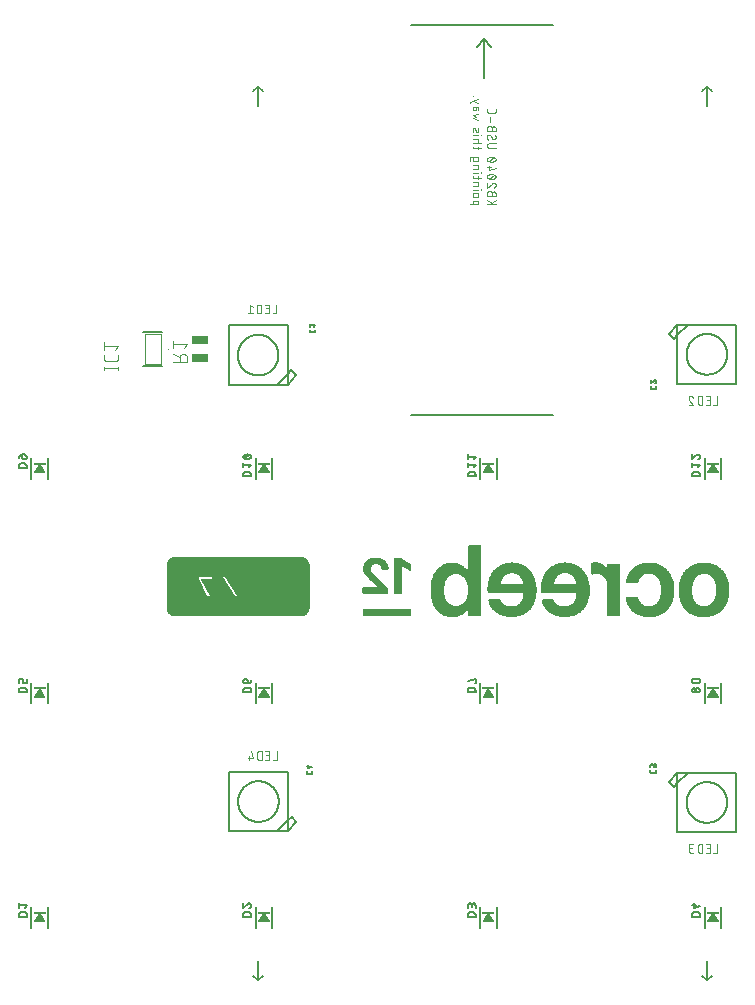
<source format=gbr>
G04 EAGLE Gerber RS-274X export*
G75*
%MOMM*%
%FSLAX34Y34*%
%LPD*%
%INSilkscreen Bottom*%
%IPPOS*%
%AMOC8*
5,1,8,0,0,1.08239X$1,22.5*%
G01*
%ADD10C,0.152400*%
%ADD11C,0.076200*%
%ADD12C,0.127000*%
%ADD13C,0.203200*%
%ADD14R,1.000000X0.200000*%
%ADD15C,0.010000*%
%ADD16C,0.075000*%
%ADD17C,0.101600*%
%ADD18R,1.400000X0.650000*%

G36*
X251475Y364903D02*
X251475Y364903D01*
X251491Y364906D01*
X251510Y364904D01*
X252214Y364954D01*
X252236Y364960D01*
X252266Y364960D01*
X252960Y365083D01*
X252982Y365091D01*
X253011Y365095D01*
X253689Y365289D01*
X253709Y365300D01*
X253738Y365306D01*
X254392Y365571D01*
X254411Y365584D01*
X254440Y365594D01*
X255062Y365926D01*
X255079Y365941D01*
X255106Y365953D01*
X255690Y366348D01*
X255706Y366365D01*
X255732Y366380D01*
X256271Y366834D01*
X256286Y366852D01*
X256309Y366869D01*
X256799Y367377D01*
X256811Y367396D01*
X256833Y367416D01*
X257267Y367972D01*
X257277Y367992D01*
X257297Y368014D01*
X257670Y368612D01*
X257678Y368634D01*
X257696Y368658D01*
X258005Y369292D01*
X258011Y369314D01*
X258025Y369340D01*
X258266Y370003D01*
X258269Y370026D01*
X258281Y370053D01*
X258451Y370738D01*
X258452Y370761D01*
X258461Y370789D01*
X258558Y371488D01*
X258556Y371510D01*
X258562Y371539D01*
X258587Y372243D01*
X258586Y372251D01*
X258587Y372261D01*
X258587Y408240D01*
X258584Y408253D01*
X258586Y408269D01*
X258545Y408973D01*
X258539Y408995D01*
X258539Y409025D01*
X258424Y409720D01*
X258416Y409742D01*
X258413Y409772D01*
X258225Y410452D01*
X258214Y410473D01*
X258208Y410502D01*
X257950Y411158D01*
X257937Y411177D01*
X257928Y411206D01*
X257601Y411831D01*
X257587Y411849D01*
X257574Y411876D01*
X257184Y412463D01*
X257168Y412480D01*
X257153Y412505D01*
X256703Y413048D01*
X256685Y413063D01*
X256668Y413087D01*
X256164Y413580D01*
X256144Y413593D01*
X256125Y413615D01*
X255572Y414052D01*
X255551Y414063D01*
X255529Y414083D01*
X254934Y414460D01*
X254912Y414469D01*
X254888Y414486D01*
X254256Y414799D01*
X254233Y414805D01*
X254207Y414820D01*
X253546Y415064D01*
X253523Y415068D01*
X253495Y415080D01*
X252812Y415252D01*
X252788Y415254D01*
X252760Y415263D01*
X252062Y415362D01*
X252039Y415361D01*
X252011Y415367D01*
X251306Y415394D01*
X251297Y415393D01*
X251287Y415395D01*
X145593Y415395D01*
X145589Y415394D01*
X145586Y415394D01*
X145492Y415374D01*
X145479Y415371D01*
X145342Y415394D01*
X144681Y415393D01*
X144666Y415390D01*
X144646Y415392D01*
X143943Y415342D01*
X143921Y415336D01*
X143891Y415336D01*
X143197Y415212D01*
X143175Y415203D01*
X143145Y415200D01*
X142468Y415004D01*
X142447Y414993D01*
X142418Y414986D01*
X141765Y414719D01*
X141746Y414707D01*
X141718Y414697D01*
X141097Y414363D01*
X141079Y414348D01*
X141052Y414335D01*
X140470Y413938D01*
X140453Y413921D01*
X140428Y413906D01*
X139890Y413450D01*
X139876Y413432D01*
X139852Y413414D01*
X139365Y412904D01*
X139353Y412885D01*
X139331Y412865D01*
X138900Y412306D01*
X138890Y412286D01*
X138870Y412263D01*
X138500Y411663D01*
X138492Y411642D01*
X138475Y411617D01*
X138170Y410981D01*
X138165Y410958D01*
X138150Y410932D01*
X137914Y410268D01*
X137911Y410245D01*
X137899Y410217D01*
X137735Y409532D01*
X137734Y409508D01*
X137725Y409480D01*
X137634Y408780D01*
X137636Y408758D01*
X137630Y408729D01*
X137611Y408024D01*
X137612Y408018D01*
X137611Y408011D01*
X137611Y372738D01*
X137611Y372737D01*
X137612Y372032D01*
X137615Y372018D01*
X137613Y371999D01*
X137661Y371296D01*
X137667Y371273D01*
X137667Y371244D01*
X137787Y370549D01*
X137796Y370528D01*
X137799Y370498D01*
X137992Y369820D01*
X138003Y369799D01*
X138009Y369770D01*
X138272Y369116D01*
X138285Y369096D01*
X138294Y369068D01*
X138625Y368445D01*
X138640Y368427D01*
X138652Y368400D01*
X139045Y367815D01*
X139062Y367799D01*
X139077Y367774D01*
X139529Y367233D01*
X139547Y367219D01*
X139564Y367195D01*
X140071Y366704D01*
X140090Y366692D01*
X140110Y366670D01*
X140664Y366234D01*
X140685Y366224D01*
X140707Y366204D01*
X141304Y365829D01*
X141325Y365821D01*
X141350Y365803D01*
X141982Y365493D01*
X142005Y365487D01*
X142031Y365472D01*
X142693Y365229D01*
X142716Y365226D01*
X142743Y365214D01*
X143427Y365042D01*
X143450Y365041D01*
X143479Y365032D01*
X144177Y364934D01*
X144199Y364935D01*
X144228Y364929D01*
X144933Y364902D01*
X144941Y364904D01*
X144951Y364902D01*
X251475Y364903D01*
G37*
G36*
X380434Y364376D02*
X380434Y364376D01*
X380446Y364379D01*
X380461Y364377D01*
X381165Y364420D01*
X381175Y364422D01*
X381188Y364422D01*
X381890Y364497D01*
X381900Y364501D01*
X381913Y364501D01*
X382610Y364610D01*
X382620Y364614D01*
X382634Y364614D01*
X383324Y364757D01*
X383334Y364761D01*
X383347Y364762D01*
X384031Y364937D01*
X384041Y364942D01*
X384054Y364943D01*
X384728Y365151D01*
X384737Y365156D01*
X384751Y365158D01*
X385414Y365398D01*
X385423Y365403D01*
X385431Y365405D01*
X385432Y365405D01*
X385436Y365406D01*
X386088Y365677D01*
X386097Y365683D01*
X386109Y365686D01*
X386747Y365987D01*
X386756Y365994D01*
X386768Y365998D01*
X387391Y366329D01*
X387398Y366335D01*
X387409Y366339D01*
X388340Y366884D01*
X388356Y366898D01*
X388380Y366910D01*
X388952Y367323D01*
X388959Y367332D01*
X388971Y367338D01*
X389522Y367779D01*
X389529Y367788D01*
X389541Y367795D01*
X390069Y368262D01*
X390076Y368271D01*
X390087Y368279D01*
X390592Y368771D01*
X390599Y368780D01*
X390609Y368789D01*
X391090Y369305D01*
X391095Y369315D01*
X391106Y369323D01*
X391560Y369863D01*
X391565Y369873D01*
X391575Y369882D01*
X392003Y370443D01*
X392008Y370453D01*
X392017Y370463D01*
X392417Y371044D01*
X392421Y371055D01*
X392430Y371065D01*
X392665Y371446D01*
X392665Y366005D01*
X392668Y365989D01*
X392666Y365974D01*
X392704Y365812D01*
X392912Y365315D01*
X392917Y365307D01*
X392919Y365297D01*
X392973Y365224D01*
X393023Y365150D01*
X393032Y365145D01*
X393037Y365137D01*
X393115Y365091D01*
X393191Y365042D01*
X393200Y365041D01*
X393208Y365036D01*
X393372Y365008D01*
X403249Y365008D01*
X403310Y365020D01*
X403372Y365023D01*
X403406Y365040D01*
X403444Y365048D01*
X403495Y365083D01*
X403551Y365110D01*
X403576Y365139D01*
X403608Y365160D01*
X403641Y365213D01*
X403682Y365260D01*
X403697Y365301D01*
X403715Y365328D01*
X403721Y365365D01*
X403740Y365416D01*
X403850Y366010D01*
X403850Y366048D01*
X403859Y366102D01*
X403859Y424655D01*
X403844Y424729D01*
X403836Y424803D01*
X403824Y424825D01*
X403819Y424850D01*
X403777Y424912D01*
X403740Y424978D01*
X403721Y424993D01*
X403707Y425014D01*
X403643Y425054D01*
X403584Y425101D01*
X403558Y425109D01*
X403539Y425121D01*
X403496Y425128D01*
X403425Y425150D01*
X402802Y425233D01*
X402774Y425231D01*
X402737Y425237D01*
X393566Y425237D01*
X393489Y425221D01*
X393412Y425212D01*
X393390Y425201D01*
X393371Y425197D01*
X393334Y425172D01*
X393264Y425136D01*
X392863Y424831D01*
X392832Y424796D01*
X392794Y424769D01*
X392767Y424722D01*
X392732Y424682D01*
X392717Y424638D01*
X392693Y424597D01*
X392682Y424533D01*
X392669Y424493D01*
X392671Y424467D01*
X392665Y424433D01*
X392665Y403201D01*
X392574Y403354D01*
X392567Y403363D01*
X392561Y403375D01*
X392172Y403963D01*
X392165Y403971D01*
X392159Y403983D01*
X391742Y404552D01*
X391734Y404559D01*
X391728Y404571D01*
X391284Y405120D01*
X391276Y405127D01*
X391269Y405138D01*
X390799Y405665D01*
X390791Y405671D01*
X390783Y405682D01*
X390289Y406186D01*
X390280Y406192D01*
X390272Y406202D01*
X389754Y406682D01*
X389745Y406687D01*
X389737Y406697D01*
X389197Y407152D01*
X389187Y407157D01*
X389178Y407167D01*
X388617Y407594D01*
X388607Y407599D01*
X388597Y407608D01*
X388017Y408008D01*
X388006Y408013D01*
X387995Y408022D01*
X387394Y408392D01*
X387383Y408396D01*
X387373Y408404D01*
X386754Y408743D01*
X386744Y408747D01*
X386734Y408754D01*
X386100Y409064D01*
X386090Y409067D01*
X386079Y409074D01*
X385431Y409354D01*
X385421Y409356D01*
X385409Y409363D01*
X384749Y409612D01*
X384739Y409614D01*
X384727Y409620D01*
X384057Y409838D01*
X384046Y409839D01*
X384034Y409844D01*
X383354Y410031D01*
X383343Y410031D01*
X383331Y410036D01*
X382643Y410190D01*
X382632Y410191D01*
X382620Y410195D01*
X381925Y410317D01*
X381914Y410316D01*
X381902Y410320D01*
X381202Y410409D01*
X381191Y410408D01*
X381179Y410411D01*
X380476Y410468D01*
X380465Y410466D01*
X380452Y410469D01*
X379747Y410492D01*
X379738Y410490D01*
X379727Y410492D01*
X378317Y410482D01*
X378304Y410479D01*
X378289Y410481D01*
X377585Y410437D01*
X377575Y410434D01*
X377563Y410435D01*
X376862Y410361D01*
X376853Y410358D01*
X376841Y410358D01*
X376143Y410253D01*
X376134Y410250D01*
X376122Y410249D01*
X375429Y410115D01*
X375420Y410111D01*
X375408Y410110D01*
X374722Y409945D01*
X374713Y409941D01*
X374701Y409940D01*
X374023Y409746D01*
X374015Y409741D01*
X374003Y409739D01*
X373334Y409516D01*
X373325Y409511D01*
X373313Y409509D01*
X372654Y409257D01*
X372646Y409251D01*
X372634Y409248D01*
X371987Y408968D01*
X371979Y408962D01*
X371968Y408959D01*
X371333Y408651D01*
X371325Y408645D01*
X371313Y408641D01*
X370693Y408306D01*
X370685Y408299D01*
X370674Y408295D01*
X370069Y407933D01*
X370061Y407926D01*
X370048Y407920D01*
X369461Y407529D01*
X369453Y407521D01*
X369440Y407514D01*
X368874Y407094D01*
X368868Y407087D01*
X368858Y407081D01*
X368309Y406638D01*
X368303Y406631D01*
X368294Y406625D01*
X367763Y406160D01*
X367758Y406153D01*
X367749Y406147D01*
X367237Y405661D01*
X367233Y405656D01*
X367228Y405652D01*
X367227Y405650D01*
X367223Y405647D01*
X366731Y405142D01*
X366726Y405134D01*
X366717Y405127D01*
X366246Y404602D01*
X366242Y404594D01*
X366233Y404587D01*
X365783Y404043D01*
X365779Y404035D01*
X365771Y404028D01*
X365343Y403467D01*
X365339Y403458D01*
X365331Y403451D01*
X364927Y402873D01*
X364923Y402865D01*
X364916Y402856D01*
X364534Y402263D01*
X364531Y402255D01*
X364524Y402246D01*
X364166Y401638D01*
X364163Y401629D01*
X364156Y401621D01*
X363823Y400999D01*
X363821Y400990D01*
X363814Y400981D01*
X363507Y400346D01*
X363504Y400337D01*
X363498Y400328D01*
X363216Y399681D01*
X363214Y399670D01*
X363206Y399657D01*
X362712Y398335D01*
X362711Y398328D01*
X362706Y398319D01*
X362482Y397650D01*
X362481Y397643D01*
X362476Y397634D01*
X362074Y396281D01*
X362073Y396271D01*
X362068Y396259D01*
X361729Y394890D01*
X361729Y394879D01*
X361724Y394868D01*
X361448Y393484D01*
X361448Y393473D01*
X361444Y393461D01*
X361233Y392066D01*
X361233Y392059D01*
X361230Y392049D01*
X361149Y391349D01*
X361149Y391341D01*
X361147Y391331D01*
X361032Y389925D01*
X361034Y389915D01*
X361031Y389902D01*
X360981Y388492D01*
X360983Y388485D01*
X360981Y388476D01*
X360978Y386359D01*
X360979Y386354D01*
X360978Y386348D01*
X360993Y385643D01*
X360994Y385637D01*
X360993Y385631D01*
X361025Y384926D01*
X361027Y384918D01*
X361026Y384909D01*
X361138Y383502D01*
X361141Y383492D01*
X361141Y383479D01*
X361320Y382080D01*
X361323Y382069D01*
X361324Y382056D01*
X361568Y380667D01*
X361572Y380657D01*
X361573Y380644D01*
X361883Y379267D01*
X361886Y379260D01*
X361887Y379250D01*
X362067Y378568D01*
X362070Y378561D01*
X362071Y378551D01*
X362478Y377200D01*
X362482Y377193D01*
X362483Y377183D01*
X362710Y376515D01*
X362714Y376508D01*
X362716Y376499D01*
X363217Y375180D01*
X363222Y375172D01*
X363225Y375162D01*
X363501Y374513D01*
X363506Y374505D01*
X363509Y374494D01*
X363811Y373857D01*
X363817Y373849D01*
X363820Y373839D01*
X364149Y373214D01*
X364155Y373207D01*
X364158Y373197D01*
X364512Y372586D01*
X364518Y372579D01*
X364522Y372568D01*
X364900Y371973D01*
X364907Y371966D01*
X364912Y371956D01*
X365313Y371376D01*
X365320Y371370D01*
X365326Y371359D01*
X365751Y370797D01*
X365758Y370791D01*
X365763Y370781D01*
X366211Y370236D01*
X366218Y370230D01*
X366224Y370220D01*
X366694Y369694D01*
X366702Y369689D01*
X366708Y369679D01*
X367199Y369173D01*
X367207Y369167D01*
X367213Y369158D01*
X367725Y368672D01*
X367732Y368667D01*
X367740Y368658D01*
X368270Y368193D01*
X368278Y368189D01*
X368286Y368180D01*
X368835Y367737D01*
X368843Y367733D01*
X368851Y367725D01*
X369417Y367305D01*
X369429Y367299D01*
X369441Y367288D01*
X370031Y366902D01*
X370042Y366898D01*
X370052Y366889D01*
X370661Y366532D01*
X370670Y366529D01*
X370679Y366522D01*
X371302Y366191D01*
X371312Y366188D01*
X371322Y366181D01*
X371958Y365878D01*
X371968Y365876D01*
X371978Y365869D01*
X372627Y365593D01*
X372636Y365591D01*
X372647Y365585D01*
X373307Y365337D01*
X373316Y365335D01*
X373327Y365330D01*
X373997Y365110D01*
X374007Y365109D01*
X374018Y365103D01*
X374696Y364912D01*
X374706Y364912D01*
X374717Y364907D01*
X375403Y364745D01*
X375413Y364744D01*
X375424Y364740D01*
X376117Y364608D01*
X376127Y364608D01*
X376138Y364604D01*
X376836Y364501D01*
X376846Y364502D01*
X376857Y364499D01*
X377559Y364426D01*
X377568Y364426D01*
X377580Y364424D01*
X378284Y364380D01*
X378294Y364382D01*
X378305Y364380D01*
X379011Y364367D01*
X379016Y364368D01*
X379023Y364367D01*
X380434Y364376D01*
G37*
G36*
X593201Y364338D02*
X593201Y364338D01*
X593232Y364335D01*
X593288Y364353D01*
X593317Y364351D01*
X593436Y364334D01*
X594016Y364348D01*
X594023Y364349D01*
X594032Y364348D01*
X594736Y364389D01*
X594744Y364390D01*
X594753Y364390D01*
X595455Y364453D01*
X595462Y364455D01*
X595472Y364455D01*
X596172Y364540D01*
X596179Y364543D01*
X596188Y364543D01*
X596885Y364652D01*
X596892Y364654D01*
X596901Y364654D01*
X597594Y364786D01*
X597601Y364789D01*
X597610Y364789D01*
X598298Y364943D01*
X598305Y364946D01*
X598314Y364947D01*
X598997Y365124D01*
X599004Y365127D01*
X599013Y365128D01*
X599690Y365327D01*
X599696Y365330D01*
X599705Y365331D01*
X600375Y365552D01*
X600382Y365556D01*
X600391Y365557D01*
X601053Y365800D01*
X601060Y365804D01*
X601068Y365806D01*
X601723Y366070D01*
X601729Y366074D01*
X601738Y366076D01*
X602383Y366361D01*
X602389Y366366D01*
X602398Y366368D01*
X603033Y366674D01*
X603039Y366679D01*
X603048Y366682D01*
X603673Y367008D01*
X603677Y367011D01*
X603682Y367013D01*
X603869Y367116D01*
X603876Y367122D01*
X603886Y367126D01*
X604490Y367490D01*
X604497Y367496D01*
X604506Y367500D01*
X605096Y367887D01*
X605102Y367893D01*
X605112Y367898D01*
X605686Y368307D01*
X605692Y368314D01*
X605702Y368319D01*
X606260Y368749D01*
X606266Y368756D01*
X606275Y368761D01*
X606817Y369213D01*
X606822Y369220D01*
X606831Y369226D01*
X607355Y369698D01*
X607360Y369705D01*
X607369Y369711D01*
X607875Y370203D01*
X607880Y370210D01*
X607888Y370216D01*
X608375Y370727D01*
X608379Y370734D01*
X608388Y370741D01*
X608854Y371270D01*
X608859Y371277D01*
X608867Y371284D01*
X609313Y371831D01*
X609317Y371838D01*
X609325Y371846D01*
X609750Y372409D01*
X609753Y372417D01*
X609761Y372424D01*
X610164Y373003D01*
X610168Y373011D01*
X610175Y373019D01*
X610555Y373613D01*
X610559Y373621D01*
X610565Y373629D01*
X610923Y374237D01*
X610926Y374245D01*
X610933Y374253D01*
X611267Y374874D01*
X611270Y374884D01*
X611277Y374894D01*
X611584Y375529D01*
X611587Y375539D01*
X611593Y375549D01*
X612150Y376846D01*
X612152Y376858D01*
X612160Y376871D01*
X612646Y378195D01*
X612647Y378204D01*
X612652Y378214D01*
X612868Y378886D01*
X612869Y378892D01*
X612872Y378898D01*
X613070Y379575D01*
X613071Y379585D01*
X613075Y379595D01*
X613416Y380964D01*
X613417Y380976D01*
X613422Y380990D01*
X613689Y382375D01*
X613689Y382387D01*
X613693Y382402D01*
X613886Y383799D01*
X613885Y383811D01*
X613889Y383826D01*
X614005Y385232D01*
X614004Y385241D01*
X614007Y385252D01*
X614037Y385957D01*
X614035Y385965D01*
X614037Y385975D01*
X614048Y388091D01*
X614047Y388096D01*
X614048Y388102D01*
X614037Y388808D01*
X614036Y388810D01*
X614036Y388811D01*
X614035Y388818D01*
X614036Y388828D01*
X613956Y390236D01*
X613952Y390248D01*
X613953Y390263D01*
X613797Y391665D01*
X613793Y391677D01*
X613793Y391692D01*
X613561Y393084D01*
X613558Y393092D01*
X613558Y393104D01*
X613414Y393794D01*
X613410Y393803D01*
X613409Y393814D01*
X613065Y395182D01*
X613060Y395193D01*
X613058Y395208D01*
X612640Y396556D01*
X612636Y396564D01*
X612634Y396575D01*
X612398Y397239D01*
X612393Y397247D01*
X612391Y397259D01*
X611865Y398568D01*
X611860Y398575D01*
X611857Y398586D01*
X611568Y399230D01*
X611564Y399236D01*
X611561Y399246D01*
X611250Y399879D01*
X611243Y399887D01*
X611239Y399899D01*
X610899Y400517D01*
X610893Y400523D01*
X610890Y400533D01*
X610527Y401138D01*
X610521Y401144D01*
X610517Y401154D01*
X610131Y401745D01*
X610125Y401751D01*
X610121Y401760D01*
X609713Y402336D01*
X609707Y402342D01*
X609702Y402351D01*
X609273Y402911D01*
X609267Y402917D01*
X609262Y402926D01*
X608812Y403470D01*
X608806Y403475D01*
X608800Y403484D01*
X608331Y404010D01*
X608324Y404016D01*
X608318Y404024D01*
X607829Y404533D01*
X607822Y404538D01*
X607816Y404546D01*
X607308Y405036D01*
X607301Y405040D01*
X607294Y405049D01*
X606769Y405519D01*
X606761Y405523D01*
X606755Y405531D01*
X606212Y405982D01*
X606204Y405986D01*
X606197Y405993D01*
X605638Y406423D01*
X605630Y406427D01*
X605623Y406434D01*
X605048Y406842D01*
X605040Y406846D01*
X605032Y406853D01*
X604442Y407240D01*
X604434Y407243D01*
X604425Y407250D01*
X603821Y407613D01*
X603806Y407618D01*
X603791Y407630D01*
X603163Y407951D01*
X603153Y407953D01*
X603142Y407960D01*
X601858Y408545D01*
X601845Y408548D01*
X601831Y408556D01*
X600514Y409063D01*
X600504Y409064D01*
X600493Y409070D01*
X599824Y409294D01*
X599817Y409295D01*
X599809Y409298D01*
X599134Y409501D01*
X599124Y409502D01*
X599112Y409507D01*
X597744Y409852D01*
X597731Y409853D01*
X597715Y409859D01*
X596329Y410121D01*
X596319Y410121D01*
X596307Y410125D01*
X595609Y410225D01*
X595602Y410225D01*
X595594Y410227D01*
X594893Y410306D01*
X594883Y410305D01*
X594871Y410308D01*
X593463Y410403D01*
X593450Y410401D01*
X593433Y410404D01*
X592022Y410414D01*
X592012Y410412D01*
X592000Y410414D01*
X591295Y410388D01*
X591288Y410386D01*
X591280Y410387D01*
X590576Y410339D01*
X590566Y410336D01*
X590554Y410337D01*
X589152Y410179D01*
X589139Y410174D01*
X589123Y410174D01*
X587733Y409932D01*
X587723Y409929D01*
X587711Y409928D01*
X587022Y409776D01*
X587013Y409772D01*
X587000Y409770D01*
X585638Y409404D01*
X585629Y409400D01*
X585616Y409398D01*
X584944Y409185D01*
X584935Y409180D01*
X584923Y409177D01*
X583599Y408690D01*
X583590Y408685D01*
X583578Y408682D01*
X582927Y408409D01*
X582919Y408403D01*
X582907Y408400D01*
X581632Y407796D01*
X581621Y407788D01*
X581605Y407782D01*
X580987Y407443D01*
X580978Y407435D01*
X580964Y407429D01*
X580365Y407057D01*
X580359Y407051D01*
X580349Y407047D01*
X579764Y406652D01*
X579758Y406646D01*
X579749Y406641D01*
X579180Y406224D01*
X579174Y406218D01*
X579164Y406212D01*
X578612Y405774D01*
X578606Y405767D01*
X578597Y405762D01*
X578062Y405303D01*
X578056Y405296D01*
X578047Y405290D01*
X577530Y404810D01*
X577525Y404803D01*
X577516Y404797D01*
X577018Y404298D01*
X577013Y404291D01*
X577004Y404284D01*
X576525Y403766D01*
X576521Y403759D01*
X576513Y403752D01*
X576054Y403216D01*
X576049Y403209D01*
X576042Y403201D01*
X575604Y402648D01*
X575600Y402641D01*
X575592Y402633D01*
X575176Y402064D01*
X575172Y402056D01*
X575165Y402048D01*
X574770Y401463D01*
X574767Y401455D01*
X574760Y401447D01*
X574388Y400847D01*
X574385Y400839D01*
X574379Y400831D01*
X574030Y400217D01*
X574028Y400209D01*
X574021Y400200D01*
X573697Y399574D01*
X573695Y399566D01*
X573689Y399558D01*
X573388Y398920D01*
X573385Y398911D01*
X573379Y398901D01*
X572830Y397602D01*
X572828Y397592D01*
X572822Y397582D01*
X572575Y396922D01*
X572574Y396912D01*
X572568Y396902D01*
X572129Y395561D01*
X572128Y395552D01*
X572123Y395541D01*
X571931Y394863D01*
X571931Y394853D01*
X571926Y394843D01*
X571600Y393470D01*
X571599Y393457D01*
X571594Y393443D01*
X571344Y392054D01*
X571345Y392045D01*
X571341Y392034D01*
X571245Y391335D01*
X571246Y391326D01*
X571243Y391314D01*
X571110Y389910D01*
X571111Y389898D01*
X571108Y389882D01*
X571052Y388473D01*
X571054Y388464D01*
X571052Y388453D01*
X571054Y386337D01*
X571055Y386331D01*
X571054Y386325D01*
X571072Y385619D01*
X571074Y385610D01*
X571073Y385599D01*
X571165Y384191D01*
X571168Y384180D01*
X571167Y384165D01*
X571335Y382764D01*
X571339Y382752D01*
X571339Y382738D01*
X571582Y381348D01*
X571586Y381337D01*
X571587Y381322D01*
X571904Y379947D01*
X571909Y379936D01*
X571910Y379921D01*
X572300Y378565D01*
X572305Y378557D01*
X572306Y378546D01*
X572529Y377876D01*
X572533Y377868D01*
X572535Y377858D01*
X573033Y376538D01*
X573038Y376530D01*
X573041Y376519D01*
X573316Y375869D01*
X573320Y375864D01*
X573322Y375857D01*
X573614Y375215D01*
X573620Y375208D01*
X573623Y375196D01*
X573943Y374567D01*
X573948Y374560D01*
X573952Y374549D01*
X574298Y373934D01*
X574303Y373927D01*
X574307Y373918D01*
X574676Y373316D01*
X574681Y373310D01*
X574686Y373300D01*
X575077Y372713D01*
X575083Y372707D01*
X575088Y372697D01*
X575501Y372125D01*
X575507Y372120D01*
X575512Y372110D01*
X575947Y371555D01*
X575954Y371549D01*
X575959Y371540D01*
X576415Y371001D01*
X576421Y370996D01*
X576427Y370987D01*
X576903Y370466D01*
X576910Y370461D01*
X576916Y370452D01*
X577411Y369950D01*
X577418Y369945D01*
X577425Y369937D01*
X577939Y369454D01*
X577939Y369453D01*
X577940Y369453D01*
X577944Y369451D01*
X577946Y369449D01*
X577953Y369441D01*
X578485Y368978D01*
X578493Y368974D01*
X578500Y368965D01*
X579049Y368523D01*
X579057Y368519D01*
X579064Y368512D01*
X579630Y368090D01*
X579638Y368087D01*
X579646Y368079D01*
X580227Y367680D01*
X580235Y367677D01*
X580243Y367670D01*
X580839Y367293D01*
X580850Y367289D01*
X580860Y367280D01*
X581474Y366933D01*
X581484Y366930D01*
X581494Y366922D01*
X582123Y366603D01*
X582130Y366601D01*
X582138Y366596D01*
X582777Y366297D01*
X582784Y366296D01*
X582791Y366291D01*
X583440Y366013D01*
X583447Y366011D01*
X583455Y366007D01*
X584111Y365750D01*
X584119Y365749D01*
X584126Y365744D01*
X584791Y365508D01*
X584799Y365507D01*
X584806Y365503D01*
X585479Y365289D01*
X585486Y365288D01*
X585494Y365284D01*
X586173Y365091D01*
X586180Y365091D01*
X586188Y365087D01*
X586872Y364916D01*
X586880Y364916D01*
X586888Y364913D01*
X587578Y364764D01*
X587585Y364764D01*
X587593Y364761D01*
X588287Y364634D01*
X588295Y364635D01*
X588303Y364632D01*
X589001Y364528D01*
X589008Y364528D01*
X589017Y364525D01*
X589717Y364444D01*
X589725Y364444D01*
X589733Y364442D01*
X590436Y364383D01*
X590444Y364384D01*
X590452Y364382D01*
X591157Y364345D01*
X591167Y364347D01*
X591179Y364344D01*
X593170Y364332D01*
X593201Y364338D01*
G37*
G36*
X475892Y364446D02*
X475892Y364446D01*
X475902Y364449D01*
X475915Y364447D01*
X476620Y364480D01*
X476627Y364482D01*
X476636Y364481D01*
X477339Y364537D01*
X477346Y364539D01*
X477355Y364539D01*
X478056Y364617D01*
X478063Y364620D01*
X478072Y364620D01*
X478770Y364721D01*
X478777Y364723D01*
X478786Y364723D01*
X479480Y364846D01*
X479487Y364849D01*
X479496Y364849D01*
X480186Y364995D01*
X480193Y364998D01*
X480202Y364999D01*
X480887Y365166D01*
X480894Y365169D01*
X480903Y365170D01*
X481582Y365360D01*
X481589Y365363D01*
X481597Y365364D01*
X482270Y365575D01*
X482277Y365579D01*
X482286Y365580D01*
X482952Y365813D01*
X482958Y365817D01*
X482967Y365819D01*
X483625Y366073D01*
X483631Y366077D01*
X483640Y366079D01*
X484289Y366354D01*
X484295Y366358D01*
X484304Y366360D01*
X484944Y366656D01*
X484950Y366660D01*
X484959Y366663D01*
X485589Y366979D01*
X485597Y366985D01*
X485609Y366989D01*
X486225Y367332D01*
X486236Y367342D01*
X486252Y367349D01*
X486845Y367731D01*
X486852Y367737D01*
X486861Y367741D01*
X487439Y368146D01*
X487445Y368152D01*
X487455Y368157D01*
X488016Y368584D01*
X488022Y368591D01*
X488032Y368596D01*
X488576Y369045D01*
X488582Y369052D01*
X488591Y369057D01*
X489118Y369527D01*
X489123Y369534D01*
X489132Y369540D01*
X489640Y370029D01*
X489645Y370037D01*
X489654Y370043D01*
X490142Y370552D01*
X490147Y370559D01*
X490156Y370566D01*
X490624Y371093D01*
X490629Y371101D01*
X490637Y371108D01*
X491084Y371653D01*
X491088Y371661D01*
X491096Y371669D01*
X491522Y372231D01*
X491526Y372239D01*
X491534Y372246D01*
X491938Y372825D01*
X491941Y372833D01*
X491949Y372841D01*
X492330Y373434D01*
X492333Y373443D01*
X492340Y373451D01*
X492697Y374059D01*
X492700Y374067D01*
X492707Y374076D01*
X493041Y374697D01*
X493043Y374706D01*
X493050Y374715D01*
X493359Y375349D01*
X493361Y375356D01*
X493366Y375364D01*
X493653Y376008D01*
X493655Y376017D01*
X493661Y376027D01*
X494185Y377337D01*
X494187Y377348D01*
X494194Y377361D01*
X494647Y378697D01*
X494649Y378709D01*
X494655Y378723D01*
X495037Y380081D01*
X495038Y380090D01*
X495042Y380100D01*
X495206Y380786D01*
X495207Y380795D01*
X495210Y380805D01*
X495483Y382189D01*
X495483Y382198D01*
X495487Y382209D01*
X495596Y382906D01*
X495596Y382912D01*
X495598Y382919D01*
X495688Y383619D01*
X495687Y383628D01*
X495690Y383638D01*
X495816Y385043D01*
X495814Y385055D01*
X495817Y385070D01*
X495868Y386480D01*
X495866Y386488D01*
X495868Y386497D01*
X495869Y387908D01*
X495868Y387913D01*
X495869Y387920D01*
X495835Y389330D01*
X495833Y389339D01*
X495835Y389351D01*
X495790Y390055D01*
X495787Y390063D01*
X495788Y390074D01*
X495642Y391478D01*
X495639Y391486D01*
X495639Y391497D01*
X495538Y392196D01*
X495535Y392204D01*
X495535Y392215D01*
X495277Y393602D01*
X495273Y393611D01*
X495273Y393622D01*
X495116Y394310D01*
X495112Y394318D01*
X495111Y394329D01*
X494743Y395691D01*
X494739Y395699D01*
X494737Y395710D01*
X494526Y396383D01*
X494521Y396391D01*
X494519Y396402D01*
X494043Y397730D01*
X494037Y397740D01*
X494034Y397755D01*
X493487Y399055D01*
X493482Y399063D01*
X493479Y399074D01*
X493180Y399712D01*
X493175Y399719D01*
X493172Y399728D01*
X492851Y400356D01*
X492846Y400363D01*
X492842Y400372D01*
X492498Y400988D01*
X492493Y400995D01*
X492489Y401004D01*
X492122Y401607D01*
X492116Y401613D01*
X492112Y401623D01*
X491723Y402211D01*
X491717Y402217D01*
X491712Y402227D01*
X491302Y402800D01*
X491295Y402806D01*
X491291Y402815D01*
X490859Y403373D01*
X490852Y403378D01*
X490847Y403387D01*
X490395Y403928D01*
X490388Y403934D01*
X490383Y403942D01*
X489910Y404467D01*
X489904Y404472D01*
X489898Y404480D01*
X489406Y404986D01*
X489399Y404991D01*
X489393Y404999D01*
X488883Y405487D01*
X488876Y405491D01*
X488869Y405499D01*
X488341Y405967D01*
X488334Y405972D01*
X488327Y405979D01*
X487782Y406427D01*
X487775Y406431D01*
X487768Y406439D01*
X487207Y406866D01*
X487199Y406870D01*
X487192Y406877D01*
X486615Y407284D01*
X486606Y407287D01*
X486598Y407295D01*
X486006Y407677D01*
X485989Y407684D01*
X485970Y407698D01*
X485348Y408031D01*
X485341Y408033D01*
X485334Y408038D01*
X484701Y408350D01*
X484694Y408352D01*
X484687Y408357D01*
X484044Y408649D01*
X484037Y408651D01*
X484030Y408655D01*
X483379Y408926D01*
X483371Y408928D01*
X483364Y408932D01*
X482704Y409183D01*
X482697Y409184D01*
X482689Y409188D01*
X482225Y409347D01*
X482022Y409417D01*
X482015Y409418D01*
X482007Y409422D01*
X481333Y409630D01*
X481325Y409630D01*
X481317Y409634D01*
X480637Y409820D01*
X480630Y409820D01*
X480621Y409824D01*
X479935Y409988D01*
X479928Y409988D01*
X479920Y409992D01*
X479229Y410134D01*
X479221Y410134D01*
X479213Y410137D01*
X478518Y410256D01*
X478511Y410256D01*
X478502Y410259D01*
X477803Y410356D01*
X477796Y410356D01*
X477788Y410358D01*
X477086Y410434D01*
X477079Y410433D01*
X477070Y410435D01*
X476367Y410488D01*
X476360Y410487D01*
X476351Y410489D01*
X475646Y410519D01*
X475639Y410518D01*
X475630Y410520D01*
X474925Y410528D01*
X474918Y410526D01*
X474909Y410528D01*
X474204Y410513D01*
X474197Y410511D01*
X474188Y410512D01*
X473484Y410475D01*
X473476Y410473D01*
X473468Y410474D01*
X472765Y410415D01*
X472758Y410413D01*
X472749Y410413D01*
X472048Y410331D01*
X472041Y410329D01*
X472032Y410329D01*
X471335Y410225D01*
X471328Y410222D01*
X471319Y410222D01*
X470625Y410095D01*
X470618Y410093D01*
X470609Y410092D01*
X469920Y409944D01*
X469913Y409941D01*
X469904Y409940D01*
X469220Y409769D01*
X469213Y409766D01*
X469204Y409765D01*
X468526Y409573D01*
X468519Y409569D01*
X468510Y409568D01*
X467838Y409354D01*
X467832Y409351D01*
X467823Y409349D01*
X467158Y409114D01*
X467152Y409110D01*
X467143Y409108D01*
X466486Y408851D01*
X466480Y408847D01*
X466471Y408845D01*
X465823Y408568D01*
X465817Y408564D01*
X465808Y408561D01*
X465169Y408263D01*
X465163Y408259D01*
X465154Y408256D01*
X464525Y407938D01*
X464518Y407933D01*
X464508Y407929D01*
X463891Y407588D01*
X463882Y407580D01*
X463868Y407574D01*
X463270Y407199D01*
X463264Y407193D01*
X463254Y407188D01*
X462671Y406791D01*
X462665Y406784D01*
X462655Y406779D01*
X462089Y406359D01*
X462083Y406352D01*
X462073Y406347D01*
X461524Y405905D01*
X461518Y405898D01*
X461509Y405892D01*
X460977Y405428D01*
X460972Y405421D01*
X460963Y405415D01*
X460450Y404931D01*
X460444Y404924D01*
X460436Y404918D01*
X459942Y404414D01*
X459937Y404406D01*
X459928Y404399D01*
X459455Y403877D01*
X459450Y403869D01*
X459442Y403862D01*
X458989Y403321D01*
X458985Y403313D01*
X458977Y403306D01*
X458546Y402747D01*
X458542Y402739D01*
X458534Y402731D01*
X458125Y402156D01*
X458122Y402148D01*
X458115Y402140D01*
X457729Y401550D01*
X457725Y401541D01*
X457718Y401533D01*
X457356Y400928D01*
X457353Y400919D01*
X457346Y400911D01*
X457008Y400292D01*
X457005Y400283D01*
X456998Y400273D01*
X456686Y399640D01*
X456684Y399632D01*
X456678Y399623D01*
X456391Y398978D01*
X456389Y398969D01*
X456383Y398959D01*
X455864Y397647D01*
X455862Y397635D01*
X455855Y397621D01*
X455409Y396283D01*
X455407Y396270D01*
X455401Y396256D01*
X455029Y394896D01*
X455028Y394886D01*
X455024Y394875D01*
X454867Y394188D01*
X454867Y394178D01*
X454863Y394167D01*
X454605Y392780D01*
X454606Y392768D01*
X454601Y392753D01*
X454421Y391354D01*
X454421Y391345D01*
X454418Y391333D01*
X454358Y390630D01*
X454358Y390624D01*
X454357Y390617D01*
X454315Y389912D01*
X454316Y389903D01*
X454314Y389892D01*
X454290Y388481D01*
X454290Y388480D01*
X454290Y388478D01*
X454280Y387494D01*
X454233Y385381D01*
X454248Y385294D01*
X454260Y385207D01*
X454266Y385196D01*
X454268Y385185D01*
X454291Y385150D01*
X454340Y385061D01*
X454646Y384671D01*
X454679Y384644D01*
X454704Y384610D01*
X454754Y384580D01*
X454798Y384543D01*
X454838Y384530D01*
X454875Y384509D01*
X454946Y384497D01*
X454988Y384484D01*
X455010Y384486D01*
X455039Y384481D01*
X484520Y384481D01*
X484581Y384441D01*
X484562Y384033D01*
X484500Y383352D01*
X484409Y382675D01*
X484288Y382002D01*
X484138Y381336D01*
X483959Y380676D01*
X483750Y380025D01*
X483514Y379384D01*
X483251Y378762D01*
X482946Y378166D01*
X482600Y377594D01*
X482213Y377048D01*
X481787Y376531D01*
X481326Y376046D01*
X480831Y375595D01*
X480305Y375181D01*
X479756Y374810D01*
X479172Y374495D01*
X478559Y374214D01*
X477931Y373972D01*
X477288Y373770D01*
X476633Y373609D01*
X475970Y373490D01*
X475301Y373413D01*
X474627Y373378D01*
X473251Y373392D01*
X472582Y373449D01*
X471914Y373547D01*
X471254Y373685D01*
X470604Y373864D01*
X469968Y374081D01*
X469354Y374344D01*
X468761Y374652D01*
X468192Y375002D01*
X467651Y375395D01*
X467139Y375825D01*
X466665Y376290D01*
X466237Y376791D01*
X465861Y377329D01*
X465538Y377902D01*
X465261Y378524D01*
X465239Y378555D01*
X465217Y378603D01*
X464910Y379053D01*
X464868Y379094D01*
X464833Y379142D01*
X464797Y379163D01*
X464768Y379191D01*
X464713Y379213D01*
X464662Y379243D01*
X464615Y379251D01*
X464582Y379264D01*
X464547Y379262D01*
X464498Y379271D01*
X456032Y379271D01*
X456017Y379268D01*
X456002Y379270D01*
X455840Y379232D01*
X455342Y379024D01*
X455303Y378998D01*
X455258Y378980D01*
X455221Y378942D01*
X455178Y378913D01*
X455152Y378873D01*
X455118Y378839D01*
X455098Y378790D01*
X455070Y378746D01*
X455062Y378699D01*
X455044Y378654D01*
X455043Y378591D01*
X455036Y378550D01*
X455042Y378524D01*
X455041Y378488D01*
X455147Y377795D01*
X455156Y377771D01*
X455160Y377737D01*
X455348Y377058D01*
X455353Y377049D01*
X455354Y377037D01*
X455572Y376366D01*
X455577Y376358D01*
X455579Y376346D01*
X455825Y375685D01*
X455830Y375677D01*
X455833Y375665D01*
X456107Y375015D01*
X456113Y375007D01*
X456116Y374996D01*
X456418Y374358D01*
X456424Y374350D01*
X456427Y374339D01*
X456757Y373715D01*
X456763Y373707D01*
X456767Y373696D01*
X457122Y373087D01*
X457129Y373079D01*
X457134Y373068D01*
X457516Y372475D01*
X457523Y372468D01*
X457529Y372457D01*
X457937Y371881D01*
X457944Y371874D01*
X457950Y371863D01*
X458384Y371307D01*
X458392Y371300D01*
X458398Y371290D01*
X458856Y370753D01*
X458864Y370747D01*
X458871Y370736D01*
X459353Y370221D01*
X459361Y370215D01*
X459368Y370205D01*
X459873Y369712D01*
X459881Y369707D01*
X459889Y369697D01*
X460415Y369227D01*
X460424Y369222D01*
X460432Y369212D01*
X460979Y368766D01*
X460987Y368762D01*
X460995Y368754D01*
X461559Y368330D01*
X461567Y368327D01*
X461574Y368320D01*
X462154Y367918D01*
X462162Y367915D01*
X462169Y367908D01*
X462763Y367527D01*
X462771Y367524D01*
X462779Y367517D01*
X463387Y367159D01*
X463395Y367157D01*
X463402Y367150D01*
X464023Y366814D01*
X464031Y366812D01*
X464039Y366806D01*
X464672Y366493D01*
X464680Y366491D01*
X464688Y366486D01*
X465331Y366196D01*
X465340Y366194D01*
X465349Y366189D01*
X466002Y365924D01*
X466010Y365922D01*
X466019Y365917D01*
X466682Y365676D01*
X466690Y365675D01*
X466699Y365670D01*
X467371Y365453D01*
X467378Y365452D01*
X467386Y365448D01*
X468064Y365253D01*
X468074Y365252D01*
X468086Y365247D01*
X469459Y364921D01*
X469472Y364920D01*
X469489Y364914D01*
X470879Y364673D01*
X470889Y364673D01*
X470902Y364670D01*
X471601Y364581D01*
X471612Y364582D01*
X471625Y364579D01*
X473031Y364467D01*
X473041Y364469D01*
X473054Y364466D01*
X473759Y364443D01*
X473767Y364444D01*
X473776Y364443D01*
X475892Y364446D01*
G37*
G36*
X430260Y364438D02*
X430260Y364438D01*
X430267Y364437D01*
X430973Y364454D01*
X430980Y364456D01*
X430989Y364455D01*
X431693Y364495D01*
X431700Y364497D01*
X431709Y364496D01*
X432411Y364558D01*
X432418Y364560D01*
X432427Y364560D01*
X433127Y364644D01*
X433134Y364646D01*
X433143Y364646D01*
X433841Y364753D01*
X433847Y364755D01*
X433856Y364755D01*
X434550Y364884D01*
X434556Y364886D01*
X434565Y364887D01*
X435255Y365038D01*
X435261Y365040D01*
X435270Y365041D01*
X435954Y365213D01*
X435961Y365217D01*
X435969Y365218D01*
X436648Y365412D01*
X436654Y365415D01*
X436663Y365416D01*
X437334Y365632D01*
X437341Y365635D01*
X437350Y365637D01*
X438014Y365874D01*
X438020Y365878D01*
X438029Y365879D01*
X438685Y366137D01*
X438692Y366141D01*
X438700Y366143D01*
X439348Y366422D01*
X439354Y366426D01*
X439363Y366428D01*
X440002Y366727D01*
X440008Y366732D01*
X440016Y366734D01*
X440645Y367053D01*
X440655Y367061D01*
X440669Y367066D01*
X441279Y367419D01*
X441289Y367428D01*
X441304Y367434D01*
X441893Y367823D01*
X441900Y367829D01*
X441909Y367833D01*
X442483Y368244D01*
X442489Y368250D01*
X442498Y368255D01*
X443056Y368687D01*
X443062Y368694D01*
X443071Y368700D01*
X443611Y369153D01*
X443617Y369160D01*
X443626Y369166D01*
X444148Y369640D01*
X444153Y369647D01*
X444162Y369653D01*
X444666Y370147D01*
X444671Y370154D01*
X444679Y370161D01*
X445164Y370674D01*
X445168Y370681D01*
X445177Y370688D01*
X445641Y371219D01*
X445645Y371227D01*
X445653Y371234D01*
X446096Y371783D01*
X446100Y371791D01*
X446108Y371798D01*
X446529Y372364D01*
X446533Y372372D01*
X446541Y372380D01*
X446940Y372961D01*
X446943Y372969D01*
X446951Y372977D01*
X447327Y373574D01*
X447330Y373582D01*
X447337Y373590D01*
X447690Y374201D01*
X447693Y374209D01*
X447700Y374218D01*
X448029Y374842D01*
X448031Y374851D01*
X448038Y374859D01*
X448342Y375496D01*
X448344Y375506D01*
X448351Y375516D01*
X448902Y376815D01*
X448904Y376827D01*
X448911Y376840D01*
X449392Y378166D01*
X449393Y378175D01*
X449399Y378185D01*
X449612Y378857D01*
X449613Y378866D01*
X449618Y378876D01*
X449992Y380237D01*
X449993Y380249D01*
X449998Y380262D01*
X450300Y381640D01*
X450300Y381652D01*
X450305Y381666D01*
X450533Y383059D01*
X450532Y383071D01*
X450537Y383085D01*
X450690Y384487D01*
X450690Y384496D01*
X450692Y384507D01*
X450741Y385211D01*
X450740Y385220D01*
X450742Y385230D01*
X450785Y386641D01*
X450783Y386648D01*
X450785Y386656D01*
X450784Y388067D01*
X450782Y388073D01*
X450783Y388081D01*
X450741Y389491D01*
X450739Y389500D01*
X450740Y389511D01*
X450691Y390215D01*
X450689Y390223D01*
X450689Y390234D01*
X450536Y391637D01*
X450533Y391648D01*
X450533Y391663D01*
X450306Y393055D01*
X450303Y393063D01*
X450302Y393074D01*
X450162Y393766D01*
X450158Y393774D01*
X450158Y393785D01*
X449822Y395155D01*
X449818Y395163D01*
X449817Y395174D01*
X449622Y395852D01*
X449618Y395860D01*
X449616Y395871D01*
X449174Y397211D01*
X449169Y397218D01*
X449167Y397229D01*
X448920Y397890D01*
X448915Y397897D01*
X448912Y397908D01*
X448366Y399209D01*
X448360Y399218D01*
X448356Y399230D01*
X448052Y399867D01*
X448046Y399874D01*
X448042Y399885D01*
X447712Y400509D01*
X447707Y400515D01*
X447703Y400524D01*
X447351Y401135D01*
X447345Y401142D01*
X447341Y401151D01*
X446967Y401749D01*
X446961Y401755D01*
X446957Y401764D01*
X446560Y402347D01*
X446554Y402353D01*
X446550Y402362D01*
X446132Y402931D01*
X446126Y402937D01*
X446121Y402946D01*
X445684Y403499D01*
X445677Y403504D01*
X445672Y403513D01*
X445215Y404050D01*
X445208Y404055D01*
X445203Y404063D01*
X444726Y404583D01*
X444719Y404588D01*
X444713Y404596D01*
X444218Y405099D01*
X444211Y405103D01*
X444205Y405111D01*
X443692Y405595D01*
X443684Y405599D01*
X443678Y405607D01*
X443147Y406072D01*
X443140Y406076D01*
X443134Y406084D01*
X442586Y406529D01*
X442579Y406533D01*
X442572Y406540D01*
X442009Y406965D01*
X442002Y406969D01*
X441994Y406976D01*
X441416Y407380D01*
X441405Y407385D01*
X441394Y407395D01*
X440795Y407767D01*
X440779Y407773D01*
X440763Y407785D01*
X440138Y408112D01*
X440131Y408114D01*
X440124Y408120D01*
X439489Y408427D01*
X439482Y408429D01*
X439474Y408434D01*
X438830Y408720D01*
X438823Y408722D01*
X438815Y408726D01*
X438162Y408993D01*
X438155Y408994D01*
X438147Y408998D01*
X437485Y409243D01*
X437478Y409244D01*
X437470Y409249D01*
X436801Y409472D01*
X436794Y409473D01*
X436786Y409477D01*
X436110Y409679D01*
X436103Y409680D01*
X436095Y409684D01*
X435413Y409864D01*
X435406Y409865D01*
X435397Y409868D01*
X434710Y410027D01*
X434703Y410027D01*
X434695Y410030D01*
X434002Y410166D01*
X433995Y410166D01*
X433987Y410169D01*
X433291Y410284D01*
X433283Y410283D01*
X433275Y410286D01*
X432576Y410378D01*
X432568Y410377D01*
X432560Y410380D01*
X431858Y410449D01*
X431850Y410449D01*
X431842Y410451D01*
X431138Y410498D01*
X431131Y410497D01*
X431122Y410499D01*
X430417Y410524D01*
X430410Y410522D01*
X430401Y410524D01*
X429696Y410526D01*
X429689Y410525D01*
X429680Y410526D01*
X428975Y410506D01*
X428968Y410504D01*
X428959Y410505D01*
X428255Y410462D01*
X428248Y410460D01*
X428239Y410461D01*
X427536Y410396D01*
X427529Y410394D01*
X427520Y410394D01*
X426820Y410307D01*
X426814Y410304D01*
X426805Y410304D01*
X426108Y410194D01*
X426101Y410192D01*
X426092Y410192D01*
X425399Y410060D01*
X425392Y410057D01*
X425384Y410056D01*
X424695Y409902D01*
X424689Y409899D01*
X424680Y409899D01*
X423997Y409722D01*
X423990Y409719D01*
X423981Y409718D01*
X423304Y409520D01*
X423298Y409517D01*
X423289Y409515D01*
X422618Y409296D01*
X422612Y409292D01*
X422603Y409291D01*
X421940Y409050D01*
X421934Y409046D01*
X421925Y409044D01*
X421270Y408783D01*
X421264Y408779D01*
X421256Y408776D01*
X420609Y408494D01*
X420603Y408490D01*
X420595Y408487D01*
X419958Y408184D01*
X419952Y408180D01*
X419944Y408177D01*
X419317Y407854D01*
X419309Y407848D01*
X419298Y407844D01*
X418685Y407495D01*
X418677Y407488D01*
X418665Y407483D01*
X418069Y407105D01*
X418063Y407099D01*
X418053Y407094D01*
X417472Y406693D01*
X417466Y406686D01*
X417456Y406681D01*
X416892Y406257D01*
X416886Y406250D01*
X416877Y406245D01*
X416330Y405799D01*
X416325Y405792D01*
X416315Y405786D01*
X415787Y405318D01*
X415782Y405311D01*
X415773Y405304D01*
X415264Y404816D01*
X415258Y404808D01*
X415250Y404802D01*
X414761Y404293D01*
X414756Y404286D01*
X414747Y404279D01*
X414279Y403751D01*
X414274Y403743D01*
X414266Y403736D01*
X413819Y403190D01*
X413815Y403182D01*
X413807Y403174D01*
X413382Y402611D01*
X413378Y402603D01*
X413370Y402595D01*
X412969Y402015D01*
X412965Y402007D01*
X412958Y401998D01*
X412579Y401403D01*
X412576Y401394D01*
X412569Y401386D01*
X412215Y400776D01*
X412212Y400767D01*
X412205Y400758D01*
X411876Y400135D01*
X411873Y400126D01*
X411867Y400117D01*
X411563Y399480D01*
X411561Y399473D01*
X411556Y399466D01*
X411272Y398820D01*
X411270Y398811D01*
X411264Y398801D01*
X410750Y397488D01*
X410748Y397478D01*
X410743Y397468D01*
X410513Y396801D01*
X410512Y396792D01*
X410507Y396782D01*
X410103Y395430D01*
X410102Y395417D01*
X410096Y395403D01*
X409767Y394031D01*
X409767Y394019D01*
X409761Y394004D01*
X409509Y392616D01*
X409509Y392604D01*
X409505Y392589D01*
X409329Y391189D01*
X409330Y391180D01*
X409327Y391169D01*
X409269Y390466D01*
X409269Y390459D01*
X409268Y390452D01*
X409229Y389748D01*
X409230Y389738D01*
X409228Y389727D01*
X409208Y388316D01*
X409210Y388305D01*
X409208Y388291D01*
X409230Y387701D01*
X409230Y387699D01*
X409230Y387697D01*
X409324Y385583D01*
X409331Y385557D01*
X409331Y385521D01*
X409438Y384896D01*
X409462Y384834D01*
X409478Y384770D01*
X409498Y384742D01*
X409511Y384710D01*
X409556Y384663D01*
X409595Y384610D01*
X409625Y384593D01*
X409649Y384568D01*
X409710Y384542D01*
X409766Y384509D01*
X409805Y384502D01*
X409833Y384491D01*
X409872Y384491D01*
X409930Y384481D01*
X439435Y384481D01*
X439531Y384501D01*
X439536Y384502D01*
X439654Y384474D01*
X439716Y384470D01*
X439712Y384255D01*
X439668Y383573D01*
X439592Y382895D01*
X439487Y382221D01*
X439350Y381553D01*
X439183Y380890D01*
X438985Y380238D01*
X438759Y379593D01*
X438504Y378965D01*
X438214Y378359D01*
X437881Y377779D01*
X437507Y377225D01*
X437093Y376700D01*
X436642Y376206D01*
X436156Y375746D01*
X435638Y375323D01*
X435092Y374941D01*
X434517Y374604D01*
X433914Y374308D01*
X433292Y374050D01*
X432655Y373833D01*
X432005Y373657D01*
X431345Y373523D01*
X430678Y373432D01*
X430009Y373383D01*
X428632Y373383D01*
X427959Y373425D01*
X427289Y373508D01*
X426625Y373632D01*
X425970Y373796D01*
X425330Y373997D01*
X424711Y374244D01*
X424113Y374542D01*
X423534Y374881D01*
X422979Y375259D01*
X422452Y375673D01*
X421958Y376119D01*
X421513Y376602D01*
X421122Y377126D01*
X420788Y377687D01*
X420584Y378127D01*
X420526Y378253D01*
X420391Y378877D01*
X420368Y378928D01*
X420356Y378981D01*
X420329Y379018D01*
X420311Y379059D01*
X420270Y379097D01*
X420238Y379142D01*
X420199Y379165D01*
X420166Y379196D01*
X420114Y379215D01*
X420067Y379243D01*
X420014Y379252D01*
X419980Y379265D01*
X419947Y379263D01*
X419903Y379271D01*
X410732Y379271D01*
X410694Y379263D01*
X410656Y379265D01*
X410598Y379244D01*
X410537Y379231D01*
X410505Y379210D01*
X410470Y379196D01*
X410410Y379144D01*
X410373Y379119D01*
X410363Y379103D01*
X410345Y379087D01*
X410028Y378698D01*
X410008Y378659D01*
X409979Y378626D01*
X409962Y378572D01*
X409936Y378522D01*
X409932Y378478D01*
X409919Y378437D01*
X409923Y378367D01*
X409919Y378324D01*
X409927Y378301D01*
X409929Y378271D01*
X410086Y377585D01*
X410092Y377572D01*
X410094Y377555D01*
X410295Y376879D01*
X410299Y376871D01*
X410301Y376860D01*
X410529Y376192D01*
X410533Y376184D01*
X410536Y376173D01*
X410790Y375515D01*
X410795Y375508D01*
X410797Y375497D01*
X411077Y374849D01*
X411083Y374842D01*
X411086Y374831D01*
X411392Y374196D01*
X411397Y374189D01*
X411401Y374178D01*
X411732Y373555D01*
X411739Y373547D01*
X411743Y373534D01*
X412103Y372928D01*
X412112Y372919D01*
X412118Y372905D01*
X412510Y372319D01*
X412517Y372312D01*
X412522Y372301D01*
X412939Y371732D01*
X412947Y371726D01*
X412953Y371715D01*
X413394Y371165D01*
X413401Y371159D01*
X413408Y371149D01*
X413872Y370618D01*
X413880Y370612D01*
X413887Y370602D01*
X414374Y370092D01*
X414382Y370086D01*
X414389Y370076D01*
X414898Y369588D01*
X414906Y369582D01*
X414914Y369573D01*
X415443Y369107D01*
X415452Y369102D01*
X415460Y369093D01*
X416009Y368650D01*
X416018Y368646D01*
X416027Y368637D01*
X416595Y368219D01*
X416603Y368215D01*
X416611Y368208D01*
X417194Y367812D01*
X417202Y367809D01*
X417210Y367802D01*
X417808Y367428D01*
X417816Y367425D01*
X417824Y367418D01*
X418435Y367067D01*
X418443Y367064D01*
X418452Y367058D01*
X419076Y366729D01*
X419084Y366727D01*
X419092Y366721D01*
X419728Y366416D01*
X419737Y366414D01*
X419745Y366408D01*
X420392Y366127D01*
X420400Y366125D01*
X420409Y366120D01*
X421066Y365863D01*
X421078Y365861D01*
X421091Y365854D01*
X422430Y365409D01*
X422440Y365408D01*
X422452Y365403D01*
X423131Y365211D01*
X423141Y365211D01*
X423153Y365206D01*
X424528Y364887D01*
X424542Y364887D01*
X424558Y364881D01*
X425950Y364649D01*
X425964Y364649D01*
X425980Y364645D01*
X427384Y364500D01*
X427398Y364501D01*
X427415Y364498D01*
X428824Y364441D01*
X428833Y364442D01*
X428843Y364440D01*
X430254Y364437D01*
X430260Y364438D01*
G37*
G36*
X546592Y364332D02*
X546592Y364332D01*
X546598Y364331D01*
X547304Y364345D01*
X547311Y364347D01*
X547319Y364346D01*
X548024Y364382D01*
X548031Y364384D01*
X548040Y364383D01*
X548743Y364442D01*
X548750Y364444D01*
X548759Y364444D01*
X549459Y364525D01*
X549466Y364528D01*
X549475Y364527D01*
X550173Y364631D01*
X550180Y364634D01*
X550189Y364634D01*
X550883Y364760D01*
X550889Y364762D01*
X550898Y364763D01*
X551588Y364911D01*
X551595Y364914D01*
X551603Y364914D01*
X552288Y365084D01*
X552295Y365087D01*
X552304Y365088D01*
X552983Y365280D01*
X552989Y365283D01*
X552998Y365284D01*
X553670Y365498D01*
X553677Y365501D01*
X553685Y365503D01*
X554351Y365737D01*
X554357Y365741D01*
X554365Y365743D01*
X555023Y365998D01*
X555029Y366002D01*
X555038Y366004D01*
X555687Y366280D01*
X555693Y366285D01*
X555701Y366287D01*
X556341Y366584D01*
X556347Y366588D01*
X556356Y366591D01*
X556986Y366908D01*
X556993Y366914D01*
X557003Y366917D01*
X557520Y367203D01*
X557530Y367212D01*
X557544Y367218D01*
X558141Y367594D01*
X558147Y367600D01*
X558157Y367604D01*
X558739Y368003D01*
X558745Y368009D01*
X558754Y368014D01*
X559321Y368433D01*
X559327Y368440D01*
X559336Y368445D01*
X559887Y368886D01*
X559892Y368892D01*
X559901Y368898D01*
X560435Y369359D01*
X560440Y369365D01*
X560449Y369371D01*
X560965Y369852D01*
X560970Y369859D01*
X560978Y369865D01*
X561476Y370365D01*
X561481Y370372D01*
X561489Y370379D01*
X561968Y370897D01*
X561972Y370904D01*
X561980Y370911D01*
X562439Y371447D01*
X562443Y371454D01*
X562451Y371461D01*
X562889Y372014D01*
X562893Y372021D01*
X562901Y372028D01*
X563318Y372597D01*
X563322Y372605D01*
X563329Y372612D01*
X563725Y373196D01*
X563728Y373204D01*
X563735Y373212D01*
X564108Y373811D01*
X564111Y373819D01*
X564118Y373827D01*
X564469Y374439D01*
X564472Y374447D01*
X564478Y374455D01*
X564806Y375080D01*
X564809Y375090D01*
X564817Y375102D01*
X565113Y375742D01*
X565115Y375752D01*
X565121Y375761D01*
X565659Y377066D01*
X565661Y377075D01*
X565666Y377084D01*
X565909Y377746D01*
X565910Y377755D01*
X565915Y377765D01*
X566348Y379108D01*
X566349Y379117D01*
X566353Y379127D01*
X566543Y379806D01*
X566544Y379815D01*
X566548Y379826D01*
X566873Y381199D01*
X566873Y381208D01*
X566877Y381218D01*
X567012Y381910D01*
X567012Y381919D01*
X567015Y381930D01*
X567230Y383324D01*
X567229Y383333D01*
X567232Y383344D01*
X567312Y384045D01*
X567311Y384054D01*
X567314Y384065D01*
X567417Y385472D01*
X567415Y385484D01*
X567418Y385498D01*
X567447Y386909D01*
X567446Y386915D01*
X567447Y386922D01*
X567431Y389038D01*
X567429Y389048D01*
X567431Y389059D01*
X567396Y389764D01*
X567394Y389773D01*
X567395Y389784D01*
X567268Y391189D01*
X567264Y391201D01*
X567264Y391216D01*
X567061Y392612D01*
X567057Y392624D01*
X567057Y392639D01*
X566779Y394022D01*
X566774Y394033D01*
X566773Y394048D01*
X566420Y395414D01*
X566416Y395422D01*
X566415Y395434D01*
X566211Y396109D01*
X566206Y396117D01*
X566204Y396128D01*
X565742Y397461D01*
X565737Y397469D01*
X565735Y397480D01*
X565477Y398137D01*
X565472Y398144D01*
X565469Y398155D01*
X564900Y399446D01*
X564893Y399456D01*
X564889Y399470D01*
X564571Y400099D01*
X564565Y400107D01*
X564561Y400117D01*
X564218Y400734D01*
X564212Y400740D01*
X564208Y400750D01*
X563842Y401353D01*
X563836Y401359D01*
X563832Y401369D01*
X563443Y401957D01*
X563437Y401963D01*
X563433Y401973D01*
X563022Y402546D01*
X563016Y402552D01*
X563011Y402561D01*
X562579Y403119D01*
X562573Y403125D01*
X562567Y403134D01*
X562114Y403675D01*
X562108Y403680D01*
X562102Y403689D01*
X561629Y404213D01*
X561622Y404218D01*
X561616Y404226D01*
X561124Y404732D01*
X561117Y404736D01*
X561111Y404745D01*
X560600Y405231D01*
X560593Y405236D01*
X560586Y405244D01*
X560057Y405711D01*
X560050Y405715D01*
X560043Y405723D01*
X559497Y406169D01*
X559489Y406173D01*
X559482Y406181D01*
X558919Y406607D01*
X558911Y406610D01*
X558904Y406618D01*
X558326Y407022D01*
X558318Y407025D01*
X558310Y407032D01*
X557717Y407414D01*
X557708Y407418D01*
X557698Y407426D01*
X557089Y407781D01*
X557080Y407784D01*
X557071Y407791D01*
X556447Y408121D01*
X556439Y408123D01*
X556432Y408128D01*
X555797Y408436D01*
X555790Y408438D01*
X555782Y408443D01*
X555138Y408730D01*
X555130Y408732D01*
X555122Y408737D01*
X554469Y409002D01*
X554461Y409004D01*
X554453Y409008D01*
X553791Y409252D01*
X553784Y409253D01*
X553776Y409257D01*
X553106Y409478D01*
X553098Y409479D01*
X553090Y409483D01*
X552413Y409682D01*
X552405Y409683D01*
X552397Y409686D01*
X551714Y409862D01*
X551706Y409863D01*
X551698Y409866D01*
X551009Y410020D01*
X551002Y410020D01*
X550993Y410023D01*
X550299Y410153D01*
X550292Y410153D01*
X550283Y410156D01*
X549586Y410263D01*
X549578Y410263D01*
X549569Y410265D01*
X548869Y410349D01*
X548861Y410348D01*
X548852Y410351D01*
X548149Y410411D01*
X548142Y410410D01*
X548133Y410412D01*
X547428Y410449D01*
X547421Y410448D01*
X547412Y410449D01*
X546707Y410463D01*
X546702Y410462D01*
X546697Y410463D01*
X545286Y410461D01*
X545279Y410460D01*
X545272Y410461D01*
X544566Y410440D01*
X544559Y410438D01*
X544549Y410439D01*
X543845Y410395D01*
X543838Y410392D01*
X543828Y410393D01*
X543126Y410324D01*
X543119Y410322D01*
X543109Y410322D01*
X542410Y410229D01*
X542403Y410227D01*
X542393Y410227D01*
X541698Y410110D01*
X541690Y410107D01*
X541681Y410107D01*
X540989Y409966D01*
X540982Y409963D01*
X540973Y409963D01*
X540287Y409799D01*
X540280Y409795D01*
X540270Y409794D01*
X539590Y409607D01*
X539583Y409603D01*
X539574Y409602D01*
X538901Y409392D01*
X538894Y409388D01*
X538884Y409386D01*
X538219Y409153D01*
X538212Y409149D01*
X538203Y409147D01*
X537545Y408891D01*
X537539Y408887D01*
X537530Y408884D01*
X536881Y408606D01*
X536875Y408602D01*
X536866Y408599D01*
X536227Y408299D01*
X536221Y408294D01*
X536213Y408291D01*
X535585Y407970D01*
X535578Y407965D01*
X535567Y407961D01*
X534952Y407615D01*
X534945Y407609D01*
X534935Y407605D01*
X534335Y407234D01*
X534328Y407228D01*
X534317Y407223D01*
X533733Y406828D01*
X533726Y406821D01*
X533716Y406816D01*
X533148Y406398D01*
X533142Y406391D01*
X533132Y406385D01*
X532582Y405944D01*
X532576Y405937D01*
X532566Y405931D01*
X532035Y405467D01*
X532029Y405460D01*
X532020Y405453D01*
X531507Y404968D01*
X531502Y404960D01*
X531493Y404954D01*
X531001Y404448D01*
X530996Y404440D01*
X530987Y404433D01*
X530517Y403907D01*
X530512Y403899D01*
X530503Y403892D01*
X530055Y403347D01*
X530050Y403339D01*
X530042Y403331D01*
X529616Y402769D01*
X529612Y402760D01*
X529604Y402752D01*
X529202Y402172D01*
X529198Y402162D01*
X529189Y402152D01*
X528815Y401554D01*
X528812Y401545D01*
X528804Y401536D01*
X528456Y400922D01*
X528453Y400913D01*
X528446Y400904D01*
X528124Y400276D01*
X528122Y400267D01*
X528115Y400257D01*
X527820Y399616D01*
X527818Y399607D01*
X527812Y399597D01*
X527544Y398944D01*
X527542Y398935D01*
X527536Y398925D01*
X527297Y398261D01*
X527295Y398252D01*
X527290Y398241D01*
X527078Y397569D01*
X527077Y397559D01*
X527072Y397548D01*
X526889Y396867D01*
X526889Y396857D01*
X526884Y396846D01*
X526730Y396158D01*
X526730Y396148D01*
X526726Y396137D01*
X526601Y395443D01*
X526601Y395433D01*
X526598Y395422D01*
X526503Y394723D01*
X526503Y394712D01*
X526500Y394699D01*
X526438Y393997D01*
X526441Y393976D01*
X526436Y393955D01*
X526452Y393877D01*
X526461Y393799D01*
X526471Y393781D01*
X526476Y393760D01*
X526520Y393695D01*
X526559Y393626D01*
X526575Y393613D01*
X526588Y393595D01*
X526694Y393522D01*
X526716Y393505D01*
X526720Y393504D01*
X526725Y393501D01*
X527206Y393277D01*
X527231Y393271D01*
X527253Y393257D01*
X527361Y393239D01*
X527399Y393230D01*
X527407Y393231D01*
X527417Y393230D01*
X535882Y393230D01*
X535901Y393234D01*
X535926Y393232D01*
X536574Y393288D01*
X536626Y393303D01*
X536679Y393309D01*
X536705Y393323D01*
X536726Y393327D01*
X536741Y393337D01*
X536765Y393345D01*
X536806Y393379D01*
X536853Y393404D01*
X536871Y393427D01*
X536890Y393440D01*
X536900Y393456D01*
X536919Y393471D01*
X536943Y393518D01*
X536977Y393560D01*
X536986Y393590D01*
X536997Y393607D01*
X537001Y393627D01*
X537011Y393647D01*
X537013Y393679D01*
X537026Y393719D01*
X537115Y394381D01*
X537288Y395012D01*
X537511Y395644D01*
X537778Y396258D01*
X538088Y396852D01*
X538438Y397423D01*
X538828Y397968D01*
X539256Y398483D01*
X539714Y398962D01*
X540215Y399391D01*
X540754Y399778D01*
X541325Y400122D01*
X541920Y400421D01*
X542537Y400672D01*
X543171Y400874D01*
X543820Y401026D01*
X544478Y401126D01*
X545142Y401175D01*
X546513Y401160D01*
X547179Y401105D01*
X547837Y400999D01*
X548485Y400842D01*
X549119Y400636D01*
X549736Y400382D01*
X550331Y400081D01*
X550900Y399737D01*
X551440Y399346D01*
X551951Y398913D01*
X552436Y398446D01*
X552890Y397949D01*
X553310Y397423D01*
X553695Y396872D01*
X554043Y396295D01*
X554354Y395699D01*
X554626Y395080D01*
X554867Y394441D01*
X555087Y393789D01*
X555284Y393130D01*
X555458Y392465D01*
X555608Y391793D01*
X555735Y391117D01*
X555837Y390437D01*
X555915Y389755D01*
X555969Y389068D01*
X555999Y388382D01*
X556006Y386983D01*
X556000Y386291D01*
X555970Y385604D01*
X555917Y384917D01*
X555839Y384235D01*
X555737Y383554D01*
X555611Y382877D01*
X555462Y382207D01*
X555289Y381540D01*
X555093Y380882D01*
X554873Y380230D01*
X554632Y379594D01*
X554355Y378979D01*
X554040Y378384D01*
X553687Y377810D01*
X553298Y377261D01*
X552875Y376738D01*
X552418Y376244D01*
X551931Y375779D01*
X551417Y375350D01*
X550876Y374964D01*
X550303Y374626D01*
X549704Y374330D01*
X549085Y374080D01*
X548449Y373878D01*
X547799Y373723D01*
X547140Y373618D01*
X546474Y373563D01*
X545103Y373552D01*
X544441Y373603D01*
X543783Y373706D01*
X543134Y373860D01*
X542500Y374064D01*
X541883Y374317D01*
X541288Y374616D01*
X540718Y374961D01*
X540179Y375348D01*
X539677Y375780D01*
X539210Y376255D01*
X538779Y376765D01*
X538385Y377306D01*
X538034Y377874D01*
X537725Y378467D01*
X537460Y379081D01*
X537241Y379712D01*
X537074Y380344D01*
X536991Y381007D01*
X536977Y381048D01*
X536973Y381092D01*
X536946Y381142D01*
X536928Y381195D01*
X536899Y381228D01*
X536878Y381267D01*
X536833Y381302D01*
X536796Y381344D01*
X536756Y381363D01*
X536722Y381390D01*
X536656Y381411D01*
X536617Y381429D01*
X536593Y381431D01*
X536563Y381440D01*
X535942Y381524D01*
X535913Y381522D01*
X535875Y381528D01*
X527409Y381528D01*
X527368Y381520D01*
X527267Y381508D01*
X526723Y381346D01*
X526673Y381320D01*
X526619Y381302D01*
X526586Y381273D01*
X526547Y381253D01*
X526512Y381209D01*
X526469Y381172D01*
X526450Y381132D01*
X526422Y381098D01*
X526407Y381044D01*
X526382Y380993D01*
X526377Y380942D01*
X526367Y380907D01*
X526372Y380874D01*
X526368Y380827D01*
X526424Y380125D01*
X526428Y380113D01*
X526427Y380098D01*
X526522Y379399D01*
X526526Y379390D01*
X526526Y379378D01*
X526650Y378684D01*
X526654Y378675D01*
X526654Y378663D01*
X526808Y377975D01*
X526812Y377966D01*
X526813Y377954D01*
X526995Y377273D01*
X526999Y377264D01*
X527001Y377253D01*
X527212Y376579D01*
X527216Y376571D01*
X527218Y376560D01*
X527457Y375896D01*
X527462Y375888D01*
X527465Y375876D01*
X527732Y375223D01*
X527737Y375215D01*
X527740Y375204D01*
X528014Y374606D01*
X528014Y374605D01*
X528034Y374563D01*
X528039Y374555D01*
X528043Y374544D01*
X528364Y373915D01*
X528369Y373908D01*
X528373Y373897D01*
X528720Y373283D01*
X528726Y373275D01*
X528731Y373265D01*
X529103Y372665D01*
X529109Y372658D01*
X529114Y372648D01*
X529511Y372064D01*
X529518Y372058D01*
X529523Y372047D01*
X529944Y371482D01*
X529952Y371475D01*
X529957Y371465D01*
X530402Y370917D01*
X530409Y370911D01*
X530415Y370901D01*
X530882Y370372D01*
X530890Y370367D01*
X530896Y370357D01*
X531385Y369848D01*
X531393Y369843D01*
X531400Y369834D01*
X531910Y369346D01*
X531918Y369341D01*
X531925Y369332D01*
X532455Y368866D01*
X532463Y368861D01*
X532471Y368853D01*
X533020Y368410D01*
X533028Y368405D01*
X533037Y368397D01*
X533604Y367977D01*
X533612Y367973D01*
X533621Y367965D01*
X534205Y367570D01*
X534214Y367566D01*
X534223Y367558D01*
X534823Y367188D01*
X534832Y367184D01*
X534841Y367177D01*
X535456Y366832D01*
X535465Y366829D01*
X535475Y366822D01*
X536104Y366503D01*
X536111Y366501D01*
X536118Y366496D01*
X536757Y366198D01*
X536764Y366196D01*
X536772Y366191D01*
X537421Y365914D01*
X537429Y365912D01*
X537437Y365907D01*
X538094Y365652D01*
X538102Y365651D01*
X538110Y365646D01*
X538776Y365414D01*
X538784Y365413D01*
X538792Y365408D01*
X539466Y365198D01*
X539473Y365198D01*
X539482Y365194D01*
X540162Y365006D01*
X540170Y365006D01*
X540178Y365002D01*
X540864Y364838D01*
X540872Y364838D01*
X540881Y364835D01*
X541572Y364694D01*
X541580Y364694D01*
X541589Y364691D01*
X542284Y364574D01*
X542292Y364574D01*
X542301Y364571D01*
X543000Y364478D01*
X543008Y364478D01*
X543017Y364476D01*
X543719Y364406D01*
X543727Y364406D01*
X543736Y364404D01*
X544440Y364358D01*
X544447Y364359D01*
X544457Y364357D01*
X545162Y364335D01*
X545168Y364336D01*
X545176Y364335D01*
X546587Y364331D01*
X546592Y364332D01*
G37*
G36*
X520459Y365017D02*
X520459Y365017D01*
X520541Y365024D01*
X521100Y365171D01*
X521140Y365190D01*
X521184Y365201D01*
X521229Y365234D01*
X521279Y365258D01*
X521308Y365292D01*
X521344Y365319D01*
X521372Y365367D01*
X521409Y365409D01*
X521423Y365451D01*
X521445Y365490D01*
X521457Y365557D01*
X521470Y365598D01*
X521468Y365622D01*
X521473Y365654D01*
X521473Y408687D01*
X521458Y408759D01*
X521451Y408832D01*
X521438Y408859D01*
X521433Y408881D01*
X521409Y408918D01*
X521377Y408981D01*
X521093Y409369D01*
X521056Y409404D01*
X521025Y409445D01*
X520983Y409470D01*
X520947Y409503D01*
X520898Y409520D01*
X520854Y409546D01*
X520797Y409556D01*
X520759Y409569D01*
X520729Y409567D01*
X520690Y409574D01*
X511519Y409574D01*
X511434Y409556D01*
X511348Y409543D01*
X511336Y409536D01*
X511324Y409534D01*
X511289Y409510D01*
X511203Y409461D01*
X510815Y409143D01*
X510791Y409114D01*
X510761Y409092D01*
X510729Y409038D01*
X510690Y408989D01*
X510679Y408953D01*
X510660Y408921D01*
X510646Y408841D01*
X510634Y408798D01*
X510636Y408780D01*
X510632Y408757D01*
X510632Y404377D01*
X510360Y404947D01*
X510352Y404959D01*
X510346Y404976D01*
X510002Y405592D01*
X509993Y405603D01*
X509986Y405619D01*
X509603Y406212D01*
X509593Y406222D01*
X509585Y406238D01*
X509165Y406805D01*
X509154Y406815D01*
X509145Y406830D01*
X508690Y407369D01*
X508678Y407378D01*
X508668Y407393D01*
X508179Y407901D01*
X508167Y407910D01*
X508155Y407925D01*
X507632Y408398D01*
X507611Y408410D01*
X507590Y408432D01*
X507019Y408846D01*
X507005Y408853D01*
X506990Y408866D01*
X506392Y409239D01*
X506377Y409245D01*
X506362Y409257D01*
X505739Y409588D01*
X505724Y409592D01*
X505708Y409603D01*
X505063Y409890D01*
X505048Y409893D01*
X505031Y409903D01*
X504368Y410144D01*
X504353Y410146D01*
X504335Y410155D01*
X503657Y410349D01*
X503642Y410351D01*
X503624Y410358D01*
X502934Y410505D01*
X502918Y410505D01*
X502900Y410511D01*
X502201Y410609D01*
X502186Y410608D01*
X502167Y410613D01*
X501463Y410662D01*
X501452Y410661D01*
X501439Y410664D01*
X500029Y410695D01*
X500020Y410694D01*
X500008Y410695D01*
X499303Y410682D01*
X499285Y410678D01*
X499261Y410680D01*
X498560Y410606D01*
X498540Y410600D01*
X498514Y410599D01*
X497822Y410462D01*
X497730Y410423D01*
X497641Y410386D01*
X497640Y410385D01*
X497639Y410385D01*
X497631Y410376D01*
X497520Y410272D01*
X497186Y409826D01*
X497153Y409756D01*
X497114Y409690D01*
X497109Y409665D01*
X497100Y409646D01*
X497099Y409602D01*
X497086Y409526D01*
X497086Y401061D01*
X497091Y401037D01*
X497088Y401013D01*
X497110Y400940D01*
X497125Y400866D01*
X497139Y400846D01*
X497146Y400823D01*
X497218Y400731D01*
X497238Y400702D01*
X497243Y400698D01*
X497248Y400692D01*
X497556Y400411D01*
X497610Y400379D01*
X497659Y400338D01*
X497694Y400328D01*
X497726Y400309D01*
X497789Y400300D01*
X497850Y400282D01*
X497892Y400286D01*
X497923Y400281D01*
X497960Y400291D01*
X498015Y400296D01*
X498676Y400464D01*
X499328Y400565D01*
X499997Y400610D01*
X500676Y400621D01*
X502758Y400543D01*
X503421Y400467D01*
X504079Y400343D01*
X504725Y400171D01*
X505358Y399953D01*
X505972Y399689D01*
X506561Y399383D01*
X507115Y399026D01*
X507636Y398620D01*
X508118Y398169D01*
X508558Y397676D01*
X508952Y397147D01*
X509297Y396584D01*
X509590Y395988D01*
X509842Y395365D01*
X510056Y394725D01*
X510232Y394074D01*
X510367Y393412D01*
X510462Y392744D01*
X510516Y392071D01*
X510529Y391386D01*
X510526Y365994D01*
X510527Y365992D01*
X510527Y365990D01*
X510531Y365973D01*
X510528Y365951D01*
X510560Y365828D01*
X510566Y365800D01*
X510569Y365796D01*
X510570Y365790D01*
X510788Y365303D01*
X510790Y365300D01*
X510791Y365297D01*
X510847Y365220D01*
X510904Y365141D01*
X510907Y365140D01*
X510909Y365137D01*
X510991Y365088D01*
X511074Y365038D01*
X511077Y365037D01*
X511080Y365036D01*
X511244Y365008D01*
X520415Y365008D01*
X520459Y365017D01*
G37*
%LPC*%
G36*
X592580Y373541D02*
X592580Y373541D01*
X592498Y373557D01*
X591935Y373571D01*
X591267Y373635D01*
X590606Y373745D01*
X589954Y373901D01*
X589314Y374101D01*
X588690Y374346D01*
X588085Y374634D01*
X587485Y374972D01*
X587479Y374974D01*
X587472Y374979D01*
X586808Y375328D01*
X586341Y375746D01*
X585873Y376227D01*
X585438Y376738D01*
X585040Y377278D01*
X584679Y377844D01*
X584358Y378433D01*
X584078Y379044D01*
X583835Y379683D01*
X583604Y380334D01*
X583396Y380989D01*
X583211Y381653D01*
X583049Y382322D01*
X582910Y382995D01*
X582794Y383674D01*
X582702Y384356D01*
X582633Y385040D01*
X582589Y385727D01*
X582568Y386415D01*
X582570Y387812D01*
X582588Y388503D01*
X582628Y389192D01*
X582691Y389876D01*
X582778Y390561D01*
X582886Y391240D01*
X583018Y391917D01*
X583172Y392588D01*
X583348Y393254D01*
X583546Y393913D01*
X583765Y394562D01*
X584013Y395192D01*
X584300Y395799D01*
X584626Y396388D01*
X584990Y396955D01*
X585389Y397497D01*
X585823Y398012D01*
X586288Y398498D01*
X586784Y398954D01*
X587299Y399369D01*
X587853Y399724D01*
X588443Y400039D01*
X589054Y400312D01*
X589684Y400540D01*
X590327Y400723D01*
X590983Y400859D01*
X591647Y400948D01*
X592318Y400989D01*
X592996Y400991D01*
X593669Y400958D01*
X594332Y400876D01*
X594988Y400746D01*
X595632Y400567D01*
X596260Y400341D01*
X596871Y400068D01*
X597459Y399752D01*
X598013Y399397D01*
X598529Y398981D01*
X599024Y398526D01*
X599490Y398039D01*
X599924Y397524D01*
X600324Y396982D01*
X600688Y396416D01*
X601015Y395827D01*
X601303Y395221D01*
X601546Y394592D01*
X601763Y393941D01*
X601958Y393282D01*
X602130Y392616D01*
X602279Y391944D01*
X602404Y391267D01*
X602506Y390587D01*
X602584Y389904D01*
X602639Y389217D01*
X602670Y388532D01*
X602676Y386436D01*
X602651Y385749D01*
X602602Y385064D01*
X602529Y384378D01*
X602432Y383698D01*
X602312Y383020D01*
X602169Y382346D01*
X602003Y381679D01*
X601814Y381017D01*
X601602Y380363D01*
X601369Y379720D01*
X601105Y379099D01*
X600801Y378500D01*
X600458Y377922D01*
X600077Y377368D01*
X599660Y376840D01*
X599210Y376343D01*
X598726Y375875D01*
X598215Y375443D01*
X597678Y375055D01*
X597105Y374718D01*
X596505Y374419D01*
X595886Y374162D01*
X595250Y373950D01*
X594601Y373782D01*
X593941Y373660D01*
X593275Y373584D01*
X592713Y373559D01*
X592695Y373554D01*
X592677Y373556D01*
X592620Y373537D01*
X592580Y373541D01*
G37*
%LPD*%
%LPC*%
G36*
X381782Y373874D02*
X381782Y373874D01*
X381115Y373942D01*
X380455Y374056D01*
X379803Y374216D01*
X379165Y374422D01*
X378544Y374671D01*
X377940Y374964D01*
X377349Y375304D01*
X376959Y375541D01*
X376468Y375964D01*
X375987Y376435D01*
X375539Y376936D01*
X375124Y377466D01*
X374744Y378021D01*
X374401Y378600D01*
X374097Y379200D01*
X373831Y379821D01*
X373597Y380463D01*
X373383Y381118D01*
X373192Y381779D01*
X373023Y382446D01*
X372878Y383119D01*
X372756Y383796D01*
X372657Y384477D01*
X372581Y385162D01*
X372529Y385848D01*
X372529Y385851D01*
X372501Y386535D01*
X372496Y387228D01*
X372513Y388621D01*
X372556Y389303D01*
X372624Y389986D01*
X372717Y390668D01*
X372834Y391345D01*
X372976Y392017D01*
X373142Y392684D01*
X373332Y393345D01*
X373545Y393995D01*
X374038Y395282D01*
X374327Y395884D01*
X374658Y396469D01*
X375027Y397031D01*
X375432Y397567D01*
X375873Y398075D01*
X376345Y398552D01*
X376845Y398993D01*
X377375Y399383D01*
X377945Y399723D01*
X378542Y400020D01*
X379161Y400273D01*
X379796Y400478D01*
X380445Y400636D01*
X381105Y400745D01*
X381766Y400805D01*
X383131Y400805D01*
X383792Y400745D01*
X384449Y400633D01*
X385095Y400470D01*
X385727Y400258D01*
X386340Y399998D01*
X386932Y399690D01*
X387497Y399338D01*
X388034Y398940D01*
X388548Y398504D01*
X388955Y398113D01*
X388959Y398111D01*
X388962Y398107D01*
X389043Y398057D01*
X389109Y397956D01*
X389491Y397541D01*
X389916Y397017D01*
X390309Y396468D01*
X390666Y395896D01*
X390988Y395303D01*
X391274Y394688D01*
X391534Y394055D01*
X391771Y393411D01*
X391981Y392758D01*
X392165Y392099D01*
X392323Y391431D01*
X392454Y390758D01*
X392557Y390082D01*
X392634Y389400D01*
X392684Y388716D01*
X392706Y388030D01*
X392702Y386636D01*
X392677Y385950D01*
X392626Y385265D01*
X392548Y384582D01*
X392445Y383904D01*
X392316Y383230D01*
X392162Y382561D01*
X391982Y381899D01*
X391777Y381244D01*
X391547Y380597D01*
X391295Y379962D01*
X391012Y379348D01*
X390692Y378754D01*
X390336Y378182D01*
X389945Y377632D01*
X389521Y377108D01*
X389065Y376612D01*
X388579Y376144D01*
X388068Y375711D01*
X387531Y375326D01*
X386957Y374992D01*
X386356Y374695D01*
X385735Y374442D01*
X385099Y374233D01*
X384448Y374068D01*
X383788Y373950D01*
X383122Y373878D01*
X382452Y373852D01*
X381782Y373874D01*
G37*
%LPD*%
G36*
X324738Y384004D02*
X324738Y384004D01*
X324821Y384016D01*
X324835Y384024D01*
X324850Y384027D01*
X324920Y384075D01*
X324992Y384118D01*
X325003Y384132D01*
X325014Y384139D01*
X325038Y384177D01*
X325094Y384249D01*
X325342Y384707D01*
X325354Y384746D01*
X325375Y384780D01*
X325387Y384854D01*
X325400Y384897D01*
X325398Y384918D01*
X325402Y384944D01*
X325402Y388472D01*
X325398Y388490D01*
X325401Y388510D01*
X325379Y388587D01*
X325363Y388666D01*
X325352Y388682D01*
X325347Y388701D01*
X325261Y388815D01*
X325250Y388830D01*
X325248Y388832D01*
X325247Y388834D01*
X313993Y399507D01*
X313024Y400504D01*
X312561Y401015D01*
X311670Y402065D01*
X311302Y402605D01*
X310989Y403179D01*
X310741Y403775D01*
X310576Y404393D01*
X310492Y405031D01*
X310482Y405670D01*
X310563Y406290D01*
X310748Y406879D01*
X311031Y407427D01*
X311406Y407916D01*
X311861Y408330D01*
X312385Y408658D01*
X312965Y408900D01*
X313580Y409061D01*
X314218Y409135D01*
X314871Y409140D01*
X315516Y409079D01*
X316143Y408939D01*
X316744Y408723D01*
X317306Y408428D01*
X317819Y408056D01*
X318277Y407615D01*
X318663Y407124D01*
X318952Y406572D01*
X319162Y405975D01*
X319294Y405318D01*
X319311Y405277D01*
X319332Y405202D01*
X319572Y404698D01*
X319630Y404620D01*
X319688Y404542D01*
X319690Y404541D01*
X319691Y404539D01*
X319775Y404490D01*
X319859Y404441D01*
X319861Y404440D01*
X319863Y404439D01*
X319880Y404437D01*
X320023Y404413D01*
X324961Y404413D01*
X325038Y404428D01*
X325115Y404437D01*
X325134Y404448D01*
X325156Y404452D01*
X325220Y404497D01*
X325288Y404535D01*
X325304Y404554D01*
X325320Y404565D01*
X325344Y404603D01*
X325394Y404664D01*
X325650Y405109D01*
X325670Y405171D01*
X325699Y405230D01*
X325703Y405270D01*
X325712Y405298D01*
X325709Y405338D01*
X325714Y405396D01*
X325661Y406099D01*
X325655Y406117D01*
X325656Y406140D01*
X325543Y406837D01*
X325537Y406854D01*
X325535Y406877D01*
X325365Y407562D01*
X325357Y407579D01*
X325354Y407602D01*
X325128Y408270D01*
X325118Y408286D01*
X325113Y408309D01*
X324832Y408956D01*
X324821Y408971D01*
X324813Y408993D01*
X324480Y409614D01*
X324468Y409628D01*
X324459Y409649D01*
X324076Y410241D01*
X324064Y410253D01*
X324054Y410272D01*
X323628Y410834D01*
X323616Y410845D01*
X323604Y410863D01*
X323136Y411391D01*
X323123Y411401D01*
X323110Y411418D01*
X322603Y411909D01*
X322589Y411918D01*
X322575Y411934D01*
X322032Y412385D01*
X322017Y412393D01*
X322002Y412408D01*
X321427Y412816D01*
X321411Y412823D01*
X321395Y412837D01*
X320790Y413200D01*
X320774Y413205D01*
X320758Y413217D01*
X320127Y413534D01*
X320115Y413538D01*
X320102Y413546D01*
X319455Y413827D01*
X319442Y413830D01*
X319428Y413838D01*
X318766Y414081D01*
X318752Y414083D01*
X318738Y414090D01*
X318062Y414293D01*
X318049Y414295D01*
X318034Y414301D01*
X317348Y414464D01*
X317335Y414465D01*
X317319Y414470D01*
X316624Y414593D01*
X316611Y414592D01*
X316595Y414597D01*
X315895Y414678D01*
X315882Y414677D01*
X315865Y414681D01*
X315161Y414721D01*
X315146Y414719D01*
X315128Y414722D01*
X313717Y414707D01*
X313702Y414704D01*
X313683Y414706D01*
X312979Y414650D01*
X312967Y414646D01*
X312952Y414647D01*
X312253Y414552D01*
X312241Y414548D01*
X312226Y414547D01*
X311533Y414414D01*
X311522Y414410D01*
X311507Y414408D01*
X310822Y414238D01*
X310811Y414232D01*
X310796Y414230D01*
X310122Y414022D01*
X310111Y414017D01*
X310096Y414014D01*
X309434Y413769D01*
X309422Y413761D01*
X309404Y413757D01*
X308760Y413469D01*
X308744Y413458D01*
X308720Y413449D01*
X308104Y413105D01*
X308091Y413093D01*
X308071Y413084D01*
X307484Y412692D01*
X307472Y412679D01*
X307452Y412668D01*
X306899Y412231D01*
X306888Y412217D01*
X306869Y412205D01*
X306353Y411724D01*
X306342Y411710D01*
X306325Y411696D01*
X305848Y411176D01*
X305839Y411161D01*
X305822Y411146D01*
X305389Y410590D01*
X305379Y410571D01*
X305362Y410552D01*
X304982Y409958D01*
X304974Y409938D01*
X304958Y409917D01*
X304636Y409290D01*
X304631Y409271D01*
X304617Y409249D01*
X304353Y408595D01*
X304349Y408575D01*
X304338Y408553D01*
X304134Y407877D01*
X304132Y407858D01*
X304122Y407834D01*
X303980Y407143D01*
X303980Y407123D01*
X303973Y407098D01*
X303893Y406398D01*
X303895Y406378D01*
X303890Y406354D01*
X303873Y405649D01*
X303876Y405632D01*
X303873Y405611D01*
X303909Y404907D01*
X303913Y404889D01*
X303913Y404865D01*
X304008Y404166D01*
X304014Y404148D01*
X304015Y404124D01*
X304169Y403436D01*
X304177Y403419D01*
X304180Y403395D01*
X304391Y402723D01*
X304402Y402704D01*
X304408Y402677D01*
X304684Y402028D01*
X304694Y402013D01*
X304701Y401992D01*
X305029Y401367D01*
X305037Y401357D01*
X305042Y401343D01*
X305404Y400737D01*
X305413Y400728D01*
X305419Y400714D01*
X305815Y400129D01*
X305824Y400120D01*
X305831Y400106D01*
X306259Y399546D01*
X306269Y399537D01*
X306278Y399522D01*
X307200Y398454D01*
X307204Y398451D01*
X307208Y398445D01*
X307681Y397922D01*
X307686Y397919D01*
X307690Y397914D01*
X308662Y396891D01*
X308666Y396888D01*
X308670Y396883D01*
X309665Y395883D01*
X309668Y395881D01*
X309671Y395877D01*
X310682Y394894D01*
X310688Y394890D01*
X310692Y394884D01*
X316346Y389675D01*
X304262Y389644D01*
X304247Y389641D01*
X304102Y389617D01*
X303575Y389437D01*
X303552Y389423D01*
X303527Y389417D01*
X303467Y389374D01*
X303404Y389336D01*
X303388Y389315D01*
X303367Y389300D01*
X303329Y389236D01*
X303285Y389177D01*
X303279Y389151D01*
X303265Y389128D01*
X303247Y389022D01*
X303238Y388984D01*
X303239Y388975D01*
X303238Y388964D01*
X303238Y384732D01*
X303255Y384648D01*
X303267Y384562D01*
X303274Y384551D01*
X303277Y384537D01*
X303326Y384466D01*
X303370Y384393D01*
X303383Y384383D01*
X303390Y384373D01*
X303426Y384349D01*
X303502Y384291D01*
X303962Y384046D01*
X304000Y384035D01*
X304033Y384015D01*
X304110Y384002D01*
X304153Y383989D01*
X304173Y383991D01*
X304197Y383987D01*
X324655Y383987D01*
X324738Y384004D01*
G37*
G36*
X344014Y365018D02*
X344014Y365018D01*
X344066Y365019D01*
X344110Y365038D01*
X344157Y365048D01*
X344200Y365077D01*
X344248Y365098D01*
X344282Y365133D01*
X344321Y365160D01*
X344349Y365204D01*
X344385Y365242D01*
X344407Y365295D01*
X344428Y365328D01*
X344433Y365358D01*
X344449Y365396D01*
X344581Y365970D01*
X344582Y366013D01*
X344593Y366081D01*
X344593Y370314D01*
X344575Y370405D01*
X344558Y370497D01*
X344555Y370503D01*
X344554Y370509D01*
X344535Y370536D01*
X344472Y370640D01*
X344146Y371019D01*
X344121Y371038D01*
X344103Y371063D01*
X344043Y371098D01*
X343989Y371141D01*
X343958Y371149D01*
X343932Y371165D01*
X343839Y371180D01*
X343796Y371191D01*
X343783Y371190D01*
X343767Y371192D01*
X304262Y371192D01*
X304229Y371186D01*
X304182Y371186D01*
X303869Y371135D01*
X303805Y371111D01*
X303738Y371095D01*
X303713Y371077D01*
X303683Y371065D01*
X303633Y371018D01*
X303578Y370978D01*
X303562Y370950D01*
X303539Y370928D01*
X303512Y370865D01*
X303477Y370807D01*
X303471Y370771D01*
X303460Y370746D01*
X303460Y370704D01*
X303449Y370642D01*
X303449Y365704D01*
X303452Y365688D01*
X303450Y365672D01*
X303472Y365591D01*
X303489Y365509D01*
X303498Y365496D01*
X303502Y365480D01*
X303554Y365414D01*
X303601Y365345D01*
X303615Y365337D01*
X303625Y365324D01*
X303768Y365239D01*
X304276Y365042D01*
X304285Y365040D01*
X304293Y365036D01*
X304457Y365008D01*
X343962Y365008D01*
X344014Y365018D01*
G37*
G36*
X335998Y384034D02*
X335998Y384034D01*
X336058Y384037D01*
X336101Y384055D01*
X336135Y384062D01*
X336164Y384082D01*
X336210Y384102D01*
X336640Y384379D01*
X336686Y384424D01*
X336738Y384462D01*
X336757Y384493D01*
X336782Y384518D01*
X336807Y384577D01*
X336840Y384633D01*
X336847Y384673D01*
X336859Y384702D01*
X336859Y384740D01*
X336869Y384797D01*
X336969Y407463D01*
X343450Y403051D01*
X343490Y403035D01*
X343524Y403010D01*
X343581Y402997D01*
X343634Y402974D01*
X343677Y402974D01*
X343718Y402965D01*
X343775Y402975D01*
X343833Y402975D01*
X343872Y402992D01*
X343914Y402999D01*
X343975Y403036D01*
X344015Y403053D01*
X344031Y403070D01*
X344056Y403085D01*
X344313Y403305D01*
X344333Y403330D01*
X344358Y403349D01*
X344393Y403408D01*
X344435Y403462D01*
X344443Y403493D01*
X344460Y403520D01*
X344475Y403612D01*
X344486Y403654D01*
X344485Y403668D01*
X344487Y403684D01*
X344487Y407917D01*
X344480Y407954D01*
X344479Y408009D01*
X344358Y408652D01*
X344354Y408661D01*
X344354Y408671D01*
X344317Y408753D01*
X344283Y408836D01*
X344276Y408843D01*
X344271Y408852D01*
X344153Y408969D01*
X337210Y413813D01*
X337198Y413818D01*
X337186Y413828D01*
X336595Y414192D01*
X336544Y414210D01*
X336497Y414238D01*
X336443Y414247D01*
X336408Y414260D01*
X336376Y414259D01*
X336333Y414266D01*
X330689Y414266D01*
X330597Y414247D01*
X330504Y414230D01*
X330500Y414227D01*
X330495Y414226D01*
X330417Y414173D01*
X330338Y414121D01*
X330335Y414117D01*
X330331Y414114D01*
X330280Y414035D01*
X330227Y413956D01*
X330226Y413950D01*
X330224Y413946D01*
X330219Y413916D01*
X330191Y413793D01*
X330155Y413124D01*
X330157Y413112D01*
X330154Y413097D01*
X330154Y384879D01*
X330156Y384870D01*
X330154Y384860D01*
X330176Y384773D01*
X330194Y384684D01*
X330199Y384676D01*
X330201Y384667D01*
X330296Y384530D01*
X330644Y384173D01*
X330657Y384164D01*
X330667Y384152D01*
X330739Y384109D01*
X330809Y384061D01*
X330824Y384058D01*
X330838Y384050D01*
X331002Y384022D01*
X335940Y384022D01*
X335998Y384034D01*
G37*
%LPC*%
G36*
X484350Y392182D02*
X484350Y392182D01*
X465524Y392182D01*
X465485Y392198D01*
X465525Y392501D01*
X465645Y393172D01*
X465796Y393838D01*
X465977Y394497D01*
X466188Y395146D01*
X466428Y395786D01*
X466693Y396412D01*
X466992Y397012D01*
X467334Y397584D01*
X467720Y398129D01*
X468146Y398643D01*
X468609Y399122D01*
X469108Y399564D01*
X469637Y399966D01*
X470198Y400317D01*
X470790Y400620D01*
X471406Y400881D01*
X472039Y401097D01*
X472687Y401266D01*
X473345Y401388D01*
X474009Y401462D01*
X474686Y401487D01*
X475367Y401484D01*
X476039Y401444D01*
X476703Y401356D01*
X477359Y401221D01*
X478004Y401040D01*
X478634Y400814D01*
X479247Y400543D01*
X479832Y400233D01*
X480379Y399869D01*
X480898Y399452D01*
X481388Y398997D01*
X481843Y398507D01*
X482261Y397985D01*
X482640Y397434D01*
X482978Y396856D01*
X483276Y396251D01*
X483546Y395624D01*
X483790Y394987D01*
X484002Y394340D01*
X484182Y393682D01*
X484330Y393019D01*
X484445Y392347D01*
X484467Y392162D01*
X484350Y392182D01*
G37*
%LPD*%
%LPC*%
G36*
X420499Y392213D02*
X420499Y392213D01*
X420587Y392826D01*
X420718Y393494D01*
X420883Y394152D01*
X421082Y394802D01*
X421315Y395441D01*
X421582Y396071D01*
X421866Y396688D01*
X422189Y397273D01*
X422555Y397831D01*
X422963Y398360D01*
X423408Y398857D01*
X423891Y399319D01*
X424406Y399743D01*
X424943Y400119D01*
X425523Y400428D01*
X426136Y400703D01*
X426767Y400937D01*
X427411Y401129D01*
X428067Y401277D01*
X428730Y401381D01*
X429400Y401440D01*
X430071Y401455D01*
X430743Y401425D01*
X431411Y401351D01*
X432072Y401232D01*
X432724Y401069D01*
X433364Y400864D01*
X433989Y400616D01*
X434591Y400329D01*
X435155Y399997D01*
X435679Y399601D01*
X436181Y399160D01*
X436649Y398682D01*
X437080Y398172D01*
X437471Y397630D01*
X437822Y397061D01*
X438130Y396466D01*
X438402Y395843D01*
X438653Y395207D01*
X438871Y394562D01*
X439057Y393907D01*
X439211Y393244D01*
X439332Y392574D01*
X439383Y392181D01*
X420509Y392148D01*
X420499Y392213D01*
G37*
%LPD*%
%LPC*%
G36*
X172154Y381952D02*
X172154Y381952D01*
X171971Y382294D01*
X165007Y396157D01*
X164893Y396384D01*
X164918Y398202D01*
X164979Y398274D01*
X175855Y398274D01*
X175922Y398220D01*
X175922Y396759D01*
X175779Y396733D01*
X168064Y396733D01*
X168055Y396731D01*
X168043Y396732D01*
X167384Y396704D01*
X167368Y396700D01*
X167351Y396702D01*
X167271Y396677D01*
X167191Y396656D01*
X167177Y396646D01*
X167162Y396641D01*
X167098Y396587D01*
X167032Y396537D01*
X167023Y396523D01*
X167011Y396512D01*
X166973Y396437D01*
X166932Y396365D01*
X166930Y396349D01*
X166922Y396334D01*
X166917Y396250D01*
X166907Y396168D01*
X166912Y396152D01*
X166911Y396135D01*
X166961Y395977D01*
X174191Y381952D01*
X172154Y381952D01*
G37*
%LPD*%
G36*
X32071Y486995D02*
X32071Y486995D01*
X32143Y486995D01*
X32211Y487015D01*
X32282Y487025D01*
X32347Y487054D01*
X32416Y487074D01*
X32476Y487112D01*
X32541Y487141D01*
X32596Y487187D01*
X32656Y487225D01*
X32704Y487279D01*
X32758Y487325D01*
X32798Y487384D01*
X32845Y487438D01*
X32876Y487502D01*
X32916Y487561D01*
X32937Y487630D01*
X32968Y487694D01*
X32980Y487764D01*
X33001Y487832D01*
X33003Y487904D01*
X33015Y487975D01*
X33007Y488045D01*
X33009Y488116D01*
X32990Y488186D01*
X32982Y488257D01*
X32957Y488312D01*
X32937Y488391D01*
X32876Y488494D01*
X32845Y488563D01*
X30845Y491563D01*
X30768Y491650D01*
X30695Y491740D01*
X30673Y491755D01*
X30655Y491775D01*
X30558Y491837D01*
X30463Y491904D01*
X30437Y491912D01*
X30415Y491927D01*
X30304Y491959D01*
X30194Y491997D01*
X30167Y491998D01*
X30142Y492005D01*
X30026Y492005D01*
X29910Y492011D01*
X29884Y492005D01*
X29857Y492005D01*
X29746Y491973D01*
X29633Y491947D01*
X29610Y491934D01*
X29584Y491926D01*
X29486Y491864D01*
X29385Y491808D01*
X29369Y491790D01*
X29344Y491775D01*
X29159Y491567D01*
X29155Y491563D01*
X27155Y488563D01*
X27124Y488499D01*
X27085Y488439D01*
X27063Y488371D01*
X27032Y488307D01*
X27020Y488236D01*
X26999Y488168D01*
X26997Y488097D01*
X26985Y488027D01*
X26993Y487955D01*
X26991Y487884D01*
X27009Y487815D01*
X27018Y487744D01*
X27045Y487678D01*
X27063Y487609D01*
X27100Y487548D01*
X27127Y487482D01*
X27172Y487426D01*
X27209Y487364D01*
X27260Y487315D01*
X27305Y487260D01*
X27364Y487219D01*
X27416Y487170D01*
X27479Y487137D01*
X27537Y487096D01*
X27605Y487073D01*
X27669Y487040D01*
X27728Y487030D01*
X27806Y487003D01*
X27925Y486997D01*
X28000Y486985D01*
X32000Y486985D01*
X32071Y486995D01*
G37*
G36*
X222071Y486995D02*
X222071Y486995D01*
X222143Y486995D01*
X222211Y487015D01*
X222282Y487025D01*
X222347Y487054D01*
X222416Y487074D01*
X222476Y487112D01*
X222541Y487141D01*
X222596Y487187D01*
X222656Y487225D01*
X222704Y487279D01*
X222758Y487325D01*
X222798Y487384D01*
X222845Y487438D01*
X222876Y487502D01*
X222916Y487561D01*
X222937Y487630D01*
X222968Y487694D01*
X222980Y487764D01*
X223001Y487832D01*
X223003Y487904D01*
X223015Y487975D01*
X223007Y488045D01*
X223009Y488116D01*
X222990Y488186D01*
X222982Y488257D01*
X222957Y488312D01*
X222937Y488391D01*
X222876Y488494D01*
X222845Y488563D01*
X220845Y491563D01*
X220768Y491650D01*
X220695Y491740D01*
X220673Y491755D01*
X220655Y491775D01*
X220558Y491837D01*
X220463Y491904D01*
X220437Y491912D01*
X220415Y491927D01*
X220304Y491959D01*
X220194Y491997D01*
X220167Y491998D01*
X220142Y492005D01*
X220026Y492005D01*
X219910Y492011D01*
X219884Y492005D01*
X219857Y492005D01*
X219746Y491973D01*
X219633Y491947D01*
X219610Y491934D01*
X219584Y491926D01*
X219486Y491864D01*
X219385Y491808D01*
X219369Y491790D01*
X219344Y491775D01*
X219159Y491567D01*
X219155Y491563D01*
X217155Y488563D01*
X217124Y488499D01*
X217085Y488439D01*
X217063Y488371D01*
X217032Y488307D01*
X217020Y488236D01*
X216999Y488168D01*
X216997Y488097D01*
X216985Y488027D01*
X216993Y487955D01*
X216991Y487884D01*
X217009Y487815D01*
X217018Y487744D01*
X217045Y487678D01*
X217063Y487609D01*
X217100Y487548D01*
X217127Y487482D01*
X217172Y487426D01*
X217209Y487364D01*
X217260Y487315D01*
X217305Y487260D01*
X217364Y487219D01*
X217416Y487170D01*
X217479Y487137D01*
X217537Y487096D01*
X217605Y487073D01*
X217669Y487040D01*
X217728Y487030D01*
X217806Y487003D01*
X217925Y486997D01*
X218000Y486985D01*
X222000Y486985D01*
X222071Y486995D01*
G37*
G36*
X32071Y106995D02*
X32071Y106995D01*
X32143Y106995D01*
X32211Y107015D01*
X32282Y107025D01*
X32347Y107054D01*
X32416Y107074D01*
X32476Y107112D01*
X32541Y107141D01*
X32596Y107187D01*
X32656Y107225D01*
X32704Y107279D01*
X32758Y107325D01*
X32798Y107384D01*
X32845Y107438D01*
X32876Y107502D01*
X32916Y107561D01*
X32937Y107630D01*
X32968Y107694D01*
X32980Y107764D01*
X33001Y107832D01*
X33003Y107904D01*
X33015Y107975D01*
X33007Y108045D01*
X33009Y108116D01*
X32990Y108186D01*
X32982Y108257D01*
X32957Y108312D01*
X32937Y108391D01*
X32876Y108494D01*
X32845Y108563D01*
X30845Y111563D01*
X30768Y111650D01*
X30695Y111740D01*
X30673Y111755D01*
X30655Y111775D01*
X30558Y111837D01*
X30463Y111904D01*
X30437Y111912D01*
X30415Y111927D01*
X30304Y111959D01*
X30194Y111997D01*
X30167Y111998D01*
X30142Y112005D01*
X30026Y112005D01*
X29910Y112011D01*
X29884Y112005D01*
X29857Y112005D01*
X29746Y111973D01*
X29633Y111947D01*
X29610Y111934D01*
X29584Y111926D01*
X29486Y111864D01*
X29385Y111808D01*
X29369Y111790D01*
X29344Y111775D01*
X29159Y111567D01*
X29155Y111563D01*
X27155Y108563D01*
X27124Y108499D01*
X27085Y108439D01*
X27063Y108371D01*
X27032Y108307D01*
X27020Y108236D01*
X26999Y108168D01*
X26997Y108097D01*
X26985Y108027D01*
X26993Y107955D01*
X26991Y107884D01*
X27009Y107815D01*
X27018Y107744D01*
X27045Y107678D01*
X27063Y107609D01*
X27100Y107548D01*
X27127Y107482D01*
X27172Y107426D01*
X27209Y107364D01*
X27260Y107315D01*
X27305Y107260D01*
X27364Y107219D01*
X27416Y107170D01*
X27479Y107137D01*
X27537Y107096D01*
X27605Y107073D01*
X27669Y107040D01*
X27728Y107030D01*
X27806Y107003D01*
X27925Y106997D01*
X28000Y106985D01*
X32000Y106985D01*
X32071Y106995D01*
G37*
G36*
X412071Y486995D02*
X412071Y486995D01*
X412143Y486995D01*
X412211Y487015D01*
X412282Y487025D01*
X412347Y487054D01*
X412416Y487074D01*
X412476Y487112D01*
X412541Y487141D01*
X412596Y487187D01*
X412656Y487225D01*
X412704Y487279D01*
X412758Y487325D01*
X412798Y487384D01*
X412845Y487438D01*
X412876Y487502D01*
X412916Y487561D01*
X412937Y487630D01*
X412968Y487694D01*
X412980Y487764D01*
X413001Y487832D01*
X413003Y487904D01*
X413015Y487975D01*
X413007Y488045D01*
X413009Y488116D01*
X412990Y488186D01*
X412982Y488257D01*
X412957Y488312D01*
X412937Y488391D01*
X412876Y488494D01*
X412845Y488563D01*
X410845Y491563D01*
X410768Y491650D01*
X410695Y491740D01*
X410673Y491755D01*
X410655Y491775D01*
X410558Y491837D01*
X410463Y491904D01*
X410437Y491912D01*
X410415Y491927D01*
X410304Y491959D01*
X410194Y491997D01*
X410167Y491998D01*
X410142Y492005D01*
X410026Y492005D01*
X409910Y492011D01*
X409884Y492005D01*
X409857Y492005D01*
X409746Y491973D01*
X409633Y491947D01*
X409610Y491934D01*
X409584Y491926D01*
X409486Y491864D01*
X409385Y491808D01*
X409369Y491790D01*
X409344Y491775D01*
X409159Y491567D01*
X409155Y491563D01*
X407155Y488563D01*
X407124Y488499D01*
X407085Y488439D01*
X407063Y488371D01*
X407032Y488307D01*
X407020Y488236D01*
X406999Y488168D01*
X406997Y488097D01*
X406985Y488027D01*
X406993Y487955D01*
X406991Y487884D01*
X407009Y487815D01*
X407018Y487744D01*
X407045Y487678D01*
X407063Y487609D01*
X407100Y487548D01*
X407127Y487482D01*
X407172Y487426D01*
X407209Y487364D01*
X407260Y487315D01*
X407305Y487260D01*
X407364Y487219D01*
X407416Y487170D01*
X407479Y487137D01*
X407537Y487096D01*
X407605Y487073D01*
X407669Y487040D01*
X407728Y487030D01*
X407806Y487003D01*
X407925Y486997D01*
X408000Y486985D01*
X412000Y486985D01*
X412071Y486995D01*
G37*
G36*
X602071Y486995D02*
X602071Y486995D01*
X602143Y486995D01*
X602211Y487015D01*
X602282Y487025D01*
X602347Y487054D01*
X602416Y487074D01*
X602476Y487112D01*
X602541Y487141D01*
X602596Y487187D01*
X602656Y487225D01*
X602704Y487279D01*
X602758Y487325D01*
X602798Y487384D01*
X602845Y487438D01*
X602876Y487502D01*
X602916Y487561D01*
X602937Y487630D01*
X602968Y487694D01*
X602980Y487764D01*
X603001Y487832D01*
X603003Y487904D01*
X603015Y487975D01*
X603007Y488045D01*
X603009Y488116D01*
X602990Y488186D01*
X602982Y488257D01*
X602957Y488312D01*
X602937Y488391D01*
X602876Y488494D01*
X602845Y488563D01*
X600845Y491563D01*
X600768Y491650D01*
X600695Y491740D01*
X600673Y491755D01*
X600655Y491775D01*
X600558Y491837D01*
X600463Y491904D01*
X600437Y491912D01*
X600415Y491927D01*
X600304Y491959D01*
X600194Y491997D01*
X600167Y491998D01*
X600142Y492005D01*
X600026Y492005D01*
X599910Y492011D01*
X599884Y492005D01*
X599857Y492005D01*
X599746Y491973D01*
X599633Y491947D01*
X599610Y491934D01*
X599584Y491926D01*
X599486Y491864D01*
X599385Y491808D01*
X599369Y491790D01*
X599344Y491775D01*
X599159Y491567D01*
X599155Y491563D01*
X597155Y488563D01*
X597124Y488499D01*
X597085Y488439D01*
X597063Y488371D01*
X597032Y488307D01*
X597020Y488236D01*
X596999Y488168D01*
X596997Y488097D01*
X596985Y488027D01*
X596993Y487955D01*
X596991Y487884D01*
X597009Y487815D01*
X597018Y487744D01*
X597045Y487678D01*
X597063Y487609D01*
X597100Y487548D01*
X597127Y487482D01*
X597172Y487426D01*
X597209Y487364D01*
X597260Y487315D01*
X597305Y487260D01*
X597364Y487219D01*
X597416Y487170D01*
X597479Y487137D01*
X597537Y487096D01*
X597605Y487073D01*
X597669Y487040D01*
X597728Y487030D01*
X597806Y487003D01*
X597925Y486997D01*
X598000Y486985D01*
X602000Y486985D01*
X602071Y486995D01*
G37*
G36*
X222071Y296995D02*
X222071Y296995D01*
X222143Y296995D01*
X222211Y297015D01*
X222282Y297025D01*
X222347Y297054D01*
X222416Y297074D01*
X222476Y297112D01*
X222541Y297141D01*
X222596Y297187D01*
X222656Y297225D01*
X222704Y297279D01*
X222758Y297325D01*
X222798Y297384D01*
X222845Y297438D01*
X222876Y297502D01*
X222916Y297561D01*
X222937Y297630D01*
X222968Y297694D01*
X222980Y297764D01*
X223001Y297832D01*
X223003Y297904D01*
X223015Y297975D01*
X223007Y298045D01*
X223009Y298116D01*
X222990Y298186D01*
X222982Y298257D01*
X222957Y298312D01*
X222937Y298391D01*
X222876Y298494D01*
X222845Y298563D01*
X220845Y301563D01*
X220768Y301650D01*
X220695Y301740D01*
X220673Y301755D01*
X220655Y301775D01*
X220558Y301837D01*
X220463Y301904D01*
X220437Y301912D01*
X220415Y301927D01*
X220304Y301959D01*
X220194Y301997D01*
X220167Y301998D01*
X220142Y302005D01*
X220026Y302005D01*
X219910Y302011D01*
X219884Y302005D01*
X219857Y302005D01*
X219746Y301973D01*
X219633Y301947D01*
X219610Y301934D01*
X219584Y301926D01*
X219486Y301864D01*
X219385Y301808D01*
X219369Y301790D01*
X219344Y301775D01*
X219159Y301567D01*
X219155Y301563D01*
X217155Y298563D01*
X217124Y298499D01*
X217085Y298439D01*
X217063Y298371D01*
X217032Y298307D01*
X217020Y298236D01*
X216999Y298168D01*
X216997Y298097D01*
X216985Y298027D01*
X216993Y297955D01*
X216991Y297884D01*
X217009Y297815D01*
X217018Y297744D01*
X217045Y297678D01*
X217063Y297609D01*
X217100Y297548D01*
X217127Y297482D01*
X217172Y297426D01*
X217209Y297364D01*
X217260Y297315D01*
X217305Y297260D01*
X217364Y297219D01*
X217416Y297170D01*
X217479Y297137D01*
X217537Y297096D01*
X217605Y297073D01*
X217669Y297040D01*
X217728Y297030D01*
X217806Y297003D01*
X217925Y296997D01*
X218000Y296985D01*
X222000Y296985D01*
X222071Y296995D01*
G37*
G36*
X602071Y296995D02*
X602071Y296995D01*
X602143Y296995D01*
X602211Y297015D01*
X602282Y297025D01*
X602347Y297054D01*
X602416Y297074D01*
X602476Y297112D01*
X602541Y297141D01*
X602596Y297187D01*
X602656Y297225D01*
X602704Y297279D01*
X602758Y297325D01*
X602798Y297384D01*
X602845Y297438D01*
X602876Y297502D01*
X602916Y297561D01*
X602937Y297630D01*
X602968Y297694D01*
X602980Y297764D01*
X603001Y297832D01*
X603003Y297904D01*
X603015Y297975D01*
X603007Y298045D01*
X603009Y298116D01*
X602990Y298186D01*
X602982Y298257D01*
X602957Y298312D01*
X602937Y298391D01*
X602876Y298494D01*
X602845Y298563D01*
X600845Y301563D01*
X600768Y301650D01*
X600695Y301740D01*
X600673Y301755D01*
X600655Y301775D01*
X600558Y301837D01*
X600463Y301904D01*
X600437Y301912D01*
X600415Y301927D01*
X600304Y301959D01*
X600194Y301997D01*
X600167Y301998D01*
X600142Y302005D01*
X600026Y302005D01*
X599910Y302011D01*
X599884Y302005D01*
X599857Y302005D01*
X599746Y301973D01*
X599633Y301947D01*
X599610Y301934D01*
X599584Y301926D01*
X599486Y301864D01*
X599385Y301808D01*
X599369Y301790D01*
X599344Y301775D01*
X599159Y301567D01*
X599155Y301563D01*
X597155Y298563D01*
X597124Y298499D01*
X597085Y298439D01*
X597063Y298371D01*
X597032Y298307D01*
X597020Y298236D01*
X596999Y298168D01*
X596997Y298097D01*
X596985Y298027D01*
X596993Y297955D01*
X596991Y297884D01*
X597009Y297815D01*
X597018Y297744D01*
X597045Y297678D01*
X597063Y297609D01*
X597100Y297548D01*
X597127Y297482D01*
X597172Y297426D01*
X597209Y297364D01*
X597260Y297315D01*
X597305Y297260D01*
X597364Y297219D01*
X597416Y297170D01*
X597479Y297137D01*
X597537Y297096D01*
X597605Y297073D01*
X597669Y297040D01*
X597728Y297030D01*
X597806Y297003D01*
X597925Y296997D01*
X598000Y296985D01*
X602000Y296985D01*
X602071Y296995D01*
G37*
G36*
X32071Y296995D02*
X32071Y296995D01*
X32143Y296995D01*
X32211Y297015D01*
X32282Y297025D01*
X32347Y297054D01*
X32416Y297074D01*
X32476Y297112D01*
X32541Y297141D01*
X32596Y297187D01*
X32656Y297225D01*
X32704Y297279D01*
X32758Y297325D01*
X32798Y297384D01*
X32845Y297438D01*
X32876Y297502D01*
X32916Y297561D01*
X32937Y297630D01*
X32968Y297694D01*
X32980Y297764D01*
X33001Y297832D01*
X33003Y297904D01*
X33015Y297975D01*
X33007Y298045D01*
X33009Y298116D01*
X32990Y298186D01*
X32982Y298257D01*
X32957Y298312D01*
X32937Y298391D01*
X32876Y298494D01*
X32845Y298563D01*
X30845Y301563D01*
X30768Y301650D01*
X30695Y301740D01*
X30673Y301755D01*
X30655Y301775D01*
X30558Y301837D01*
X30463Y301904D01*
X30437Y301912D01*
X30415Y301927D01*
X30304Y301959D01*
X30194Y301997D01*
X30167Y301998D01*
X30142Y302005D01*
X30026Y302005D01*
X29910Y302011D01*
X29884Y302005D01*
X29857Y302005D01*
X29746Y301973D01*
X29633Y301947D01*
X29610Y301934D01*
X29584Y301926D01*
X29486Y301864D01*
X29385Y301808D01*
X29369Y301790D01*
X29344Y301775D01*
X29159Y301567D01*
X29155Y301563D01*
X27155Y298563D01*
X27124Y298499D01*
X27085Y298439D01*
X27063Y298371D01*
X27032Y298307D01*
X27020Y298236D01*
X26999Y298168D01*
X26997Y298097D01*
X26985Y298027D01*
X26993Y297955D01*
X26991Y297884D01*
X27009Y297815D01*
X27018Y297744D01*
X27045Y297678D01*
X27063Y297609D01*
X27100Y297548D01*
X27127Y297482D01*
X27172Y297426D01*
X27209Y297364D01*
X27260Y297315D01*
X27305Y297260D01*
X27364Y297219D01*
X27416Y297170D01*
X27479Y297137D01*
X27537Y297096D01*
X27605Y297073D01*
X27669Y297040D01*
X27728Y297030D01*
X27806Y297003D01*
X27925Y296997D01*
X28000Y296985D01*
X32000Y296985D01*
X32071Y296995D01*
G37*
G36*
X412071Y296995D02*
X412071Y296995D01*
X412143Y296995D01*
X412211Y297015D01*
X412282Y297025D01*
X412347Y297054D01*
X412416Y297074D01*
X412476Y297112D01*
X412541Y297141D01*
X412596Y297187D01*
X412656Y297225D01*
X412704Y297279D01*
X412758Y297325D01*
X412798Y297384D01*
X412845Y297438D01*
X412876Y297502D01*
X412916Y297561D01*
X412937Y297630D01*
X412968Y297694D01*
X412980Y297764D01*
X413001Y297832D01*
X413003Y297904D01*
X413015Y297975D01*
X413007Y298045D01*
X413009Y298116D01*
X412990Y298186D01*
X412982Y298257D01*
X412957Y298312D01*
X412937Y298391D01*
X412876Y298494D01*
X412845Y298563D01*
X410845Y301563D01*
X410768Y301650D01*
X410695Y301740D01*
X410673Y301755D01*
X410655Y301775D01*
X410558Y301837D01*
X410463Y301904D01*
X410437Y301912D01*
X410415Y301927D01*
X410304Y301959D01*
X410194Y301997D01*
X410167Y301998D01*
X410142Y302005D01*
X410026Y302005D01*
X409910Y302011D01*
X409884Y302005D01*
X409857Y302005D01*
X409746Y301973D01*
X409633Y301947D01*
X409610Y301934D01*
X409584Y301926D01*
X409486Y301864D01*
X409385Y301808D01*
X409369Y301790D01*
X409344Y301775D01*
X409159Y301567D01*
X409155Y301563D01*
X407155Y298563D01*
X407124Y298499D01*
X407085Y298439D01*
X407063Y298371D01*
X407032Y298307D01*
X407020Y298236D01*
X406999Y298168D01*
X406997Y298097D01*
X406985Y298027D01*
X406993Y297955D01*
X406991Y297884D01*
X407009Y297815D01*
X407018Y297744D01*
X407045Y297678D01*
X407063Y297609D01*
X407100Y297548D01*
X407127Y297482D01*
X407172Y297426D01*
X407209Y297364D01*
X407260Y297315D01*
X407305Y297260D01*
X407364Y297219D01*
X407416Y297170D01*
X407479Y297137D01*
X407537Y297096D01*
X407605Y297073D01*
X407669Y297040D01*
X407728Y297030D01*
X407806Y297003D01*
X407925Y296997D01*
X408000Y296985D01*
X412000Y296985D01*
X412071Y296995D01*
G37*
G36*
X602071Y106995D02*
X602071Y106995D01*
X602143Y106995D01*
X602211Y107015D01*
X602282Y107025D01*
X602347Y107054D01*
X602416Y107074D01*
X602476Y107112D01*
X602541Y107141D01*
X602596Y107187D01*
X602656Y107225D01*
X602704Y107279D01*
X602758Y107325D01*
X602798Y107384D01*
X602845Y107438D01*
X602876Y107502D01*
X602916Y107561D01*
X602937Y107630D01*
X602968Y107694D01*
X602980Y107764D01*
X603001Y107832D01*
X603003Y107904D01*
X603015Y107975D01*
X603007Y108045D01*
X603009Y108116D01*
X602990Y108186D01*
X602982Y108257D01*
X602957Y108312D01*
X602937Y108391D01*
X602876Y108494D01*
X602845Y108563D01*
X600845Y111563D01*
X600768Y111650D01*
X600695Y111740D01*
X600673Y111755D01*
X600655Y111775D01*
X600558Y111837D01*
X600463Y111904D01*
X600437Y111912D01*
X600415Y111927D01*
X600304Y111959D01*
X600194Y111997D01*
X600167Y111998D01*
X600142Y112005D01*
X600026Y112005D01*
X599910Y112011D01*
X599884Y112005D01*
X599857Y112005D01*
X599746Y111973D01*
X599633Y111947D01*
X599610Y111934D01*
X599584Y111926D01*
X599486Y111864D01*
X599385Y111808D01*
X599369Y111790D01*
X599344Y111775D01*
X599159Y111567D01*
X599155Y111563D01*
X597155Y108563D01*
X597124Y108499D01*
X597085Y108439D01*
X597063Y108371D01*
X597032Y108307D01*
X597020Y108236D01*
X596999Y108168D01*
X596997Y108097D01*
X596985Y108027D01*
X596993Y107955D01*
X596991Y107884D01*
X597009Y107815D01*
X597018Y107744D01*
X597045Y107678D01*
X597063Y107609D01*
X597100Y107548D01*
X597127Y107482D01*
X597172Y107426D01*
X597209Y107364D01*
X597260Y107315D01*
X597305Y107260D01*
X597364Y107219D01*
X597416Y107170D01*
X597479Y107137D01*
X597537Y107096D01*
X597605Y107073D01*
X597669Y107040D01*
X597728Y107030D01*
X597806Y107003D01*
X597925Y106997D01*
X598000Y106985D01*
X602000Y106985D01*
X602071Y106995D01*
G37*
G36*
X222071Y106995D02*
X222071Y106995D01*
X222143Y106995D01*
X222211Y107015D01*
X222282Y107025D01*
X222347Y107054D01*
X222416Y107074D01*
X222476Y107112D01*
X222541Y107141D01*
X222596Y107187D01*
X222656Y107225D01*
X222704Y107279D01*
X222758Y107325D01*
X222798Y107384D01*
X222845Y107438D01*
X222876Y107502D01*
X222916Y107561D01*
X222937Y107630D01*
X222968Y107694D01*
X222980Y107764D01*
X223001Y107832D01*
X223003Y107904D01*
X223015Y107975D01*
X223007Y108045D01*
X223009Y108116D01*
X222990Y108186D01*
X222982Y108257D01*
X222957Y108312D01*
X222937Y108391D01*
X222876Y108494D01*
X222845Y108563D01*
X220845Y111563D01*
X220768Y111650D01*
X220695Y111740D01*
X220673Y111755D01*
X220655Y111775D01*
X220558Y111837D01*
X220463Y111904D01*
X220437Y111912D01*
X220415Y111927D01*
X220304Y111959D01*
X220194Y111997D01*
X220167Y111998D01*
X220142Y112005D01*
X220026Y112005D01*
X219910Y112011D01*
X219884Y112005D01*
X219857Y112005D01*
X219746Y111973D01*
X219633Y111947D01*
X219610Y111934D01*
X219584Y111926D01*
X219486Y111864D01*
X219385Y111808D01*
X219369Y111790D01*
X219344Y111775D01*
X219159Y111567D01*
X219155Y111563D01*
X217155Y108563D01*
X217124Y108499D01*
X217085Y108439D01*
X217063Y108371D01*
X217032Y108307D01*
X217020Y108236D01*
X216999Y108168D01*
X216997Y108097D01*
X216985Y108027D01*
X216993Y107955D01*
X216991Y107884D01*
X217009Y107815D01*
X217018Y107744D01*
X217045Y107678D01*
X217063Y107609D01*
X217100Y107548D01*
X217127Y107482D01*
X217172Y107426D01*
X217209Y107364D01*
X217260Y107315D01*
X217305Y107260D01*
X217364Y107219D01*
X217416Y107170D01*
X217479Y107137D01*
X217537Y107096D01*
X217605Y107073D01*
X217669Y107040D01*
X217728Y107030D01*
X217806Y107003D01*
X217925Y106997D01*
X218000Y106985D01*
X222000Y106985D01*
X222071Y106995D01*
G37*
G36*
X412071Y106995D02*
X412071Y106995D01*
X412143Y106995D01*
X412211Y107015D01*
X412282Y107025D01*
X412347Y107054D01*
X412416Y107074D01*
X412476Y107112D01*
X412541Y107141D01*
X412596Y107187D01*
X412656Y107225D01*
X412704Y107279D01*
X412758Y107325D01*
X412798Y107384D01*
X412845Y107438D01*
X412876Y107502D01*
X412916Y107561D01*
X412937Y107630D01*
X412968Y107694D01*
X412980Y107764D01*
X413001Y107832D01*
X413003Y107904D01*
X413015Y107975D01*
X413007Y108045D01*
X413009Y108116D01*
X412990Y108186D01*
X412982Y108257D01*
X412957Y108312D01*
X412937Y108391D01*
X412876Y108494D01*
X412845Y108563D01*
X410845Y111563D01*
X410768Y111650D01*
X410695Y111740D01*
X410673Y111755D01*
X410655Y111775D01*
X410558Y111837D01*
X410463Y111904D01*
X410437Y111912D01*
X410415Y111927D01*
X410304Y111959D01*
X410194Y111997D01*
X410167Y111998D01*
X410142Y112005D01*
X410026Y112005D01*
X409910Y112011D01*
X409884Y112005D01*
X409857Y112005D01*
X409746Y111973D01*
X409633Y111947D01*
X409610Y111934D01*
X409584Y111926D01*
X409486Y111864D01*
X409385Y111808D01*
X409369Y111790D01*
X409344Y111775D01*
X409159Y111567D01*
X409155Y111563D01*
X407155Y108563D01*
X407124Y108499D01*
X407085Y108439D01*
X407063Y108371D01*
X407032Y108307D01*
X407020Y108236D01*
X406999Y108168D01*
X406997Y108097D01*
X406985Y108027D01*
X406993Y107955D01*
X406991Y107884D01*
X407009Y107815D01*
X407018Y107744D01*
X407045Y107678D01*
X407063Y107609D01*
X407100Y107548D01*
X407127Y107482D01*
X407172Y107426D01*
X407209Y107364D01*
X407260Y107315D01*
X407305Y107260D01*
X407364Y107219D01*
X407416Y107170D01*
X407479Y107137D01*
X407537Y107096D01*
X407605Y107073D01*
X407669Y107040D01*
X407728Y107030D01*
X407806Y107003D01*
X407925Y106997D01*
X408000Y106985D01*
X412000Y106985D01*
X412071Y106995D01*
G37*
%LPC*%
G36*
X196382Y381952D02*
X196382Y381952D01*
X195872Y382141D01*
X185585Y398345D01*
X186744Y398345D01*
X186998Y398036D01*
X197242Y381952D01*
X196382Y381952D01*
G37*
%LPD*%
D10*
X406400Y820928D02*
X406400Y853440D01*
X412496Y847344D01*
X406400Y853440D02*
X400304Y847344D01*
D11*
X408813Y713613D02*
X416179Y713613D01*
X416179Y717705D02*
X411678Y713613D01*
X413314Y715250D02*
X408813Y717705D01*
X412905Y720928D02*
X412905Y722974D01*
X412903Y723063D01*
X412897Y723152D01*
X412887Y723241D01*
X412874Y723329D01*
X412857Y723417D01*
X412835Y723504D01*
X412810Y723589D01*
X412782Y723674D01*
X412749Y723757D01*
X412713Y723839D01*
X412674Y723919D01*
X412631Y723997D01*
X412585Y724073D01*
X412535Y724148D01*
X412482Y724220D01*
X412426Y724289D01*
X412367Y724356D01*
X412306Y724421D01*
X412241Y724482D01*
X412174Y724541D01*
X412105Y724597D01*
X412033Y724650D01*
X411958Y724700D01*
X411882Y724746D01*
X411804Y724789D01*
X411724Y724828D01*
X411642Y724864D01*
X411559Y724897D01*
X411474Y724925D01*
X411389Y724950D01*
X411302Y724972D01*
X411214Y724989D01*
X411126Y725002D01*
X411037Y725012D01*
X410948Y725018D01*
X410859Y725020D01*
X410770Y725018D01*
X410681Y725012D01*
X410592Y725002D01*
X410504Y724989D01*
X410416Y724972D01*
X410329Y724950D01*
X410244Y724925D01*
X410159Y724897D01*
X410076Y724864D01*
X409994Y724828D01*
X409914Y724789D01*
X409836Y724746D01*
X409760Y724700D01*
X409685Y724650D01*
X409613Y724597D01*
X409544Y724541D01*
X409477Y724482D01*
X409412Y724421D01*
X409351Y724356D01*
X409292Y724289D01*
X409236Y724220D01*
X409183Y724148D01*
X409133Y724073D01*
X409087Y723997D01*
X409044Y723919D01*
X409005Y723839D01*
X408969Y723757D01*
X408936Y723674D01*
X408908Y723589D01*
X408883Y723504D01*
X408861Y723417D01*
X408844Y723329D01*
X408831Y723241D01*
X408821Y723152D01*
X408815Y723063D01*
X408813Y722974D01*
X408813Y720928D01*
X416179Y720928D01*
X416179Y722974D01*
X416177Y723053D01*
X416171Y723132D01*
X416162Y723211D01*
X416149Y723289D01*
X416131Y723366D01*
X416111Y723442D01*
X416086Y723517D01*
X416058Y723591D01*
X416027Y723664D01*
X415991Y723735D01*
X415953Y723804D01*
X415911Y723871D01*
X415866Y723936D01*
X415818Y723999D01*
X415767Y724060D01*
X415713Y724117D01*
X415657Y724173D01*
X415598Y724225D01*
X415536Y724275D01*
X415472Y724321D01*
X415406Y724365D01*
X415338Y724405D01*
X415268Y724441D01*
X415196Y724475D01*
X415122Y724505D01*
X415048Y724531D01*
X414972Y724554D01*
X414895Y724572D01*
X414818Y724588D01*
X414739Y724599D01*
X414661Y724607D01*
X414582Y724611D01*
X414502Y724611D01*
X414423Y724607D01*
X414345Y724599D01*
X414266Y724588D01*
X414189Y724572D01*
X414112Y724554D01*
X414036Y724531D01*
X413962Y724505D01*
X413888Y724475D01*
X413816Y724441D01*
X413746Y724405D01*
X413678Y724365D01*
X413612Y724321D01*
X413548Y724275D01*
X413486Y724225D01*
X413427Y724173D01*
X413371Y724117D01*
X413317Y724060D01*
X413266Y723999D01*
X413218Y723936D01*
X413173Y723871D01*
X413131Y723804D01*
X413093Y723735D01*
X413057Y723664D01*
X413026Y723591D01*
X412998Y723517D01*
X412973Y723442D01*
X412953Y723366D01*
X412935Y723289D01*
X412922Y723211D01*
X412913Y723132D01*
X412907Y723053D01*
X412905Y722974D01*
X416180Y730133D02*
X416178Y730218D01*
X416172Y730303D01*
X416162Y730387D01*
X416149Y730471D01*
X416131Y730555D01*
X416110Y730637D01*
X416085Y730718D01*
X416056Y730798D01*
X416023Y730877D01*
X415987Y730954D01*
X415947Y731029D01*
X415904Y731103D01*
X415858Y731174D01*
X415808Y731243D01*
X415755Y731310D01*
X415699Y731374D01*
X415640Y731435D01*
X415579Y731494D01*
X415515Y731550D01*
X415448Y731603D01*
X415379Y731653D01*
X415308Y731699D01*
X415234Y731742D01*
X415159Y731782D01*
X415082Y731818D01*
X415003Y731851D01*
X414923Y731880D01*
X414842Y731905D01*
X414760Y731926D01*
X414676Y731944D01*
X414592Y731957D01*
X414508Y731967D01*
X414423Y731973D01*
X414338Y731975D01*
X416179Y730133D02*
X416177Y730037D01*
X416171Y729941D01*
X416161Y729846D01*
X416148Y729751D01*
X416130Y729656D01*
X416109Y729563D01*
X416084Y729470D01*
X416055Y729379D01*
X416023Y729288D01*
X415987Y729199D01*
X415947Y729112D01*
X415904Y729026D01*
X415858Y728942D01*
X415808Y728860D01*
X415754Y728780D01*
X415698Y728703D01*
X415638Y728628D01*
X415576Y728555D01*
X415510Y728485D01*
X415442Y728417D01*
X415371Y728352D01*
X415298Y728291D01*
X415222Y728232D01*
X415143Y728176D01*
X415063Y728124D01*
X414980Y728075D01*
X414896Y728029D01*
X414810Y727987D01*
X414722Y727949D01*
X414633Y727914D01*
X414542Y727882D01*
X412906Y731360D02*
X412965Y731420D01*
X413027Y731477D01*
X413091Y731532D01*
X413158Y731583D01*
X413227Y731632D01*
X413297Y731678D01*
X413370Y731721D01*
X413444Y731761D01*
X413520Y731797D01*
X413598Y731830D01*
X413677Y731860D01*
X413757Y731887D01*
X413838Y731910D01*
X413920Y731929D01*
X414002Y731945D01*
X414086Y731958D01*
X414170Y731967D01*
X414254Y731972D01*
X414338Y731974D01*
X412905Y731360D02*
X408813Y727882D01*
X408813Y731974D01*
X412496Y735197D02*
X412649Y735199D01*
X412802Y735205D01*
X412954Y735214D01*
X413107Y735228D01*
X413259Y735245D01*
X413410Y735266D01*
X413561Y735291D01*
X413711Y735320D01*
X413861Y735352D01*
X414009Y735389D01*
X414157Y735429D01*
X414304Y735472D01*
X414449Y735520D01*
X414593Y735571D01*
X414736Y735625D01*
X414878Y735684D01*
X415017Y735745D01*
X415156Y735811D01*
X415226Y735837D01*
X415296Y735867D01*
X415363Y735900D01*
X415429Y735936D01*
X415493Y735975D01*
X415555Y736018D01*
X415614Y736064D01*
X415672Y736112D01*
X415726Y736163D01*
X415779Y736217D01*
X415828Y736274D01*
X415875Y736333D01*
X415918Y736394D01*
X415959Y736457D01*
X415996Y736522D01*
X416031Y736589D01*
X416061Y736658D01*
X416089Y736728D01*
X416112Y736799D01*
X416133Y736871D01*
X416149Y736944D01*
X416162Y737018D01*
X416172Y737093D01*
X416177Y737168D01*
X416179Y737243D01*
X416177Y737318D01*
X416172Y737393D01*
X416162Y737468D01*
X416149Y737542D01*
X416133Y737615D01*
X416112Y737687D01*
X416089Y737758D01*
X416061Y737828D01*
X416031Y737897D01*
X415996Y737964D01*
X415959Y738029D01*
X415918Y738092D01*
X415875Y738153D01*
X415828Y738212D01*
X415779Y738269D01*
X415726Y738323D01*
X415672Y738374D01*
X415614Y738423D01*
X415555Y738468D01*
X415493Y738511D01*
X415429Y738550D01*
X415363Y738587D01*
X415295Y738619D01*
X415226Y738649D01*
X415156Y738675D01*
X415018Y738740D01*
X414878Y738802D01*
X414736Y738860D01*
X414593Y738915D01*
X414449Y738966D01*
X414304Y739014D01*
X414157Y739057D01*
X414010Y739097D01*
X413861Y739134D01*
X413711Y739166D01*
X413561Y739195D01*
X413410Y739220D01*
X413259Y739241D01*
X413107Y739258D01*
X412954Y739272D01*
X412802Y739281D01*
X412649Y739287D01*
X412496Y739289D01*
X412496Y735197D02*
X412343Y735199D01*
X412190Y735205D01*
X412037Y735214D01*
X411885Y735228D01*
X411733Y735245D01*
X411582Y735266D01*
X411431Y735291D01*
X411280Y735320D01*
X411131Y735352D01*
X410982Y735389D01*
X410835Y735429D01*
X410688Y735472D01*
X410543Y735520D01*
X410398Y735571D01*
X410256Y735626D01*
X410114Y735684D01*
X409974Y735746D01*
X409836Y735811D01*
X409765Y735837D01*
X409696Y735867D01*
X409629Y735900D01*
X409563Y735936D01*
X409499Y735975D01*
X409437Y736018D01*
X409378Y736064D01*
X409320Y736112D01*
X409266Y736163D01*
X409213Y736217D01*
X409164Y736274D01*
X409117Y736333D01*
X409074Y736394D01*
X409033Y736457D01*
X408996Y736522D01*
X408961Y736589D01*
X408931Y736658D01*
X408903Y736728D01*
X408880Y736799D01*
X408859Y736871D01*
X408843Y736944D01*
X408830Y737018D01*
X408820Y737093D01*
X408815Y737168D01*
X408813Y737243D01*
X409836Y738675D02*
X409974Y738740D01*
X410114Y738802D01*
X410256Y738860D01*
X410399Y738915D01*
X410543Y738966D01*
X410688Y739014D01*
X410835Y739057D01*
X410983Y739097D01*
X411131Y739134D01*
X411281Y739166D01*
X411431Y739195D01*
X411582Y739220D01*
X411733Y739241D01*
X411885Y739258D01*
X412038Y739272D01*
X412190Y739281D01*
X412343Y739287D01*
X412496Y739289D01*
X409836Y738675D02*
X409766Y738649D01*
X409696Y738619D01*
X409629Y738587D01*
X409563Y738550D01*
X409499Y738511D01*
X409437Y738468D01*
X409378Y738422D01*
X409320Y738374D01*
X409266Y738323D01*
X409213Y738269D01*
X409164Y738212D01*
X409117Y738153D01*
X409074Y738092D01*
X409033Y738029D01*
X408996Y737964D01*
X408961Y737897D01*
X408931Y737828D01*
X408903Y737758D01*
X408880Y737687D01*
X408859Y737615D01*
X408843Y737542D01*
X408830Y737468D01*
X408820Y737393D01*
X408815Y737318D01*
X408813Y737243D01*
X410450Y735606D02*
X414542Y738880D01*
X410450Y742512D02*
X416179Y744149D01*
X410450Y742512D02*
X410450Y746605D01*
X412087Y745377D02*
X408813Y745377D01*
X412496Y749828D02*
X412649Y749830D01*
X412802Y749836D01*
X412954Y749845D01*
X413107Y749859D01*
X413259Y749876D01*
X413410Y749897D01*
X413561Y749922D01*
X413711Y749951D01*
X413861Y749983D01*
X414009Y750020D01*
X414157Y750060D01*
X414304Y750103D01*
X414449Y750151D01*
X414593Y750202D01*
X414736Y750256D01*
X414878Y750315D01*
X415017Y750376D01*
X415156Y750442D01*
X415226Y750468D01*
X415296Y750498D01*
X415363Y750531D01*
X415429Y750567D01*
X415493Y750606D01*
X415555Y750649D01*
X415614Y750695D01*
X415672Y750743D01*
X415726Y750794D01*
X415779Y750848D01*
X415828Y750905D01*
X415875Y750964D01*
X415918Y751025D01*
X415959Y751088D01*
X415996Y751153D01*
X416031Y751220D01*
X416061Y751289D01*
X416089Y751359D01*
X416112Y751430D01*
X416133Y751502D01*
X416149Y751575D01*
X416162Y751649D01*
X416172Y751724D01*
X416177Y751799D01*
X416179Y751874D01*
X416177Y751949D01*
X416172Y752024D01*
X416162Y752099D01*
X416149Y752173D01*
X416133Y752246D01*
X416112Y752318D01*
X416089Y752389D01*
X416061Y752459D01*
X416031Y752528D01*
X415996Y752595D01*
X415959Y752660D01*
X415918Y752723D01*
X415875Y752784D01*
X415828Y752843D01*
X415779Y752900D01*
X415726Y752954D01*
X415672Y753005D01*
X415614Y753054D01*
X415555Y753099D01*
X415493Y753142D01*
X415429Y753181D01*
X415363Y753218D01*
X415295Y753250D01*
X415226Y753280D01*
X415156Y753306D01*
X415018Y753371D01*
X414878Y753433D01*
X414736Y753491D01*
X414593Y753546D01*
X414449Y753597D01*
X414304Y753645D01*
X414157Y753688D01*
X414010Y753728D01*
X413861Y753765D01*
X413711Y753797D01*
X413561Y753826D01*
X413410Y753851D01*
X413259Y753872D01*
X413107Y753889D01*
X412954Y753903D01*
X412802Y753912D01*
X412649Y753918D01*
X412496Y753920D01*
X412496Y749827D02*
X412343Y749829D01*
X412190Y749835D01*
X412037Y749844D01*
X411885Y749858D01*
X411733Y749875D01*
X411582Y749896D01*
X411431Y749921D01*
X411280Y749950D01*
X411131Y749982D01*
X410982Y750019D01*
X410835Y750059D01*
X410688Y750102D01*
X410543Y750150D01*
X410398Y750201D01*
X410256Y750256D01*
X410114Y750314D01*
X409974Y750376D01*
X409836Y750441D01*
X409836Y750442D02*
X409765Y750468D01*
X409696Y750498D01*
X409629Y750531D01*
X409563Y750567D01*
X409499Y750606D01*
X409437Y750649D01*
X409378Y750695D01*
X409320Y750743D01*
X409266Y750794D01*
X409213Y750848D01*
X409164Y750905D01*
X409117Y750964D01*
X409074Y751025D01*
X409033Y751088D01*
X408996Y751153D01*
X408961Y751220D01*
X408931Y751289D01*
X408903Y751359D01*
X408880Y751430D01*
X408859Y751502D01*
X408843Y751575D01*
X408830Y751649D01*
X408820Y751724D01*
X408815Y751799D01*
X408813Y751874D01*
X409836Y753306D02*
X409974Y753371D01*
X410114Y753433D01*
X410256Y753491D01*
X410399Y753546D01*
X410543Y753597D01*
X410688Y753645D01*
X410835Y753688D01*
X410983Y753728D01*
X411131Y753765D01*
X411281Y753797D01*
X411431Y753826D01*
X411582Y753851D01*
X411733Y753872D01*
X411885Y753889D01*
X412038Y753903D01*
X412190Y753912D01*
X412343Y753918D01*
X412496Y753920D01*
X409836Y753306D02*
X409766Y753280D01*
X409696Y753250D01*
X409629Y753218D01*
X409563Y753181D01*
X409499Y753142D01*
X409437Y753099D01*
X409378Y753053D01*
X409320Y753005D01*
X409266Y752954D01*
X409213Y752900D01*
X409164Y752843D01*
X409117Y752784D01*
X409074Y752723D01*
X409033Y752660D01*
X408996Y752595D01*
X408961Y752528D01*
X408931Y752459D01*
X408903Y752389D01*
X408880Y752318D01*
X408859Y752246D01*
X408843Y752173D01*
X408830Y752099D01*
X408820Y752024D01*
X408815Y751949D01*
X408813Y751874D01*
X410450Y750237D02*
X414542Y753511D01*
X416179Y761288D02*
X410859Y761288D01*
X410770Y761290D01*
X410681Y761296D01*
X410592Y761306D01*
X410504Y761319D01*
X410416Y761336D01*
X410329Y761358D01*
X410244Y761383D01*
X410159Y761411D01*
X410076Y761444D01*
X409994Y761480D01*
X409914Y761519D01*
X409836Y761562D01*
X409760Y761608D01*
X409685Y761658D01*
X409613Y761711D01*
X409544Y761767D01*
X409477Y761826D01*
X409412Y761887D01*
X409351Y761952D01*
X409292Y762019D01*
X409236Y762088D01*
X409183Y762160D01*
X409133Y762235D01*
X409087Y762311D01*
X409044Y762389D01*
X409005Y762469D01*
X408969Y762551D01*
X408936Y762634D01*
X408908Y762719D01*
X408883Y762804D01*
X408861Y762891D01*
X408844Y762979D01*
X408831Y763067D01*
X408821Y763156D01*
X408815Y763245D01*
X408813Y763334D01*
X408815Y763423D01*
X408821Y763512D01*
X408831Y763601D01*
X408844Y763689D01*
X408861Y763777D01*
X408883Y763864D01*
X408908Y763949D01*
X408936Y764034D01*
X408969Y764117D01*
X409005Y764199D01*
X409044Y764279D01*
X409087Y764357D01*
X409133Y764433D01*
X409183Y764508D01*
X409236Y764580D01*
X409292Y764649D01*
X409351Y764716D01*
X409412Y764781D01*
X409477Y764842D01*
X409544Y764901D01*
X409613Y764957D01*
X409685Y765010D01*
X409760Y765060D01*
X409836Y765106D01*
X409914Y765149D01*
X409994Y765188D01*
X410076Y765224D01*
X410159Y765257D01*
X410244Y765285D01*
X410329Y765310D01*
X410416Y765332D01*
X410504Y765349D01*
X410592Y765362D01*
X410681Y765372D01*
X410770Y765378D01*
X410859Y765380D01*
X416179Y765380D01*
X410450Y772696D02*
X410372Y772694D01*
X410294Y772689D01*
X410217Y772679D01*
X410140Y772666D01*
X410064Y772650D01*
X409989Y772630D01*
X409915Y772606D01*
X409842Y772579D01*
X409770Y772548D01*
X409700Y772514D01*
X409632Y772477D01*
X409565Y772436D01*
X409500Y772392D01*
X409438Y772346D01*
X409378Y772296D01*
X409320Y772244D01*
X409265Y772189D01*
X409213Y772131D01*
X409163Y772071D01*
X409117Y772009D01*
X409073Y771944D01*
X409032Y771878D01*
X408995Y771809D01*
X408961Y771739D01*
X408930Y771667D01*
X408903Y771594D01*
X408879Y771520D01*
X408859Y771445D01*
X408843Y771369D01*
X408830Y771292D01*
X408820Y771215D01*
X408815Y771137D01*
X408813Y771059D01*
X408815Y770945D01*
X408820Y770832D01*
X408830Y770718D01*
X408843Y770605D01*
X408860Y770493D01*
X408880Y770381D01*
X408904Y770270D01*
X408932Y770159D01*
X408963Y770050D01*
X408998Y769942D01*
X409037Y769835D01*
X409079Y769729D01*
X409124Y769625D01*
X409173Y769522D01*
X409226Y769421D01*
X409281Y769322D01*
X409340Y769224D01*
X409402Y769129D01*
X409467Y769036D01*
X409535Y768944D01*
X409606Y768856D01*
X409680Y768769D01*
X409757Y768685D01*
X409836Y768604D01*
X414542Y768808D02*
X414620Y768810D01*
X414698Y768815D01*
X414775Y768825D01*
X414852Y768838D01*
X414928Y768854D01*
X415003Y768874D01*
X415077Y768898D01*
X415150Y768925D01*
X415222Y768956D01*
X415292Y768990D01*
X415361Y769027D01*
X415427Y769068D01*
X415492Y769112D01*
X415554Y769158D01*
X415614Y769208D01*
X415672Y769260D01*
X415727Y769315D01*
X415779Y769373D01*
X415829Y769433D01*
X415875Y769495D01*
X415919Y769560D01*
X415960Y769627D01*
X415997Y769695D01*
X416031Y769765D01*
X416062Y769837D01*
X416089Y769910D01*
X416113Y769984D01*
X416133Y770059D01*
X416149Y770135D01*
X416162Y770212D01*
X416172Y770289D01*
X416177Y770367D01*
X416179Y770445D01*
X416177Y770555D01*
X416171Y770664D01*
X416161Y770774D01*
X416148Y770882D01*
X416130Y770991D01*
X416109Y771098D01*
X416083Y771205D01*
X416054Y771311D01*
X416022Y771416D01*
X415985Y771519D01*
X415945Y771621D01*
X415901Y771722D01*
X415853Y771821D01*
X415803Y771918D01*
X415748Y772013D01*
X415690Y772106D01*
X415629Y772197D01*
X415565Y772286D01*
X413109Y769626D02*
X413151Y769559D01*
X413195Y769494D01*
X413243Y769432D01*
X413293Y769372D01*
X413346Y769314D01*
X413402Y769259D01*
X413461Y769207D01*
X413521Y769157D01*
X413585Y769110D01*
X413650Y769067D01*
X413717Y769026D01*
X413786Y768989D01*
X413857Y768955D01*
X413929Y768924D01*
X414003Y768897D01*
X414077Y768873D01*
X414153Y768853D01*
X414230Y768837D01*
X414307Y768824D01*
X414385Y768814D01*
X414464Y768809D01*
X414542Y768807D01*
X411882Y771877D02*
X411840Y771943D01*
X411796Y772008D01*
X411749Y772070D01*
X411698Y772130D01*
X411645Y772188D01*
X411589Y772243D01*
X411531Y772296D01*
X411470Y772345D01*
X411407Y772392D01*
X411342Y772435D01*
X411275Y772476D01*
X411206Y772513D01*
X411135Y772547D01*
X411063Y772578D01*
X410989Y772605D01*
X410914Y772629D01*
X410839Y772649D01*
X410762Y772665D01*
X410685Y772678D01*
X410607Y772688D01*
X410528Y772693D01*
X410450Y772695D01*
X411882Y771877D02*
X413110Y769626D01*
X412905Y776036D02*
X412905Y778082D01*
X412903Y778171D01*
X412897Y778260D01*
X412887Y778349D01*
X412874Y778437D01*
X412857Y778525D01*
X412835Y778612D01*
X412810Y778697D01*
X412782Y778782D01*
X412749Y778865D01*
X412713Y778947D01*
X412674Y779027D01*
X412631Y779105D01*
X412585Y779181D01*
X412535Y779256D01*
X412482Y779328D01*
X412426Y779397D01*
X412367Y779464D01*
X412306Y779529D01*
X412241Y779590D01*
X412174Y779649D01*
X412105Y779705D01*
X412033Y779758D01*
X411958Y779808D01*
X411882Y779854D01*
X411804Y779897D01*
X411724Y779936D01*
X411642Y779972D01*
X411559Y780005D01*
X411474Y780033D01*
X411389Y780058D01*
X411302Y780080D01*
X411214Y780097D01*
X411126Y780110D01*
X411037Y780120D01*
X410948Y780126D01*
X410859Y780128D01*
X410770Y780126D01*
X410681Y780120D01*
X410592Y780110D01*
X410504Y780097D01*
X410416Y780080D01*
X410329Y780058D01*
X410244Y780033D01*
X410159Y780005D01*
X410076Y779972D01*
X409994Y779936D01*
X409914Y779897D01*
X409836Y779854D01*
X409760Y779808D01*
X409685Y779758D01*
X409613Y779705D01*
X409544Y779649D01*
X409477Y779590D01*
X409412Y779529D01*
X409351Y779464D01*
X409292Y779397D01*
X409236Y779328D01*
X409183Y779256D01*
X409133Y779181D01*
X409087Y779105D01*
X409044Y779027D01*
X409005Y778947D01*
X408969Y778865D01*
X408936Y778782D01*
X408908Y778697D01*
X408883Y778612D01*
X408861Y778525D01*
X408844Y778437D01*
X408831Y778349D01*
X408821Y778260D01*
X408815Y778171D01*
X408813Y778082D01*
X408813Y776036D01*
X416179Y776036D01*
X416179Y778082D01*
X416177Y778161D01*
X416171Y778240D01*
X416162Y778319D01*
X416149Y778397D01*
X416131Y778474D01*
X416111Y778550D01*
X416086Y778625D01*
X416058Y778699D01*
X416027Y778772D01*
X415991Y778843D01*
X415953Y778912D01*
X415911Y778979D01*
X415866Y779044D01*
X415818Y779107D01*
X415767Y779168D01*
X415713Y779225D01*
X415657Y779281D01*
X415598Y779333D01*
X415536Y779383D01*
X415472Y779429D01*
X415406Y779473D01*
X415338Y779513D01*
X415268Y779549D01*
X415196Y779583D01*
X415122Y779613D01*
X415048Y779639D01*
X414972Y779662D01*
X414895Y779680D01*
X414818Y779696D01*
X414739Y779707D01*
X414661Y779715D01*
X414582Y779719D01*
X414502Y779719D01*
X414423Y779715D01*
X414345Y779707D01*
X414266Y779696D01*
X414189Y779680D01*
X414112Y779662D01*
X414036Y779639D01*
X413962Y779613D01*
X413888Y779583D01*
X413816Y779549D01*
X413746Y779513D01*
X413678Y779473D01*
X413612Y779429D01*
X413548Y779383D01*
X413486Y779333D01*
X413427Y779281D01*
X413371Y779225D01*
X413317Y779168D01*
X413266Y779107D01*
X413218Y779044D01*
X413173Y778979D01*
X413131Y778912D01*
X413093Y778843D01*
X413057Y778772D01*
X413026Y778699D01*
X412998Y778625D01*
X412973Y778550D01*
X412953Y778474D01*
X412935Y778397D01*
X412922Y778319D01*
X412913Y778240D01*
X412907Y778161D01*
X412905Y778082D01*
X411678Y783068D02*
X411678Y787979D01*
X408813Y792894D02*
X408813Y794531D01*
X408813Y792894D02*
X408815Y792816D01*
X408820Y792738D01*
X408830Y792661D01*
X408843Y792584D01*
X408859Y792508D01*
X408879Y792433D01*
X408903Y792359D01*
X408930Y792286D01*
X408961Y792214D01*
X408995Y792144D01*
X409032Y792076D01*
X409073Y792009D01*
X409117Y791944D01*
X409163Y791882D01*
X409213Y791822D01*
X409265Y791764D01*
X409320Y791709D01*
X409378Y791657D01*
X409438Y791607D01*
X409500Y791561D01*
X409565Y791517D01*
X409632Y791476D01*
X409700Y791439D01*
X409770Y791405D01*
X409842Y791374D01*
X409915Y791347D01*
X409989Y791323D01*
X410064Y791303D01*
X410140Y791287D01*
X410217Y791274D01*
X410294Y791264D01*
X410372Y791259D01*
X410450Y791257D01*
X414542Y791257D01*
X414620Y791259D01*
X414698Y791264D01*
X414775Y791274D01*
X414852Y791287D01*
X414928Y791303D01*
X415003Y791323D01*
X415077Y791347D01*
X415150Y791374D01*
X415222Y791405D01*
X415292Y791439D01*
X415361Y791476D01*
X415427Y791517D01*
X415492Y791561D01*
X415554Y791607D01*
X415614Y791657D01*
X415672Y791709D01*
X415727Y791764D01*
X415779Y791822D01*
X415829Y791882D01*
X415875Y791944D01*
X415919Y792009D01*
X415960Y792076D01*
X415997Y792144D01*
X416031Y792214D01*
X416062Y792286D01*
X416089Y792359D01*
X416113Y792433D01*
X416133Y792508D01*
X416149Y792584D01*
X416162Y792661D01*
X416172Y792738D01*
X416177Y792816D01*
X416179Y792894D01*
X416179Y794531D01*
X401532Y713613D02*
X394166Y713613D01*
X401532Y713613D02*
X401532Y715659D01*
X401530Y715728D01*
X401524Y715796D01*
X401515Y715865D01*
X401501Y715932D01*
X401484Y715999D01*
X401463Y716065D01*
X401439Y716129D01*
X401410Y716192D01*
X401379Y716253D01*
X401344Y716312D01*
X401306Y716370D01*
X401264Y716425D01*
X401220Y716477D01*
X401172Y716527D01*
X401122Y716575D01*
X401070Y716619D01*
X401015Y716661D01*
X400957Y716699D01*
X400898Y716734D01*
X400837Y716765D01*
X400774Y716794D01*
X400710Y716818D01*
X400644Y716839D01*
X400577Y716856D01*
X400510Y716870D01*
X400441Y716879D01*
X400373Y716885D01*
X400304Y716887D01*
X397849Y716887D01*
X397780Y716885D01*
X397712Y716879D01*
X397643Y716870D01*
X397576Y716856D01*
X397509Y716839D01*
X397443Y716818D01*
X397379Y716794D01*
X397316Y716765D01*
X397255Y716734D01*
X397196Y716699D01*
X397138Y716661D01*
X397083Y716619D01*
X397031Y716575D01*
X396981Y716527D01*
X396933Y716477D01*
X396889Y716425D01*
X396848Y716370D01*
X396809Y716312D01*
X396774Y716253D01*
X396743Y716192D01*
X396714Y716129D01*
X396690Y716065D01*
X396669Y715999D01*
X396652Y715932D01*
X396638Y715865D01*
X396629Y715797D01*
X396623Y715728D01*
X396621Y715659D01*
X396621Y713613D01*
X398258Y719912D02*
X399895Y719912D01*
X399974Y719914D01*
X400053Y719920D01*
X400132Y719929D01*
X400210Y719942D01*
X400287Y719960D01*
X400363Y719980D01*
X400438Y720005D01*
X400512Y720033D01*
X400585Y720064D01*
X400656Y720100D01*
X400725Y720138D01*
X400792Y720180D01*
X400857Y720225D01*
X400920Y720273D01*
X400981Y720324D01*
X401038Y720378D01*
X401094Y720434D01*
X401146Y720493D01*
X401196Y720555D01*
X401242Y720619D01*
X401286Y720685D01*
X401326Y720753D01*
X401362Y720823D01*
X401396Y720895D01*
X401426Y720969D01*
X401452Y721043D01*
X401475Y721119D01*
X401493Y721196D01*
X401509Y721273D01*
X401520Y721352D01*
X401528Y721430D01*
X401532Y721509D01*
X401532Y721589D01*
X401528Y721668D01*
X401520Y721746D01*
X401509Y721825D01*
X401493Y721902D01*
X401475Y721979D01*
X401452Y722055D01*
X401426Y722129D01*
X401396Y722203D01*
X401362Y722275D01*
X401326Y722345D01*
X401286Y722413D01*
X401242Y722479D01*
X401196Y722543D01*
X401146Y722605D01*
X401094Y722664D01*
X401038Y722720D01*
X400981Y722774D01*
X400920Y722825D01*
X400857Y722873D01*
X400792Y722918D01*
X400725Y722960D01*
X400656Y722998D01*
X400585Y723034D01*
X400512Y723065D01*
X400438Y723093D01*
X400363Y723118D01*
X400287Y723138D01*
X400210Y723156D01*
X400132Y723169D01*
X400053Y723178D01*
X399974Y723184D01*
X399895Y723186D01*
X398258Y723186D01*
X398179Y723184D01*
X398100Y723178D01*
X398021Y723169D01*
X397943Y723156D01*
X397866Y723138D01*
X397790Y723118D01*
X397715Y723093D01*
X397641Y723065D01*
X397568Y723034D01*
X397497Y722998D01*
X397428Y722960D01*
X397361Y722918D01*
X397296Y722873D01*
X397233Y722825D01*
X397172Y722774D01*
X397115Y722720D01*
X397059Y722664D01*
X397007Y722605D01*
X396957Y722543D01*
X396911Y722479D01*
X396867Y722413D01*
X396827Y722345D01*
X396791Y722275D01*
X396757Y722203D01*
X396727Y722129D01*
X396701Y722055D01*
X396678Y721979D01*
X396660Y721902D01*
X396644Y721825D01*
X396633Y721746D01*
X396625Y721668D01*
X396621Y721589D01*
X396621Y721509D01*
X396625Y721430D01*
X396633Y721352D01*
X396644Y721273D01*
X396660Y721196D01*
X396678Y721119D01*
X396701Y721043D01*
X396727Y720969D01*
X396757Y720895D01*
X396791Y720823D01*
X396827Y720753D01*
X396867Y720685D01*
X396911Y720619D01*
X396957Y720555D01*
X397007Y720493D01*
X397059Y720434D01*
X397115Y720378D01*
X397172Y720324D01*
X397233Y720273D01*
X397296Y720225D01*
X397361Y720180D01*
X397428Y720138D01*
X397497Y720100D01*
X397568Y720064D01*
X397641Y720033D01*
X397715Y720005D01*
X397790Y719980D01*
X397866Y719960D01*
X397943Y719942D01*
X398021Y719929D01*
X398100Y719920D01*
X398179Y719914D01*
X398258Y719912D01*
X396621Y726182D02*
X401532Y726182D01*
X403578Y725977D02*
X403987Y725977D01*
X403987Y726386D01*
X403578Y726386D01*
X403578Y725977D01*
X401532Y729422D02*
X396621Y729422D01*
X401532Y729422D02*
X401532Y731468D01*
X401530Y731537D01*
X401524Y731605D01*
X401515Y731674D01*
X401501Y731741D01*
X401484Y731808D01*
X401463Y731874D01*
X401439Y731938D01*
X401410Y732001D01*
X401379Y732062D01*
X401344Y732121D01*
X401306Y732179D01*
X401264Y732234D01*
X401220Y732286D01*
X401172Y732336D01*
X401122Y732384D01*
X401070Y732428D01*
X401015Y732470D01*
X400957Y732508D01*
X400898Y732543D01*
X400837Y732574D01*
X400774Y732603D01*
X400710Y732627D01*
X400644Y732648D01*
X400577Y732665D01*
X400510Y732679D01*
X400441Y732688D01*
X400373Y732694D01*
X400304Y732696D01*
X400304Y732695D02*
X396621Y732695D01*
X401532Y735375D02*
X401532Y737830D01*
X403987Y736193D02*
X397849Y736193D01*
X397780Y736195D01*
X397712Y736201D01*
X397643Y736210D01*
X397576Y736224D01*
X397509Y736241D01*
X397443Y736262D01*
X397379Y736286D01*
X397316Y736315D01*
X397255Y736346D01*
X397196Y736381D01*
X397138Y736419D01*
X397083Y736461D01*
X397031Y736505D01*
X396981Y736553D01*
X396933Y736603D01*
X396889Y736655D01*
X396847Y736710D01*
X396809Y736768D01*
X396774Y736827D01*
X396743Y736888D01*
X396714Y736951D01*
X396690Y737015D01*
X396669Y737081D01*
X396652Y737148D01*
X396638Y737215D01*
X396629Y737284D01*
X396623Y737352D01*
X396621Y737421D01*
X396621Y737830D01*
X396621Y740568D02*
X401532Y740568D01*
X403578Y740364D02*
X403987Y740364D01*
X403987Y740773D01*
X403578Y740773D01*
X403578Y740364D01*
X401532Y743808D02*
X396621Y743808D01*
X401532Y743808D02*
X401532Y745854D01*
X401530Y745923D01*
X401524Y745991D01*
X401515Y746060D01*
X401501Y746127D01*
X401484Y746194D01*
X401463Y746260D01*
X401439Y746324D01*
X401410Y746387D01*
X401379Y746448D01*
X401344Y746507D01*
X401306Y746565D01*
X401264Y746620D01*
X401220Y746672D01*
X401172Y746722D01*
X401122Y746770D01*
X401070Y746814D01*
X401015Y746856D01*
X400957Y746894D01*
X400898Y746929D01*
X400837Y746960D01*
X400774Y746989D01*
X400710Y747013D01*
X400644Y747034D01*
X400577Y747051D01*
X400510Y747065D01*
X400441Y747074D01*
X400373Y747080D01*
X400304Y747082D01*
X396621Y747082D01*
X396621Y751578D02*
X396621Y753624D01*
X396621Y751578D02*
X396623Y751509D01*
X396629Y751441D01*
X396638Y751372D01*
X396652Y751305D01*
X396669Y751238D01*
X396690Y751172D01*
X396714Y751108D01*
X396743Y751045D01*
X396774Y750984D01*
X396809Y750925D01*
X396847Y750867D01*
X396889Y750812D01*
X396933Y750760D01*
X396981Y750710D01*
X397031Y750662D01*
X397083Y750618D01*
X397138Y750576D01*
X397196Y750538D01*
X397255Y750503D01*
X397316Y750472D01*
X397379Y750443D01*
X397443Y750419D01*
X397509Y750398D01*
X397576Y750381D01*
X397643Y750367D01*
X397712Y750358D01*
X397780Y750352D01*
X397849Y750350D01*
X397849Y750351D02*
X400304Y750351D01*
X400304Y750350D02*
X400373Y750352D01*
X400441Y750358D01*
X400510Y750367D01*
X400577Y750381D01*
X400644Y750398D01*
X400710Y750419D01*
X400774Y750443D01*
X400837Y750472D01*
X400898Y750503D01*
X400957Y750538D01*
X401015Y750576D01*
X401070Y750618D01*
X401122Y750662D01*
X401172Y750710D01*
X401220Y750760D01*
X401264Y750812D01*
X401306Y750867D01*
X401344Y750925D01*
X401379Y750984D01*
X401410Y751045D01*
X401439Y751108D01*
X401463Y751172D01*
X401484Y751238D01*
X401501Y751305D01*
X401515Y751372D01*
X401524Y751441D01*
X401530Y751509D01*
X401532Y751578D01*
X401532Y753624D01*
X395393Y753624D01*
X395393Y753625D02*
X395324Y753623D01*
X395256Y753617D01*
X395187Y753608D01*
X395120Y753594D01*
X395053Y753577D01*
X394987Y753556D01*
X394923Y753532D01*
X394860Y753503D01*
X394799Y753472D01*
X394740Y753437D01*
X394682Y753399D01*
X394627Y753357D01*
X394575Y753313D01*
X394525Y753265D01*
X394477Y753215D01*
X394433Y753163D01*
X394392Y753108D01*
X394353Y753050D01*
X394318Y752991D01*
X394287Y752930D01*
X394258Y752867D01*
X394234Y752803D01*
X394213Y752737D01*
X394196Y752670D01*
X394182Y752603D01*
X394173Y752535D01*
X394167Y752466D01*
X394165Y752397D01*
X394166Y752397D02*
X394166Y750760D01*
X401532Y760246D02*
X401532Y762702D01*
X403987Y761065D02*
X397849Y761065D01*
X397780Y761067D01*
X397712Y761073D01*
X397643Y761082D01*
X397576Y761096D01*
X397509Y761113D01*
X397443Y761134D01*
X397379Y761158D01*
X397316Y761187D01*
X397255Y761218D01*
X397196Y761253D01*
X397138Y761291D01*
X397083Y761333D01*
X397031Y761377D01*
X396981Y761425D01*
X396933Y761475D01*
X396889Y761527D01*
X396847Y761582D01*
X396809Y761640D01*
X396774Y761699D01*
X396743Y761760D01*
X396714Y761823D01*
X396690Y761887D01*
X396669Y761953D01*
X396652Y762020D01*
X396638Y762087D01*
X396629Y762156D01*
X396623Y762224D01*
X396621Y762293D01*
X396621Y762702D01*
X396621Y765754D02*
X403987Y765754D01*
X401532Y765754D02*
X401532Y767800D01*
X401530Y767869D01*
X401524Y767937D01*
X401515Y768006D01*
X401501Y768073D01*
X401484Y768140D01*
X401463Y768206D01*
X401439Y768270D01*
X401410Y768333D01*
X401379Y768394D01*
X401344Y768453D01*
X401306Y768511D01*
X401264Y768566D01*
X401220Y768618D01*
X401172Y768668D01*
X401122Y768716D01*
X401070Y768760D01*
X401015Y768802D01*
X400957Y768840D01*
X400898Y768875D01*
X400837Y768906D01*
X400774Y768935D01*
X400710Y768959D01*
X400644Y768980D01*
X400577Y768997D01*
X400510Y769011D01*
X400441Y769020D01*
X400373Y769026D01*
X400304Y769028D01*
X400304Y769027D02*
X396621Y769027D01*
X396621Y772267D02*
X401532Y772267D01*
X403578Y772063D02*
X403987Y772063D01*
X403987Y772472D01*
X403578Y772472D01*
X403578Y772063D01*
X399486Y775877D02*
X398667Y777923D01*
X399486Y775877D02*
X399511Y775818D01*
X399540Y775761D01*
X399573Y775706D01*
X399609Y775653D01*
X399647Y775602D01*
X399689Y775554D01*
X399734Y775508D01*
X399781Y775465D01*
X399831Y775425D01*
X399883Y775388D01*
X399938Y775354D01*
X399994Y775323D01*
X400052Y775296D01*
X400112Y775273D01*
X400172Y775253D01*
X400234Y775237D01*
X400297Y775224D01*
X400361Y775216D01*
X400424Y775211D01*
X400488Y775210D01*
X400552Y775213D01*
X400616Y775220D01*
X400679Y775231D01*
X400741Y775245D01*
X400803Y775263D01*
X400863Y775285D01*
X400922Y775310D01*
X400979Y775339D01*
X401034Y775372D01*
X401087Y775407D01*
X401138Y775446D01*
X401187Y775488D01*
X401233Y775532D01*
X401276Y775580D01*
X401316Y775629D01*
X401353Y775682D01*
X401387Y775736D01*
X401418Y775792D01*
X401445Y775850D01*
X401469Y775909D01*
X401488Y775970D01*
X401505Y776032D01*
X401517Y776095D01*
X401526Y776158D01*
X401531Y776222D01*
X401532Y776286D01*
X401528Y776422D01*
X401520Y776557D01*
X401508Y776693D01*
X401492Y776827D01*
X401472Y776962D01*
X401449Y777095D01*
X401421Y777228D01*
X401390Y777360D01*
X401355Y777491D01*
X401316Y777621D01*
X401273Y777750D01*
X401226Y777877D01*
X401176Y778003D01*
X401122Y778128D01*
X398667Y777923D02*
X398642Y777982D01*
X398613Y778039D01*
X398580Y778094D01*
X398544Y778147D01*
X398506Y778198D01*
X398464Y778246D01*
X398419Y778292D01*
X398372Y778335D01*
X398322Y778375D01*
X398270Y778412D01*
X398215Y778446D01*
X398159Y778477D01*
X398101Y778504D01*
X398041Y778527D01*
X397981Y778547D01*
X397919Y778563D01*
X397856Y778576D01*
X397792Y778584D01*
X397729Y778589D01*
X397665Y778590D01*
X397601Y778587D01*
X397537Y778580D01*
X397474Y778569D01*
X397412Y778555D01*
X397350Y778537D01*
X397290Y778515D01*
X397231Y778490D01*
X397174Y778461D01*
X397119Y778428D01*
X397066Y778393D01*
X397015Y778354D01*
X396966Y778312D01*
X396920Y778268D01*
X396877Y778220D01*
X396837Y778171D01*
X396800Y778118D01*
X396766Y778064D01*
X396735Y778008D01*
X396708Y777950D01*
X396684Y777891D01*
X396665Y777830D01*
X396648Y777768D01*
X396636Y777705D01*
X396627Y777642D01*
X396622Y777578D01*
X396621Y777514D01*
X396625Y777350D01*
X396633Y777186D01*
X396645Y777022D01*
X396661Y776859D01*
X396681Y776696D01*
X396704Y776533D01*
X396732Y776372D01*
X396763Y776210D01*
X396798Y776050D01*
X396837Y775891D01*
X396880Y775732D01*
X396926Y775575D01*
X396976Y775418D01*
X397030Y775263D01*
X401532Y785418D02*
X396621Y786645D01*
X399895Y787873D01*
X396621Y789101D01*
X401532Y790328D01*
X399486Y794699D02*
X399486Y796540D01*
X399485Y794699D02*
X399483Y794624D01*
X399477Y794549D01*
X399467Y794475D01*
X399454Y794401D01*
X399436Y794328D01*
X399415Y794256D01*
X399390Y794186D01*
X399361Y794117D01*
X399329Y794049D01*
X399293Y793983D01*
X399254Y793919D01*
X399212Y793857D01*
X399166Y793798D01*
X399117Y793741D01*
X399066Y793686D01*
X399011Y793635D01*
X398954Y793586D01*
X398895Y793540D01*
X398833Y793498D01*
X398769Y793459D01*
X398703Y793423D01*
X398635Y793391D01*
X398566Y793362D01*
X398496Y793337D01*
X398424Y793316D01*
X398351Y793298D01*
X398277Y793285D01*
X398203Y793275D01*
X398128Y793269D01*
X398053Y793267D01*
X397978Y793269D01*
X397903Y793275D01*
X397829Y793285D01*
X397755Y793298D01*
X397682Y793316D01*
X397610Y793337D01*
X397540Y793362D01*
X397471Y793391D01*
X397403Y793423D01*
X397337Y793459D01*
X397273Y793498D01*
X397211Y793540D01*
X397152Y793586D01*
X397095Y793635D01*
X397040Y793686D01*
X396989Y793741D01*
X396940Y793798D01*
X396894Y793857D01*
X396852Y793919D01*
X396813Y793983D01*
X396777Y794049D01*
X396745Y794117D01*
X396716Y794186D01*
X396691Y794256D01*
X396670Y794328D01*
X396652Y794401D01*
X396639Y794475D01*
X396629Y794549D01*
X396623Y794624D01*
X396621Y794699D01*
X396621Y796540D01*
X400304Y796540D01*
X400373Y796538D01*
X400441Y796532D01*
X400510Y796523D01*
X400577Y796509D01*
X400644Y796492D01*
X400710Y796471D01*
X400774Y796447D01*
X400837Y796418D01*
X400898Y796387D01*
X400957Y796352D01*
X401015Y796314D01*
X401070Y796272D01*
X401122Y796228D01*
X401172Y796180D01*
X401220Y796130D01*
X401264Y796078D01*
X401306Y796023D01*
X401344Y795965D01*
X401379Y795906D01*
X401410Y795845D01*
X401439Y795782D01*
X401463Y795718D01*
X401484Y795652D01*
X401501Y795585D01*
X401515Y795518D01*
X401524Y795449D01*
X401530Y795381D01*
X401532Y795312D01*
X401532Y793676D01*
X394166Y799647D02*
X394166Y800466D01*
X401532Y802921D01*
X401532Y799647D02*
X396621Y801284D01*
X396621Y805468D02*
X397030Y805468D01*
X397030Y805878D01*
X396621Y805878D01*
X396621Y805468D01*
D10*
X219516Y809516D02*
X215000Y813128D01*
X210484Y809516D01*
X215000Y813128D02*
X215000Y796872D01*
X595000Y813128D02*
X599516Y809516D01*
X595000Y813128D02*
X590484Y809516D01*
X595000Y813128D02*
X595000Y796872D01*
X219516Y60484D02*
X215000Y56872D01*
X210484Y60484D01*
X215000Y56872D02*
X215000Y73128D01*
X595000Y56872D02*
X599516Y60484D01*
X595000Y56872D02*
X590484Y60484D01*
X595000Y56872D02*
X595000Y73128D01*
D12*
X258719Y606532D02*
X258719Y607604D01*
X258719Y606532D02*
X258721Y606467D01*
X258727Y606403D01*
X258737Y606339D01*
X258750Y606275D01*
X258768Y606213D01*
X258789Y606152D01*
X258813Y606092D01*
X258842Y606034D01*
X258874Y605977D01*
X258909Y605923D01*
X258947Y605871D01*
X258989Y605821D01*
X259033Y605774D01*
X259080Y605730D01*
X259130Y605688D01*
X259182Y605650D01*
X259236Y605615D01*
X259293Y605583D01*
X259351Y605554D01*
X259411Y605530D01*
X259472Y605509D01*
X259534Y605491D01*
X259598Y605478D01*
X259662Y605468D01*
X259726Y605462D01*
X259791Y605460D01*
X259791Y605459D02*
X262473Y605459D01*
X262473Y605460D02*
X262538Y605462D01*
X262602Y605468D01*
X262666Y605478D01*
X262730Y605491D01*
X262792Y605509D01*
X262853Y605530D01*
X262913Y605554D01*
X262971Y605583D01*
X263028Y605615D01*
X263082Y605650D01*
X263134Y605688D01*
X263184Y605730D01*
X263231Y605774D01*
X263275Y605821D01*
X263317Y605871D01*
X263355Y605923D01*
X263390Y605977D01*
X263422Y606034D01*
X263451Y606092D01*
X263475Y606152D01*
X263496Y606213D01*
X263514Y606275D01*
X263527Y606339D01*
X263537Y606403D01*
X263543Y606467D01*
X263545Y606532D01*
X263545Y607604D01*
X262473Y610060D02*
X263545Y611400D01*
X258719Y611400D01*
X258719Y610060D02*
X258719Y612741D01*
X547255Y559704D02*
X547255Y558632D01*
X547257Y558567D01*
X547263Y558503D01*
X547273Y558439D01*
X547286Y558375D01*
X547304Y558313D01*
X547325Y558252D01*
X547349Y558192D01*
X547378Y558134D01*
X547410Y558077D01*
X547445Y558023D01*
X547483Y557971D01*
X547525Y557921D01*
X547569Y557874D01*
X547616Y557830D01*
X547666Y557788D01*
X547718Y557750D01*
X547772Y557715D01*
X547829Y557683D01*
X547887Y557654D01*
X547947Y557630D01*
X548008Y557609D01*
X548070Y557591D01*
X548134Y557578D01*
X548198Y557568D01*
X548262Y557562D01*
X548327Y557560D01*
X548327Y557559D02*
X551009Y557559D01*
X551009Y557560D02*
X551074Y557562D01*
X551138Y557568D01*
X551202Y557578D01*
X551266Y557591D01*
X551328Y557609D01*
X551389Y557630D01*
X551449Y557654D01*
X551507Y557683D01*
X551564Y557715D01*
X551618Y557750D01*
X551670Y557788D01*
X551720Y557830D01*
X551767Y557874D01*
X551811Y557921D01*
X551853Y557971D01*
X551891Y558023D01*
X551926Y558077D01*
X551958Y558134D01*
X551987Y558192D01*
X552011Y558252D01*
X552032Y558313D01*
X552050Y558375D01*
X552063Y558439D01*
X552073Y558503D01*
X552079Y558567D01*
X552081Y558632D01*
X552081Y559704D01*
X552081Y563634D02*
X552079Y563702D01*
X552073Y563769D01*
X552064Y563836D01*
X552051Y563903D01*
X552034Y563968D01*
X552013Y564033D01*
X551989Y564096D01*
X551961Y564158D01*
X551930Y564218D01*
X551896Y564276D01*
X551858Y564332D01*
X551818Y564387D01*
X551774Y564438D01*
X551727Y564487D01*
X551678Y564534D01*
X551627Y564578D01*
X551572Y564618D01*
X551516Y564656D01*
X551458Y564690D01*
X551398Y564721D01*
X551336Y564749D01*
X551273Y564773D01*
X551208Y564794D01*
X551143Y564811D01*
X551076Y564824D01*
X551009Y564833D01*
X550942Y564839D01*
X550874Y564841D01*
X552081Y563634D02*
X552079Y563556D01*
X552073Y563478D01*
X552063Y563401D01*
X552050Y563324D01*
X552032Y563248D01*
X552011Y563173D01*
X551986Y563099D01*
X551957Y563027D01*
X551925Y562956D01*
X551889Y562887D01*
X551850Y562819D01*
X551807Y562754D01*
X551761Y562691D01*
X551712Y562630D01*
X551660Y562572D01*
X551605Y562517D01*
X551548Y562464D01*
X551488Y562415D01*
X551425Y562368D01*
X551360Y562325D01*
X551294Y562285D01*
X551225Y562248D01*
X551154Y562215D01*
X551082Y562185D01*
X551009Y562159D01*
X549936Y564439D02*
X549985Y564488D01*
X550037Y564535D01*
X550092Y564578D01*
X550149Y564619D01*
X550208Y564657D01*
X550269Y564691D01*
X550332Y564722D01*
X550396Y564750D01*
X550462Y564774D01*
X550528Y564794D01*
X550596Y564811D01*
X550665Y564824D01*
X550734Y564833D01*
X550804Y564839D01*
X550874Y564841D01*
X549936Y564439D02*
X547255Y562160D01*
X547255Y564841D01*
X547119Y234604D02*
X547119Y233532D01*
X547121Y233467D01*
X547127Y233403D01*
X547137Y233339D01*
X547150Y233275D01*
X547168Y233213D01*
X547189Y233152D01*
X547213Y233092D01*
X547242Y233034D01*
X547274Y232977D01*
X547309Y232923D01*
X547347Y232871D01*
X547389Y232821D01*
X547433Y232774D01*
X547480Y232730D01*
X547530Y232688D01*
X547582Y232650D01*
X547636Y232615D01*
X547693Y232583D01*
X547751Y232554D01*
X547811Y232530D01*
X547872Y232509D01*
X547934Y232491D01*
X547998Y232478D01*
X548062Y232468D01*
X548126Y232462D01*
X548191Y232460D01*
X548191Y232459D02*
X550873Y232459D01*
X550873Y232460D02*
X550938Y232462D01*
X551002Y232468D01*
X551066Y232478D01*
X551130Y232491D01*
X551192Y232509D01*
X551253Y232530D01*
X551313Y232554D01*
X551371Y232583D01*
X551428Y232615D01*
X551482Y232650D01*
X551534Y232688D01*
X551584Y232730D01*
X551631Y232774D01*
X551675Y232821D01*
X551717Y232871D01*
X551755Y232923D01*
X551790Y232977D01*
X551822Y233034D01*
X551851Y233092D01*
X551875Y233152D01*
X551896Y233213D01*
X551914Y233275D01*
X551927Y233339D01*
X551937Y233403D01*
X551943Y233467D01*
X551945Y233532D01*
X551945Y234604D01*
X547119Y237060D02*
X547119Y238400D01*
X547121Y238471D01*
X547127Y238543D01*
X547136Y238613D01*
X547149Y238683D01*
X547166Y238753D01*
X547187Y238821D01*
X547211Y238888D01*
X547239Y238954D01*
X547270Y239018D01*
X547305Y239081D01*
X547343Y239141D01*
X547384Y239200D01*
X547428Y239256D01*
X547475Y239310D01*
X547524Y239361D01*
X547577Y239409D01*
X547632Y239455D01*
X547689Y239497D01*
X547749Y239537D01*
X547810Y239573D01*
X547874Y239606D01*
X547939Y239635D01*
X548005Y239661D01*
X548073Y239684D01*
X548142Y239703D01*
X548212Y239718D01*
X548282Y239729D01*
X548353Y239737D01*
X548424Y239741D01*
X548496Y239741D01*
X548567Y239737D01*
X548638Y239729D01*
X548708Y239718D01*
X548778Y239703D01*
X548847Y239684D01*
X548915Y239661D01*
X548981Y239635D01*
X549046Y239606D01*
X549110Y239573D01*
X549171Y239537D01*
X549231Y239497D01*
X549288Y239455D01*
X549343Y239409D01*
X549396Y239361D01*
X549445Y239310D01*
X549492Y239256D01*
X549536Y239200D01*
X549577Y239141D01*
X549615Y239081D01*
X549650Y239018D01*
X549681Y238954D01*
X549709Y238888D01*
X549733Y238821D01*
X549754Y238753D01*
X549771Y238683D01*
X549784Y238613D01*
X549793Y238543D01*
X549799Y238471D01*
X549801Y238400D01*
X551945Y238668D02*
X551945Y237060D01*
X551945Y238668D02*
X551943Y238733D01*
X551937Y238797D01*
X551927Y238861D01*
X551914Y238925D01*
X551896Y238987D01*
X551875Y239048D01*
X551851Y239108D01*
X551822Y239166D01*
X551790Y239223D01*
X551755Y239277D01*
X551717Y239329D01*
X551675Y239379D01*
X551631Y239426D01*
X551584Y239470D01*
X551534Y239512D01*
X551482Y239550D01*
X551428Y239585D01*
X551371Y239617D01*
X551313Y239646D01*
X551253Y239670D01*
X551192Y239691D01*
X551130Y239709D01*
X551066Y239722D01*
X551002Y239732D01*
X550938Y239738D01*
X550873Y239740D01*
X550808Y239738D01*
X550744Y239732D01*
X550680Y239722D01*
X550616Y239709D01*
X550554Y239691D01*
X550493Y239670D01*
X550433Y239646D01*
X550375Y239617D01*
X550318Y239585D01*
X550264Y239550D01*
X550212Y239512D01*
X550162Y239470D01*
X550115Y239426D01*
X550071Y239379D01*
X550029Y239329D01*
X549991Y239277D01*
X549956Y239223D01*
X549924Y239166D01*
X549895Y239108D01*
X549871Y239048D01*
X549850Y238987D01*
X549832Y238925D01*
X549819Y238861D01*
X549809Y238797D01*
X549803Y238733D01*
X549801Y238668D01*
X549800Y238668D02*
X549800Y237596D01*
X256119Y233704D02*
X256119Y232632D01*
X256121Y232567D01*
X256127Y232503D01*
X256137Y232439D01*
X256150Y232375D01*
X256168Y232313D01*
X256189Y232252D01*
X256213Y232192D01*
X256242Y232134D01*
X256274Y232077D01*
X256309Y232023D01*
X256347Y231971D01*
X256389Y231921D01*
X256433Y231874D01*
X256480Y231830D01*
X256530Y231788D01*
X256582Y231750D01*
X256636Y231715D01*
X256693Y231683D01*
X256751Y231654D01*
X256811Y231630D01*
X256872Y231609D01*
X256934Y231591D01*
X256998Y231578D01*
X257062Y231568D01*
X257126Y231562D01*
X257191Y231560D01*
X257191Y231559D02*
X259873Y231559D01*
X259873Y231560D02*
X259938Y231562D01*
X260002Y231568D01*
X260066Y231578D01*
X260130Y231591D01*
X260192Y231609D01*
X260253Y231630D01*
X260313Y231654D01*
X260371Y231683D01*
X260428Y231715D01*
X260482Y231750D01*
X260534Y231788D01*
X260584Y231830D01*
X260631Y231874D01*
X260675Y231921D01*
X260717Y231971D01*
X260755Y232023D01*
X260790Y232077D01*
X260822Y232134D01*
X260851Y232192D01*
X260875Y232252D01*
X260896Y232313D01*
X260914Y232375D01*
X260927Y232439D01*
X260937Y232503D01*
X260943Y232567D01*
X260945Y232632D01*
X260945Y233704D01*
X260945Y237232D02*
X257191Y236160D01*
X257191Y238841D01*
X258264Y238037D02*
X256119Y238037D01*
D13*
X23000Y118730D02*
X23000Y101270D01*
X37000Y101270D02*
X37000Y118730D01*
X30000Y113000D02*
X26000Y107000D01*
X34000Y107000D01*
X30000Y113000D01*
D14*
X30000Y114000D03*
D10*
X19078Y110710D02*
X12474Y110710D01*
X19078Y110710D02*
X19078Y112545D01*
X19076Y112630D01*
X19070Y112714D01*
X19060Y112798D01*
X19047Y112882D01*
X19029Y112965D01*
X19008Y113047D01*
X18983Y113128D01*
X18954Y113208D01*
X18922Y113286D01*
X18886Y113362D01*
X18846Y113437D01*
X18803Y113510D01*
X18757Y113581D01*
X18708Y113650D01*
X18655Y113717D01*
X18599Y113781D01*
X18541Y113842D01*
X18480Y113900D01*
X18416Y113956D01*
X18349Y114009D01*
X18280Y114058D01*
X18209Y114104D01*
X18136Y114147D01*
X18061Y114187D01*
X17985Y114223D01*
X17907Y114255D01*
X17827Y114284D01*
X17746Y114309D01*
X17664Y114330D01*
X17581Y114348D01*
X17497Y114361D01*
X17413Y114371D01*
X17329Y114377D01*
X17244Y114379D01*
X14308Y114379D01*
X14223Y114377D01*
X14139Y114371D01*
X14055Y114361D01*
X13971Y114348D01*
X13888Y114330D01*
X13806Y114309D01*
X13725Y114284D01*
X13645Y114255D01*
X13567Y114223D01*
X13491Y114187D01*
X13416Y114147D01*
X13343Y114104D01*
X13272Y114058D01*
X13203Y114009D01*
X13136Y113956D01*
X13072Y113900D01*
X13011Y113842D01*
X12953Y113781D01*
X12897Y113717D01*
X12844Y113650D01*
X12795Y113581D01*
X12749Y113510D01*
X12706Y113437D01*
X12666Y113362D01*
X12630Y113286D01*
X12598Y113208D01*
X12569Y113128D01*
X12544Y113047D01*
X12523Y112965D01*
X12505Y112882D01*
X12492Y112798D01*
X12482Y112714D01*
X12476Y112630D01*
X12474Y112545D01*
X12474Y110710D01*
X17610Y118269D02*
X19078Y120104D01*
X12474Y120104D01*
X12474Y121938D02*
X12474Y118269D01*
D13*
X213000Y481270D02*
X213000Y498730D01*
X227000Y498730D02*
X227000Y481270D01*
X216000Y487000D02*
X220000Y493000D01*
X216000Y487000D02*
X224000Y487000D01*
X220000Y493000D01*
D14*
X220000Y494000D03*
D10*
X209078Y483395D02*
X202474Y483395D01*
X209078Y483395D02*
X209078Y485229D01*
X209076Y485314D01*
X209070Y485398D01*
X209060Y485482D01*
X209047Y485566D01*
X209029Y485649D01*
X209008Y485731D01*
X208983Y485812D01*
X208954Y485892D01*
X208922Y485970D01*
X208886Y486046D01*
X208846Y486121D01*
X208803Y486194D01*
X208757Y486265D01*
X208708Y486334D01*
X208655Y486401D01*
X208599Y486465D01*
X208541Y486526D01*
X208480Y486584D01*
X208416Y486640D01*
X208349Y486693D01*
X208280Y486742D01*
X208209Y486788D01*
X208136Y486831D01*
X208061Y486871D01*
X207985Y486907D01*
X207907Y486939D01*
X207827Y486968D01*
X207746Y486993D01*
X207664Y487014D01*
X207581Y487032D01*
X207497Y487045D01*
X207413Y487055D01*
X207329Y487061D01*
X207244Y487063D01*
X207244Y487064D02*
X204308Y487064D01*
X204308Y487063D02*
X204223Y487061D01*
X204139Y487055D01*
X204055Y487045D01*
X203971Y487032D01*
X203888Y487014D01*
X203806Y486993D01*
X203725Y486968D01*
X203645Y486939D01*
X203567Y486907D01*
X203491Y486871D01*
X203416Y486831D01*
X203343Y486788D01*
X203272Y486742D01*
X203203Y486693D01*
X203136Y486640D01*
X203072Y486584D01*
X203011Y486526D01*
X202953Y486465D01*
X202897Y486401D01*
X202844Y486334D01*
X202795Y486265D01*
X202749Y486194D01*
X202706Y486121D01*
X202666Y486046D01*
X202630Y485970D01*
X202598Y485892D01*
X202569Y485812D01*
X202544Y485731D01*
X202523Y485649D01*
X202505Y485566D01*
X202492Y485482D01*
X202482Y485398D01*
X202476Y485314D01*
X202474Y485229D01*
X202474Y483395D01*
X207610Y490954D02*
X209078Y492788D01*
X202474Y492788D01*
X202474Y490954D02*
X202474Y494623D01*
X205776Y498269D02*
X205921Y498271D01*
X206066Y498277D01*
X206211Y498286D01*
X206356Y498300D01*
X206500Y498317D01*
X206643Y498339D01*
X206787Y498364D01*
X206929Y498393D01*
X207070Y498425D01*
X207211Y498462D01*
X207350Y498502D01*
X207489Y498546D01*
X207626Y498593D01*
X207762Y498644D01*
X207896Y498699D01*
X208029Y498757D01*
X208161Y498819D01*
X208230Y498845D01*
X208297Y498874D01*
X208363Y498907D01*
X208426Y498943D01*
X208488Y498983D01*
X208547Y499026D01*
X208604Y499072D01*
X208658Y499121D01*
X208710Y499173D01*
X208759Y499228D01*
X208804Y499285D01*
X208847Y499345D01*
X208886Y499407D01*
X208922Y499470D01*
X208955Y499536D01*
X208983Y499603D01*
X209009Y499672D01*
X209030Y499742D01*
X209048Y499813D01*
X209061Y499885D01*
X209071Y499958D01*
X209077Y500031D01*
X209079Y500104D01*
X209078Y500104D02*
X209076Y500177D01*
X209070Y500250D01*
X209060Y500323D01*
X209047Y500395D01*
X209029Y500466D01*
X209008Y500536D01*
X208982Y500604D01*
X208954Y500672D01*
X208921Y500737D01*
X208885Y500801D01*
X208846Y500863D01*
X208804Y500922D01*
X208758Y500979D01*
X208709Y501034D01*
X208658Y501086D01*
X208603Y501135D01*
X208546Y501181D01*
X208487Y501224D01*
X208426Y501264D01*
X208362Y501300D01*
X208297Y501333D01*
X208230Y501362D01*
X208161Y501388D01*
X208029Y501450D01*
X207896Y501508D01*
X207762Y501563D01*
X207626Y501614D01*
X207489Y501661D01*
X207350Y501705D01*
X207211Y501745D01*
X207070Y501782D01*
X206929Y501814D01*
X206787Y501843D01*
X206644Y501868D01*
X206500Y501890D01*
X206356Y501907D01*
X206211Y501921D01*
X206066Y501930D01*
X205921Y501936D01*
X205776Y501938D01*
X205776Y498270D02*
X205631Y498272D01*
X205486Y498278D01*
X205341Y498287D01*
X205196Y498301D01*
X205052Y498318D01*
X204909Y498340D01*
X204766Y498365D01*
X204623Y498393D01*
X204482Y498426D01*
X204341Y498463D01*
X204202Y498503D01*
X204063Y498547D01*
X203926Y498594D01*
X203790Y498645D01*
X203656Y498700D01*
X203523Y498758D01*
X203391Y498820D01*
X203392Y498819D02*
X203323Y498845D01*
X203256Y498874D01*
X203190Y498907D01*
X203127Y498943D01*
X203065Y498983D01*
X203006Y499026D01*
X202949Y499072D01*
X202895Y499121D01*
X202843Y499173D01*
X202794Y499228D01*
X202749Y499285D01*
X202706Y499345D01*
X202667Y499407D01*
X202631Y499470D01*
X202598Y499536D01*
X202570Y499603D01*
X202544Y499672D01*
X202523Y499742D01*
X202505Y499813D01*
X202492Y499885D01*
X202482Y499958D01*
X202476Y500031D01*
X202474Y500104D01*
X203391Y501388D02*
X203523Y501450D01*
X203656Y501508D01*
X203790Y501563D01*
X203926Y501614D01*
X204063Y501661D01*
X204202Y501705D01*
X204341Y501745D01*
X204482Y501782D01*
X204623Y501814D01*
X204765Y501843D01*
X204908Y501868D01*
X205052Y501890D01*
X205196Y501907D01*
X205341Y501921D01*
X205486Y501930D01*
X205631Y501936D01*
X205776Y501938D01*
X203391Y501388D02*
X203322Y501362D01*
X203255Y501333D01*
X203190Y501300D01*
X203126Y501264D01*
X203065Y501224D01*
X203006Y501181D01*
X202949Y501135D01*
X202894Y501086D01*
X202843Y501034D01*
X202794Y500979D01*
X202748Y500922D01*
X202706Y500863D01*
X202667Y500801D01*
X202631Y500737D01*
X202598Y500672D01*
X202570Y500604D01*
X202544Y500536D01*
X202523Y500466D01*
X202505Y500394D01*
X202492Y500323D01*
X202482Y500250D01*
X202476Y500177D01*
X202474Y500104D01*
X203942Y498636D02*
X207610Y501571D01*
D13*
X403000Y498730D02*
X403000Y481270D01*
X417000Y481270D02*
X417000Y498730D01*
X410000Y493000D02*
X406000Y487000D01*
X414000Y487000D01*
X410000Y493000D01*
D14*
X410000Y494000D03*
D10*
X399078Y483395D02*
X392474Y483395D01*
X399078Y483395D02*
X399078Y485229D01*
X399076Y485314D01*
X399070Y485398D01*
X399060Y485482D01*
X399047Y485566D01*
X399029Y485649D01*
X399008Y485731D01*
X398983Y485812D01*
X398954Y485892D01*
X398922Y485970D01*
X398886Y486046D01*
X398846Y486121D01*
X398803Y486194D01*
X398757Y486265D01*
X398708Y486334D01*
X398655Y486401D01*
X398599Y486465D01*
X398541Y486526D01*
X398480Y486584D01*
X398416Y486640D01*
X398349Y486693D01*
X398280Y486742D01*
X398209Y486788D01*
X398136Y486831D01*
X398061Y486871D01*
X397985Y486907D01*
X397907Y486939D01*
X397827Y486968D01*
X397746Y486993D01*
X397664Y487014D01*
X397581Y487032D01*
X397497Y487045D01*
X397413Y487055D01*
X397329Y487061D01*
X397244Y487063D01*
X397244Y487064D02*
X394308Y487064D01*
X394308Y487063D02*
X394223Y487061D01*
X394139Y487055D01*
X394055Y487045D01*
X393971Y487032D01*
X393888Y487014D01*
X393806Y486993D01*
X393725Y486968D01*
X393645Y486939D01*
X393567Y486907D01*
X393491Y486871D01*
X393416Y486831D01*
X393343Y486788D01*
X393272Y486742D01*
X393203Y486693D01*
X393136Y486640D01*
X393072Y486584D01*
X393011Y486526D01*
X392953Y486465D01*
X392897Y486401D01*
X392844Y486334D01*
X392795Y486265D01*
X392749Y486194D01*
X392706Y486121D01*
X392666Y486046D01*
X392630Y485970D01*
X392598Y485892D01*
X392569Y485812D01*
X392544Y485731D01*
X392523Y485649D01*
X392505Y485566D01*
X392492Y485482D01*
X392482Y485398D01*
X392476Y485314D01*
X392474Y485229D01*
X392474Y483395D01*
X397610Y490954D02*
X399078Y492788D01*
X392474Y492788D01*
X392474Y490954D02*
X392474Y494623D01*
X397610Y498269D02*
X399078Y500104D01*
X392474Y500104D01*
X392474Y501938D02*
X392474Y498269D01*
D13*
X593000Y498730D02*
X593000Y481270D01*
X607000Y481270D02*
X607000Y498730D01*
X600000Y493000D02*
X596000Y487000D01*
X604000Y487000D01*
X600000Y493000D01*
D14*
X600000Y494000D03*
D10*
X589078Y483395D02*
X582474Y483395D01*
X589078Y483395D02*
X589078Y485229D01*
X589076Y485314D01*
X589070Y485398D01*
X589060Y485482D01*
X589047Y485566D01*
X589029Y485649D01*
X589008Y485731D01*
X588983Y485812D01*
X588954Y485892D01*
X588922Y485970D01*
X588886Y486046D01*
X588846Y486121D01*
X588803Y486194D01*
X588757Y486265D01*
X588708Y486334D01*
X588655Y486401D01*
X588599Y486465D01*
X588541Y486526D01*
X588480Y486584D01*
X588416Y486640D01*
X588349Y486693D01*
X588280Y486742D01*
X588209Y486788D01*
X588136Y486831D01*
X588061Y486871D01*
X587985Y486907D01*
X587907Y486939D01*
X587827Y486968D01*
X587746Y486993D01*
X587664Y487014D01*
X587581Y487032D01*
X587497Y487045D01*
X587413Y487055D01*
X587329Y487061D01*
X587244Y487063D01*
X587244Y487064D02*
X584308Y487064D01*
X584308Y487063D02*
X584223Y487061D01*
X584139Y487055D01*
X584055Y487045D01*
X583971Y487032D01*
X583888Y487014D01*
X583806Y486993D01*
X583725Y486968D01*
X583645Y486939D01*
X583567Y486907D01*
X583491Y486871D01*
X583416Y486831D01*
X583343Y486788D01*
X583272Y486742D01*
X583203Y486693D01*
X583136Y486640D01*
X583072Y486584D01*
X583011Y486526D01*
X582953Y486465D01*
X582897Y486401D01*
X582844Y486334D01*
X582795Y486265D01*
X582749Y486194D01*
X582706Y486121D01*
X582666Y486046D01*
X582630Y485970D01*
X582598Y485892D01*
X582569Y485812D01*
X582544Y485731D01*
X582523Y485649D01*
X582505Y485566D01*
X582492Y485482D01*
X582482Y485398D01*
X582476Y485314D01*
X582474Y485229D01*
X582474Y483395D01*
X587610Y490954D02*
X589078Y492788D01*
X582474Y492788D01*
X582474Y490954D02*
X582474Y494623D01*
X589078Y500287D02*
X589076Y500366D01*
X589071Y500444D01*
X589061Y500522D01*
X589048Y500599D01*
X589031Y500676D01*
X589011Y500752D01*
X588987Y500827D01*
X588960Y500901D01*
X588929Y500973D01*
X588894Y501044D01*
X588857Y501113D01*
X588816Y501180D01*
X588772Y501245D01*
X588725Y501308D01*
X588675Y501368D01*
X588622Y501426D01*
X588566Y501482D01*
X588508Y501535D01*
X588448Y501585D01*
X588385Y501632D01*
X588320Y501676D01*
X588253Y501717D01*
X588184Y501754D01*
X588113Y501789D01*
X588041Y501820D01*
X587967Y501847D01*
X587892Y501871D01*
X587816Y501891D01*
X587739Y501908D01*
X587662Y501921D01*
X587584Y501931D01*
X587506Y501936D01*
X587427Y501938D01*
X589078Y500287D02*
X589076Y500198D01*
X589071Y500109D01*
X589061Y500021D01*
X589048Y499933D01*
X589032Y499846D01*
X589011Y499759D01*
X588987Y499674D01*
X588960Y499589D01*
X588929Y499506D01*
X588894Y499424D01*
X588856Y499343D01*
X588815Y499264D01*
X588771Y499188D01*
X588723Y499112D01*
X588672Y499039D01*
X588619Y498969D01*
X588562Y498900D01*
X588502Y498834D01*
X588440Y498771D01*
X588375Y498710D01*
X588308Y498652D01*
X588238Y498597D01*
X588166Y498544D01*
X588092Y498495D01*
X588016Y498449D01*
X587938Y498407D01*
X587858Y498367D01*
X587777Y498331D01*
X587694Y498298D01*
X587610Y498269D01*
X586143Y501388D02*
X586199Y501444D01*
X586258Y501498D01*
X586319Y501549D01*
X586383Y501598D01*
X586448Y501643D01*
X586516Y501686D01*
X586585Y501725D01*
X586656Y501762D01*
X586729Y501795D01*
X586803Y501824D01*
X586878Y501851D01*
X586954Y501874D01*
X587032Y501893D01*
X587110Y501909D01*
X587188Y501922D01*
X587268Y501931D01*
X587347Y501936D01*
X587427Y501938D01*
X586143Y501388D02*
X582474Y498269D01*
X582474Y501938D01*
D13*
X213000Y118730D02*
X213000Y101270D01*
X227000Y101270D02*
X227000Y118730D01*
X220000Y113000D02*
X216000Y107000D01*
X224000Y107000D01*
X220000Y113000D01*
D14*
X220000Y114000D03*
D10*
X209078Y110710D02*
X202474Y110710D01*
X209078Y110710D02*
X209078Y112545D01*
X209076Y112630D01*
X209070Y112714D01*
X209060Y112798D01*
X209047Y112882D01*
X209029Y112965D01*
X209008Y113047D01*
X208983Y113128D01*
X208954Y113208D01*
X208922Y113286D01*
X208886Y113362D01*
X208846Y113437D01*
X208803Y113510D01*
X208757Y113581D01*
X208708Y113650D01*
X208655Y113717D01*
X208599Y113781D01*
X208541Y113842D01*
X208480Y113900D01*
X208416Y113956D01*
X208349Y114009D01*
X208280Y114058D01*
X208209Y114104D01*
X208136Y114147D01*
X208061Y114187D01*
X207985Y114223D01*
X207907Y114255D01*
X207827Y114284D01*
X207746Y114309D01*
X207664Y114330D01*
X207581Y114348D01*
X207497Y114361D01*
X207413Y114371D01*
X207329Y114377D01*
X207244Y114379D01*
X204308Y114379D01*
X204223Y114377D01*
X204139Y114371D01*
X204055Y114361D01*
X203971Y114348D01*
X203888Y114330D01*
X203806Y114309D01*
X203725Y114284D01*
X203645Y114255D01*
X203567Y114223D01*
X203491Y114187D01*
X203416Y114147D01*
X203343Y114104D01*
X203272Y114058D01*
X203203Y114009D01*
X203136Y113956D01*
X203072Y113900D01*
X203011Y113842D01*
X202953Y113781D01*
X202897Y113717D01*
X202844Y113650D01*
X202795Y113581D01*
X202749Y113510D01*
X202706Y113437D01*
X202666Y113362D01*
X202630Y113286D01*
X202598Y113208D01*
X202569Y113128D01*
X202544Y113047D01*
X202523Y112965D01*
X202505Y112882D01*
X202492Y112798D01*
X202482Y112714D01*
X202476Y112630D01*
X202474Y112545D01*
X202474Y110710D01*
X209078Y120287D02*
X209076Y120366D01*
X209071Y120444D01*
X209061Y120522D01*
X209048Y120599D01*
X209031Y120676D01*
X209011Y120752D01*
X208987Y120827D01*
X208960Y120901D01*
X208929Y120973D01*
X208894Y121044D01*
X208857Y121113D01*
X208816Y121180D01*
X208772Y121245D01*
X208725Y121308D01*
X208675Y121368D01*
X208622Y121426D01*
X208566Y121482D01*
X208508Y121535D01*
X208448Y121585D01*
X208385Y121632D01*
X208320Y121676D01*
X208253Y121717D01*
X208184Y121754D01*
X208113Y121789D01*
X208041Y121820D01*
X207967Y121847D01*
X207892Y121871D01*
X207816Y121891D01*
X207739Y121908D01*
X207662Y121921D01*
X207584Y121931D01*
X207506Y121936D01*
X207427Y121938D01*
X209078Y120287D02*
X209076Y120198D01*
X209071Y120109D01*
X209061Y120021D01*
X209048Y119933D01*
X209032Y119846D01*
X209011Y119759D01*
X208987Y119674D01*
X208960Y119589D01*
X208929Y119506D01*
X208894Y119424D01*
X208856Y119343D01*
X208815Y119264D01*
X208771Y119188D01*
X208723Y119112D01*
X208672Y119039D01*
X208619Y118969D01*
X208562Y118900D01*
X208502Y118834D01*
X208440Y118771D01*
X208375Y118710D01*
X208308Y118652D01*
X208238Y118597D01*
X208166Y118544D01*
X208092Y118495D01*
X208016Y118449D01*
X207938Y118407D01*
X207858Y118367D01*
X207777Y118331D01*
X207694Y118298D01*
X207610Y118269D01*
X206143Y121388D02*
X206199Y121444D01*
X206258Y121498D01*
X206319Y121549D01*
X206383Y121598D01*
X206448Y121643D01*
X206516Y121686D01*
X206585Y121725D01*
X206656Y121762D01*
X206729Y121795D01*
X206803Y121824D01*
X206878Y121851D01*
X206954Y121874D01*
X207032Y121893D01*
X207110Y121909D01*
X207188Y121922D01*
X207268Y121931D01*
X207347Y121936D01*
X207427Y121938D01*
X206143Y121388D02*
X202474Y118269D01*
X202474Y121938D01*
D13*
X403000Y118730D02*
X403000Y101270D01*
X417000Y101270D02*
X417000Y118730D01*
X410000Y113000D02*
X406000Y107000D01*
X414000Y107000D01*
X410000Y113000D01*
D14*
X410000Y114000D03*
D10*
X399078Y110710D02*
X392474Y110710D01*
X399078Y110710D02*
X399078Y112545D01*
X399076Y112630D01*
X399070Y112714D01*
X399060Y112798D01*
X399047Y112882D01*
X399029Y112965D01*
X399008Y113047D01*
X398983Y113128D01*
X398954Y113208D01*
X398922Y113286D01*
X398886Y113362D01*
X398846Y113437D01*
X398803Y113510D01*
X398757Y113581D01*
X398708Y113650D01*
X398655Y113717D01*
X398599Y113781D01*
X398541Y113842D01*
X398480Y113900D01*
X398416Y113956D01*
X398349Y114009D01*
X398280Y114058D01*
X398209Y114104D01*
X398136Y114147D01*
X398061Y114187D01*
X397985Y114223D01*
X397907Y114255D01*
X397827Y114284D01*
X397746Y114309D01*
X397664Y114330D01*
X397581Y114348D01*
X397497Y114361D01*
X397413Y114371D01*
X397329Y114377D01*
X397244Y114379D01*
X394308Y114379D01*
X394223Y114377D01*
X394139Y114371D01*
X394055Y114361D01*
X393971Y114348D01*
X393888Y114330D01*
X393806Y114309D01*
X393725Y114284D01*
X393645Y114255D01*
X393567Y114223D01*
X393491Y114187D01*
X393416Y114147D01*
X393343Y114104D01*
X393272Y114058D01*
X393203Y114009D01*
X393136Y113956D01*
X393072Y113900D01*
X393011Y113842D01*
X392953Y113781D01*
X392897Y113717D01*
X392844Y113650D01*
X392795Y113581D01*
X392749Y113510D01*
X392706Y113437D01*
X392666Y113362D01*
X392630Y113286D01*
X392598Y113208D01*
X392569Y113128D01*
X392544Y113047D01*
X392523Y112965D01*
X392505Y112882D01*
X392492Y112798D01*
X392482Y112714D01*
X392476Y112630D01*
X392474Y112545D01*
X392474Y110710D01*
X392474Y118269D02*
X392474Y120104D01*
X392476Y120189D01*
X392482Y120273D01*
X392492Y120357D01*
X392505Y120441D01*
X392523Y120524D01*
X392544Y120606D01*
X392569Y120687D01*
X392598Y120767D01*
X392630Y120845D01*
X392666Y120921D01*
X392706Y120996D01*
X392749Y121069D01*
X392795Y121140D01*
X392844Y121209D01*
X392897Y121276D01*
X392953Y121340D01*
X393011Y121401D01*
X393072Y121459D01*
X393136Y121515D01*
X393203Y121568D01*
X393272Y121617D01*
X393343Y121663D01*
X393416Y121706D01*
X393491Y121746D01*
X393567Y121782D01*
X393645Y121814D01*
X393725Y121843D01*
X393806Y121868D01*
X393888Y121889D01*
X393971Y121907D01*
X394055Y121920D01*
X394139Y121930D01*
X394223Y121936D01*
X394308Y121938D01*
X394393Y121936D01*
X394477Y121930D01*
X394561Y121920D01*
X394645Y121907D01*
X394728Y121889D01*
X394810Y121868D01*
X394891Y121843D01*
X394971Y121814D01*
X395049Y121782D01*
X395125Y121746D01*
X395200Y121706D01*
X395273Y121663D01*
X395344Y121617D01*
X395413Y121568D01*
X395480Y121515D01*
X395544Y121459D01*
X395605Y121401D01*
X395663Y121340D01*
X395719Y121276D01*
X395772Y121209D01*
X395821Y121140D01*
X395867Y121069D01*
X395910Y120996D01*
X395950Y120921D01*
X395986Y120845D01*
X396018Y120767D01*
X396047Y120687D01*
X396072Y120606D01*
X396093Y120524D01*
X396111Y120441D01*
X396124Y120357D01*
X396134Y120273D01*
X396140Y120189D01*
X396142Y120104D01*
X399078Y120470D02*
X399078Y118269D01*
X399078Y120470D02*
X399076Y120546D01*
X399070Y120621D01*
X399061Y120696D01*
X399047Y120770D01*
X399030Y120844D01*
X399008Y120916D01*
X398984Y120988D01*
X398955Y121058D01*
X398923Y121126D01*
X398888Y121193D01*
X398849Y121258D01*
X398806Y121321D01*
X398761Y121381D01*
X398713Y121439D01*
X398661Y121495D01*
X398607Y121547D01*
X398550Y121597D01*
X398491Y121644D01*
X398430Y121688D01*
X398366Y121729D01*
X398300Y121766D01*
X398232Y121800D01*
X398163Y121830D01*
X398092Y121857D01*
X398020Y121880D01*
X397947Y121899D01*
X397873Y121914D01*
X397798Y121926D01*
X397723Y121934D01*
X397648Y121938D01*
X397572Y121938D01*
X397497Y121934D01*
X397422Y121926D01*
X397347Y121914D01*
X397273Y121899D01*
X397200Y121880D01*
X397128Y121857D01*
X397057Y121830D01*
X396988Y121800D01*
X396920Y121766D01*
X396854Y121729D01*
X396790Y121688D01*
X396729Y121644D01*
X396670Y121597D01*
X396613Y121547D01*
X396559Y121495D01*
X396507Y121439D01*
X396459Y121381D01*
X396414Y121321D01*
X396371Y121258D01*
X396332Y121193D01*
X396297Y121126D01*
X396265Y121058D01*
X396236Y120988D01*
X396212Y120916D01*
X396190Y120844D01*
X396173Y120770D01*
X396159Y120696D01*
X396150Y120621D01*
X396144Y120546D01*
X396142Y120470D01*
X396143Y120470D02*
X396143Y119003D01*
D13*
X593000Y118730D02*
X593000Y101270D01*
X607000Y101270D02*
X607000Y118730D01*
X600000Y113000D02*
X596000Y107000D01*
X604000Y107000D01*
X600000Y113000D01*
D14*
X600000Y114000D03*
D10*
X589078Y110710D02*
X582474Y110710D01*
X589078Y110710D02*
X589078Y112545D01*
X589076Y112630D01*
X589070Y112714D01*
X589060Y112798D01*
X589047Y112882D01*
X589029Y112965D01*
X589008Y113047D01*
X588983Y113128D01*
X588954Y113208D01*
X588922Y113286D01*
X588886Y113362D01*
X588846Y113437D01*
X588803Y113510D01*
X588757Y113581D01*
X588708Y113650D01*
X588655Y113717D01*
X588599Y113781D01*
X588541Y113842D01*
X588480Y113900D01*
X588416Y113956D01*
X588349Y114009D01*
X588280Y114058D01*
X588209Y114104D01*
X588136Y114147D01*
X588061Y114187D01*
X587985Y114223D01*
X587907Y114255D01*
X587827Y114284D01*
X587746Y114309D01*
X587664Y114330D01*
X587581Y114348D01*
X587497Y114361D01*
X587413Y114371D01*
X587329Y114377D01*
X587244Y114379D01*
X584308Y114379D01*
X584223Y114377D01*
X584139Y114371D01*
X584055Y114361D01*
X583971Y114348D01*
X583888Y114330D01*
X583806Y114309D01*
X583725Y114284D01*
X583645Y114255D01*
X583567Y114223D01*
X583491Y114187D01*
X583416Y114147D01*
X583343Y114104D01*
X583272Y114058D01*
X583203Y114009D01*
X583136Y113956D01*
X583072Y113900D01*
X583011Y113842D01*
X582953Y113781D01*
X582897Y113717D01*
X582844Y113650D01*
X582795Y113581D01*
X582749Y113510D01*
X582706Y113437D01*
X582666Y113362D01*
X582630Y113286D01*
X582598Y113208D01*
X582569Y113128D01*
X582544Y113047D01*
X582523Y112965D01*
X582505Y112882D01*
X582492Y112798D01*
X582482Y112714D01*
X582476Y112630D01*
X582474Y112545D01*
X582474Y110710D01*
X583942Y118269D02*
X589078Y119737D01*
X583942Y118269D02*
X583942Y121938D01*
X585409Y120837D02*
X582474Y120837D01*
D13*
X23000Y291270D02*
X23000Y308730D01*
X37000Y308730D02*
X37000Y291270D01*
X26000Y297000D02*
X30000Y303000D01*
X26000Y297000D02*
X34000Y297000D01*
X30000Y303000D01*
D14*
X30000Y304000D03*
D10*
X19078Y300710D02*
X12474Y300710D01*
X19078Y300710D02*
X19078Y302545D01*
X19076Y302630D01*
X19070Y302714D01*
X19060Y302798D01*
X19047Y302882D01*
X19029Y302965D01*
X19008Y303047D01*
X18983Y303128D01*
X18954Y303208D01*
X18922Y303286D01*
X18886Y303362D01*
X18846Y303437D01*
X18803Y303510D01*
X18757Y303581D01*
X18708Y303650D01*
X18655Y303717D01*
X18599Y303781D01*
X18541Y303842D01*
X18480Y303900D01*
X18416Y303956D01*
X18349Y304009D01*
X18280Y304058D01*
X18209Y304104D01*
X18136Y304147D01*
X18061Y304187D01*
X17985Y304223D01*
X17907Y304255D01*
X17827Y304284D01*
X17746Y304309D01*
X17664Y304330D01*
X17581Y304348D01*
X17497Y304361D01*
X17413Y304371D01*
X17329Y304377D01*
X17244Y304379D01*
X14308Y304379D01*
X14223Y304377D01*
X14139Y304371D01*
X14055Y304361D01*
X13971Y304348D01*
X13888Y304330D01*
X13806Y304309D01*
X13725Y304284D01*
X13645Y304255D01*
X13567Y304223D01*
X13491Y304187D01*
X13416Y304147D01*
X13343Y304104D01*
X13272Y304058D01*
X13203Y304009D01*
X13136Y303956D01*
X13072Y303900D01*
X13011Y303842D01*
X12953Y303781D01*
X12897Y303717D01*
X12844Y303650D01*
X12795Y303581D01*
X12749Y303510D01*
X12706Y303437D01*
X12666Y303362D01*
X12630Y303286D01*
X12598Y303208D01*
X12569Y303128D01*
X12544Y303047D01*
X12523Y302965D01*
X12505Y302882D01*
X12492Y302798D01*
X12482Y302714D01*
X12476Y302630D01*
X12474Y302545D01*
X12474Y300710D01*
X12474Y308269D02*
X12474Y310470D01*
X12476Y310544D01*
X12482Y310619D01*
X12491Y310692D01*
X12504Y310766D01*
X12521Y310838D01*
X12541Y310909D01*
X12565Y310980D01*
X12593Y311049D01*
X12624Y311116D01*
X12658Y311182D01*
X12696Y311247D01*
X12737Y311309D01*
X12781Y311369D01*
X12828Y311426D01*
X12878Y311481D01*
X12931Y311534D01*
X12986Y311584D01*
X13043Y311631D01*
X13103Y311675D01*
X13165Y311716D01*
X13230Y311754D01*
X13295Y311788D01*
X13363Y311819D01*
X13432Y311847D01*
X13503Y311871D01*
X13574Y311891D01*
X13646Y311908D01*
X13720Y311921D01*
X13793Y311930D01*
X13868Y311936D01*
X13942Y311938D01*
X14675Y311938D01*
X14749Y311936D01*
X14824Y311930D01*
X14897Y311921D01*
X14971Y311908D01*
X15043Y311891D01*
X15114Y311871D01*
X15185Y311847D01*
X15254Y311819D01*
X15321Y311788D01*
X15387Y311754D01*
X15452Y311716D01*
X15514Y311675D01*
X15574Y311631D01*
X15631Y311584D01*
X15686Y311534D01*
X15739Y311481D01*
X15789Y311426D01*
X15836Y311369D01*
X15880Y311309D01*
X15921Y311247D01*
X15959Y311182D01*
X15993Y311116D01*
X16024Y311049D01*
X16052Y310980D01*
X16076Y310909D01*
X16096Y310838D01*
X16113Y310766D01*
X16126Y310692D01*
X16135Y310619D01*
X16141Y310544D01*
X16143Y310470D01*
X16143Y308269D01*
X19078Y308269D01*
X19078Y311938D01*
D13*
X213000Y308730D02*
X213000Y291270D01*
X227000Y291270D02*
X227000Y308730D01*
X220000Y303000D02*
X216000Y297000D01*
X224000Y297000D01*
X220000Y303000D01*
D14*
X220000Y304000D03*
D10*
X209078Y300710D02*
X202474Y300710D01*
X209078Y300710D02*
X209078Y302545D01*
X209076Y302630D01*
X209070Y302714D01*
X209060Y302798D01*
X209047Y302882D01*
X209029Y302965D01*
X209008Y303047D01*
X208983Y303128D01*
X208954Y303208D01*
X208922Y303286D01*
X208886Y303362D01*
X208846Y303437D01*
X208803Y303510D01*
X208757Y303581D01*
X208708Y303650D01*
X208655Y303717D01*
X208599Y303781D01*
X208541Y303842D01*
X208480Y303900D01*
X208416Y303956D01*
X208349Y304009D01*
X208280Y304058D01*
X208209Y304104D01*
X208136Y304147D01*
X208061Y304187D01*
X207985Y304223D01*
X207907Y304255D01*
X207827Y304284D01*
X207746Y304309D01*
X207664Y304330D01*
X207581Y304348D01*
X207497Y304361D01*
X207413Y304371D01*
X207329Y304377D01*
X207244Y304379D01*
X204308Y304379D01*
X204223Y304377D01*
X204139Y304371D01*
X204055Y304361D01*
X203971Y304348D01*
X203888Y304330D01*
X203806Y304309D01*
X203725Y304284D01*
X203645Y304255D01*
X203567Y304223D01*
X203491Y304187D01*
X203416Y304147D01*
X203343Y304104D01*
X203272Y304058D01*
X203203Y304009D01*
X203136Y303956D01*
X203072Y303900D01*
X203011Y303842D01*
X202953Y303781D01*
X202897Y303717D01*
X202844Y303650D01*
X202795Y303581D01*
X202749Y303510D01*
X202706Y303437D01*
X202666Y303362D01*
X202630Y303286D01*
X202598Y303208D01*
X202569Y303128D01*
X202544Y303047D01*
X202523Y302965D01*
X202505Y302882D01*
X202492Y302798D01*
X202482Y302714D01*
X202476Y302630D01*
X202474Y302545D01*
X202474Y300710D01*
X206143Y308269D02*
X206143Y310470D01*
X206141Y310544D01*
X206135Y310619D01*
X206126Y310692D01*
X206113Y310766D01*
X206096Y310838D01*
X206076Y310909D01*
X206052Y310980D01*
X206024Y311049D01*
X205993Y311116D01*
X205959Y311182D01*
X205921Y311247D01*
X205880Y311309D01*
X205836Y311369D01*
X205789Y311426D01*
X205739Y311481D01*
X205686Y311534D01*
X205631Y311584D01*
X205574Y311631D01*
X205514Y311675D01*
X205452Y311716D01*
X205387Y311754D01*
X205321Y311788D01*
X205254Y311819D01*
X205185Y311847D01*
X205114Y311871D01*
X205043Y311891D01*
X204971Y311908D01*
X204897Y311921D01*
X204824Y311930D01*
X204749Y311936D01*
X204675Y311938D01*
X204308Y311938D01*
X204223Y311936D01*
X204139Y311930D01*
X204055Y311920D01*
X203971Y311907D01*
X203888Y311889D01*
X203806Y311868D01*
X203725Y311843D01*
X203645Y311814D01*
X203567Y311782D01*
X203491Y311746D01*
X203416Y311706D01*
X203343Y311663D01*
X203272Y311617D01*
X203203Y311568D01*
X203136Y311515D01*
X203072Y311459D01*
X203011Y311401D01*
X202953Y311340D01*
X202897Y311276D01*
X202844Y311209D01*
X202795Y311140D01*
X202749Y311069D01*
X202706Y310996D01*
X202666Y310921D01*
X202630Y310845D01*
X202598Y310767D01*
X202569Y310687D01*
X202544Y310606D01*
X202523Y310524D01*
X202505Y310441D01*
X202492Y310357D01*
X202482Y310273D01*
X202476Y310189D01*
X202474Y310104D01*
X202476Y310019D01*
X202482Y309935D01*
X202492Y309851D01*
X202505Y309767D01*
X202523Y309684D01*
X202544Y309602D01*
X202569Y309521D01*
X202598Y309441D01*
X202630Y309363D01*
X202666Y309287D01*
X202706Y309212D01*
X202749Y309139D01*
X202795Y309068D01*
X202844Y308999D01*
X202897Y308932D01*
X202953Y308868D01*
X203011Y308807D01*
X203072Y308749D01*
X203136Y308693D01*
X203203Y308640D01*
X203272Y308591D01*
X203343Y308545D01*
X203416Y308502D01*
X203491Y308462D01*
X203567Y308426D01*
X203645Y308394D01*
X203725Y308365D01*
X203806Y308340D01*
X203888Y308319D01*
X203971Y308301D01*
X204055Y308288D01*
X204139Y308278D01*
X204223Y308272D01*
X204308Y308270D01*
X204308Y308269D02*
X206143Y308269D01*
X206250Y308271D01*
X206357Y308277D01*
X206464Y308287D01*
X206570Y308300D01*
X206676Y308318D01*
X206781Y308339D01*
X206885Y308364D01*
X206989Y308393D01*
X207091Y308426D01*
X207191Y308463D01*
X207291Y308503D01*
X207389Y308547D01*
X207485Y308594D01*
X207579Y308645D01*
X207672Y308699D01*
X207762Y308756D01*
X207851Y308817D01*
X207937Y308881D01*
X208020Y308948D01*
X208102Y309018D01*
X208180Y309091D01*
X208256Y309167D01*
X208329Y309245D01*
X208399Y309327D01*
X208466Y309410D01*
X208530Y309496D01*
X208591Y309585D01*
X208648Y309675D01*
X208702Y309768D01*
X208753Y309862D01*
X208800Y309958D01*
X208844Y310056D01*
X208884Y310156D01*
X208921Y310256D01*
X208954Y310358D01*
X208983Y310462D01*
X209008Y310566D01*
X209029Y310671D01*
X209047Y310777D01*
X209060Y310883D01*
X209070Y310990D01*
X209076Y311097D01*
X209078Y311204D01*
D13*
X403000Y308730D02*
X403000Y291270D01*
X417000Y291270D02*
X417000Y308730D01*
X410000Y303000D02*
X406000Y297000D01*
X414000Y297000D01*
X410000Y303000D01*
D14*
X410000Y304000D03*
D10*
X399078Y300710D02*
X392474Y300710D01*
X399078Y300710D02*
X399078Y302545D01*
X399076Y302630D01*
X399070Y302714D01*
X399060Y302798D01*
X399047Y302882D01*
X399029Y302965D01*
X399008Y303047D01*
X398983Y303128D01*
X398954Y303208D01*
X398922Y303286D01*
X398886Y303362D01*
X398846Y303437D01*
X398803Y303510D01*
X398757Y303581D01*
X398708Y303650D01*
X398655Y303717D01*
X398599Y303781D01*
X398541Y303842D01*
X398480Y303900D01*
X398416Y303956D01*
X398349Y304009D01*
X398280Y304058D01*
X398209Y304104D01*
X398136Y304147D01*
X398061Y304187D01*
X397985Y304223D01*
X397907Y304255D01*
X397827Y304284D01*
X397746Y304309D01*
X397664Y304330D01*
X397581Y304348D01*
X397497Y304361D01*
X397413Y304371D01*
X397329Y304377D01*
X397244Y304379D01*
X394308Y304379D01*
X394223Y304377D01*
X394139Y304371D01*
X394055Y304361D01*
X393971Y304348D01*
X393888Y304330D01*
X393806Y304309D01*
X393725Y304284D01*
X393645Y304255D01*
X393567Y304223D01*
X393491Y304187D01*
X393416Y304147D01*
X393343Y304104D01*
X393272Y304058D01*
X393203Y304009D01*
X393136Y303956D01*
X393072Y303900D01*
X393011Y303842D01*
X392953Y303781D01*
X392897Y303717D01*
X392844Y303650D01*
X392795Y303581D01*
X392749Y303510D01*
X392706Y303437D01*
X392666Y303362D01*
X392630Y303286D01*
X392598Y303208D01*
X392569Y303128D01*
X392544Y303047D01*
X392523Y302965D01*
X392505Y302882D01*
X392492Y302798D01*
X392482Y302714D01*
X392476Y302630D01*
X392474Y302545D01*
X392474Y300710D01*
X398344Y308269D02*
X399078Y308269D01*
X399078Y311938D01*
X392474Y310104D01*
D13*
X593000Y308730D02*
X593000Y291270D01*
X607000Y291270D02*
X607000Y308730D01*
X600000Y303000D02*
X596000Y297000D01*
X604000Y297000D01*
X600000Y303000D01*
D14*
X600000Y304000D03*
D10*
X589078Y311938D02*
X582474Y311938D01*
X582474Y310104D01*
X582476Y310019D01*
X582482Y309935D01*
X582492Y309851D01*
X582505Y309767D01*
X582523Y309684D01*
X582544Y309602D01*
X582569Y309521D01*
X582598Y309441D01*
X582630Y309363D01*
X582666Y309287D01*
X582706Y309212D01*
X582749Y309139D01*
X582795Y309068D01*
X582844Y308999D01*
X582897Y308932D01*
X582953Y308868D01*
X583011Y308807D01*
X583072Y308749D01*
X583136Y308693D01*
X583203Y308640D01*
X583272Y308591D01*
X583343Y308545D01*
X583416Y308502D01*
X583491Y308462D01*
X583567Y308426D01*
X583646Y308394D01*
X583725Y308365D01*
X583806Y308340D01*
X583888Y308319D01*
X583971Y308301D01*
X584055Y308288D01*
X584139Y308278D01*
X584223Y308272D01*
X584308Y308270D01*
X584308Y308269D02*
X587244Y308269D01*
X587244Y308270D02*
X587329Y308272D01*
X587413Y308278D01*
X587497Y308288D01*
X587581Y308301D01*
X587664Y308319D01*
X587746Y308340D01*
X587827Y308365D01*
X587907Y308394D01*
X587985Y308426D01*
X588061Y308462D01*
X588136Y308502D01*
X588209Y308545D01*
X588280Y308591D01*
X588349Y308640D01*
X588416Y308693D01*
X588480Y308749D01*
X588541Y308807D01*
X588599Y308868D01*
X588655Y308932D01*
X588708Y308999D01*
X588757Y309068D01*
X588803Y309139D01*
X588846Y309212D01*
X588886Y309287D01*
X588922Y309363D01*
X588954Y309441D01*
X588983Y309521D01*
X589008Y309602D01*
X589029Y309684D01*
X589047Y309767D01*
X589060Y309851D01*
X589070Y309935D01*
X589076Y310019D01*
X589078Y310104D01*
X589078Y311938D01*
X587244Y304379D02*
X587159Y304377D01*
X587075Y304371D01*
X586991Y304361D01*
X586907Y304348D01*
X586824Y304330D01*
X586742Y304309D01*
X586661Y304284D01*
X586581Y304255D01*
X586503Y304223D01*
X586427Y304187D01*
X586352Y304147D01*
X586279Y304104D01*
X586208Y304058D01*
X586139Y304009D01*
X586072Y303956D01*
X586008Y303900D01*
X585947Y303842D01*
X585889Y303781D01*
X585833Y303717D01*
X585780Y303650D01*
X585731Y303581D01*
X585685Y303510D01*
X585642Y303437D01*
X585602Y303362D01*
X585566Y303286D01*
X585534Y303208D01*
X585505Y303128D01*
X585480Y303047D01*
X585459Y302965D01*
X585441Y302882D01*
X585428Y302798D01*
X585418Y302714D01*
X585412Y302630D01*
X585410Y302545D01*
X585412Y302460D01*
X585418Y302376D01*
X585428Y302292D01*
X585441Y302208D01*
X585459Y302125D01*
X585480Y302043D01*
X585505Y301962D01*
X585534Y301882D01*
X585566Y301804D01*
X585602Y301728D01*
X585642Y301653D01*
X585685Y301580D01*
X585731Y301509D01*
X585780Y301440D01*
X585833Y301373D01*
X585889Y301309D01*
X585947Y301248D01*
X586008Y301190D01*
X586072Y301134D01*
X586139Y301081D01*
X586208Y301032D01*
X586279Y300986D01*
X586352Y300943D01*
X586427Y300903D01*
X586503Y300867D01*
X586581Y300835D01*
X586661Y300806D01*
X586742Y300781D01*
X586824Y300760D01*
X586907Y300742D01*
X586991Y300729D01*
X587075Y300719D01*
X587159Y300713D01*
X587244Y300711D01*
X587329Y300713D01*
X587413Y300719D01*
X587497Y300729D01*
X587581Y300742D01*
X587664Y300760D01*
X587746Y300781D01*
X587827Y300806D01*
X587907Y300835D01*
X587985Y300867D01*
X588061Y300903D01*
X588136Y300943D01*
X588209Y300986D01*
X588280Y301032D01*
X588349Y301081D01*
X588416Y301134D01*
X588480Y301190D01*
X588541Y301248D01*
X588599Y301309D01*
X588655Y301373D01*
X588708Y301440D01*
X588757Y301509D01*
X588803Y301580D01*
X588846Y301653D01*
X588886Y301728D01*
X588922Y301804D01*
X588954Y301882D01*
X588983Y301962D01*
X589008Y302043D01*
X589029Y302125D01*
X589047Y302208D01*
X589060Y302292D01*
X589070Y302376D01*
X589076Y302460D01*
X589078Y302545D01*
X589076Y302630D01*
X589070Y302714D01*
X589060Y302798D01*
X589047Y302882D01*
X589029Y302965D01*
X589008Y303047D01*
X588983Y303128D01*
X588954Y303208D01*
X588922Y303286D01*
X588886Y303362D01*
X588846Y303437D01*
X588803Y303510D01*
X588757Y303581D01*
X588708Y303650D01*
X588655Y303717D01*
X588599Y303781D01*
X588541Y303842D01*
X588480Y303900D01*
X588416Y303956D01*
X588349Y304009D01*
X588280Y304058D01*
X588209Y304104D01*
X588136Y304147D01*
X588061Y304187D01*
X587985Y304223D01*
X587907Y304255D01*
X587827Y304284D01*
X587746Y304309D01*
X587664Y304330D01*
X587581Y304348D01*
X587497Y304361D01*
X587413Y304371D01*
X587329Y304377D01*
X587244Y304379D01*
X583942Y304013D02*
X583866Y304011D01*
X583791Y304005D01*
X583716Y303996D01*
X583642Y303982D01*
X583568Y303965D01*
X583496Y303943D01*
X583424Y303919D01*
X583354Y303890D01*
X583286Y303858D01*
X583219Y303823D01*
X583154Y303784D01*
X583091Y303741D01*
X583031Y303696D01*
X582973Y303648D01*
X582917Y303596D01*
X582865Y303542D01*
X582815Y303485D01*
X582768Y303426D01*
X582724Y303365D01*
X582683Y303301D01*
X582646Y303235D01*
X582612Y303167D01*
X582582Y303098D01*
X582555Y303027D01*
X582532Y302955D01*
X582513Y302882D01*
X582498Y302808D01*
X582486Y302733D01*
X582478Y302658D01*
X582474Y302583D01*
X582474Y302507D01*
X582478Y302432D01*
X582486Y302357D01*
X582498Y302282D01*
X582513Y302208D01*
X582532Y302135D01*
X582555Y302063D01*
X582582Y301992D01*
X582612Y301923D01*
X582646Y301855D01*
X582683Y301789D01*
X582724Y301725D01*
X582768Y301664D01*
X582815Y301605D01*
X582865Y301548D01*
X582917Y301494D01*
X582973Y301442D01*
X583031Y301394D01*
X583091Y301349D01*
X583154Y301306D01*
X583219Y301267D01*
X583286Y301232D01*
X583354Y301200D01*
X583424Y301171D01*
X583496Y301147D01*
X583568Y301125D01*
X583642Y301108D01*
X583716Y301094D01*
X583791Y301085D01*
X583866Y301079D01*
X583942Y301077D01*
X584018Y301079D01*
X584093Y301085D01*
X584168Y301094D01*
X584242Y301108D01*
X584316Y301125D01*
X584388Y301147D01*
X584460Y301171D01*
X584530Y301200D01*
X584598Y301232D01*
X584665Y301267D01*
X584730Y301306D01*
X584793Y301349D01*
X584853Y301394D01*
X584911Y301442D01*
X584967Y301494D01*
X585019Y301548D01*
X585069Y301605D01*
X585116Y301664D01*
X585160Y301725D01*
X585201Y301789D01*
X585238Y301855D01*
X585272Y301923D01*
X585302Y301992D01*
X585329Y302063D01*
X585352Y302135D01*
X585371Y302208D01*
X585386Y302282D01*
X585398Y302357D01*
X585406Y302432D01*
X585410Y302507D01*
X585410Y302583D01*
X585406Y302658D01*
X585398Y302733D01*
X585386Y302808D01*
X585371Y302882D01*
X585352Y302955D01*
X585329Y303027D01*
X585302Y303098D01*
X585272Y303167D01*
X585238Y303235D01*
X585201Y303301D01*
X585160Y303365D01*
X585116Y303426D01*
X585069Y303485D01*
X585019Y303542D01*
X584967Y303596D01*
X584911Y303648D01*
X584853Y303696D01*
X584793Y303741D01*
X584730Y303784D01*
X584665Y303823D01*
X584598Y303858D01*
X584530Y303890D01*
X584460Y303919D01*
X584388Y303943D01*
X584316Y303965D01*
X584242Y303982D01*
X584168Y303996D01*
X584093Y304005D01*
X584018Y304011D01*
X583942Y304013D01*
D13*
X23000Y481270D02*
X23000Y498730D01*
X37000Y498730D02*
X37000Y481270D01*
X26000Y487000D02*
X30000Y493000D01*
X26000Y487000D02*
X34000Y487000D01*
X30000Y493000D01*
D14*
X30000Y494000D03*
D10*
X19078Y490710D02*
X12474Y490710D01*
X19078Y490710D02*
X19078Y492545D01*
X19076Y492630D01*
X19070Y492714D01*
X19060Y492798D01*
X19047Y492882D01*
X19029Y492965D01*
X19008Y493047D01*
X18983Y493128D01*
X18954Y493208D01*
X18922Y493286D01*
X18886Y493362D01*
X18846Y493437D01*
X18803Y493510D01*
X18757Y493581D01*
X18708Y493650D01*
X18655Y493717D01*
X18599Y493781D01*
X18541Y493842D01*
X18480Y493900D01*
X18416Y493956D01*
X18349Y494009D01*
X18280Y494058D01*
X18209Y494104D01*
X18136Y494147D01*
X18061Y494187D01*
X17985Y494223D01*
X17907Y494255D01*
X17827Y494284D01*
X17746Y494309D01*
X17664Y494330D01*
X17581Y494348D01*
X17497Y494361D01*
X17413Y494371D01*
X17329Y494377D01*
X17244Y494379D01*
X14308Y494379D01*
X14223Y494377D01*
X14139Y494371D01*
X14055Y494361D01*
X13971Y494348D01*
X13888Y494330D01*
X13806Y494309D01*
X13725Y494284D01*
X13645Y494255D01*
X13567Y494223D01*
X13491Y494187D01*
X13416Y494147D01*
X13343Y494104D01*
X13272Y494058D01*
X13203Y494009D01*
X13136Y493956D01*
X13072Y493900D01*
X13011Y493842D01*
X12953Y493781D01*
X12897Y493717D01*
X12844Y493650D01*
X12795Y493581D01*
X12749Y493510D01*
X12706Y493437D01*
X12666Y493362D01*
X12630Y493286D01*
X12598Y493208D01*
X12569Y493128D01*
X12544Y493047D01*
X12523Y492965D01*
X12505Y492882D01*
X12492Y492798D01*
X12482Y492714D01*
X12476Y492630D01*
X12474Y492545D01*
X12474Y490710D01*
X15409Y499737D02*
X15409Y501938D01*
X15409Y499737D02*
X15411Y499663D01*
X15417Y499588D01*
X15426Y499515D01*
X15439Y499441D01*
X15456Y499369D01*
X15476Y499298D01*
X15500Y499227D01*
X15528Y499158D01*
X15559Y499091D01*
X15593Y499025D01*
X15631Y498960D01*
X15672Y498898D01*
X15716Y498838D01*
X15763Y498781D01*
X15813Y498726D01*
X15866Y498673D01*
X15921Y498623D01*
X15978Y498576D01*
X16038Y498532D01*
X16100Y498491D01*
X16165Y498453D01*
X16231Y498419D01*
X16298Y498388D01*
X16367Y498360D01*
X16438Y498336D01*
X16509Y498316D01*
X16581Y498299D01*
X16655Y498286D01*
X16728Y498277D01*
X16803Y498271D01*
X16877Y498269D01*
X17244Y498269D01*
X17244Y498270D02*
X17329Y498272D01*
X17413Y498278D01*
X17497Y498288D01*
X17581Y498301D01*
X17664Y498319D01*
X17746Y498340D01*
X17827Y498365D01*
X17907Y498394D01*
X17985Y498426D01*
X18061Y498462D01*
X18136Y498502D01*
X18209Y498545D01*
X18280Y498591D01*
X18349Y498640D01*
X18416Y498693D01*
X18480Y498749D01*
X18541Y498807D01*
X18599Y498868D01*
X18655Y498932D01*
X18708Y498999D01*
X18757Y499068D01*
X18803Y499139D01*
X18846Y499212D01*
X18886Y499287D01*
X18922Y499363D01*
X18954Y499441D01*
X18983Y499521D01*
X19008Y499602D01*
X19029Y499684D01*
X19047Y499767D01*
X19060Y499851D01*
X19070Y499935D01*
X19076Y500019D01*
X19078Y500104D01*
X19076Y500189D01*
X19070Y500273D01*
X19060Y500357D01*
X19047Y500441D01*
X19029Y500524D01*
X19008Y500606D01*
X18983Y500687D01*
X18954Y500767D01*
X18922Y500845D01*
X18886Y500921D01*
X18846Y500996D01*
X18803Y501069D01*
X18757Y501140D01*
X18708Y501209D01*
X18655Y501276D01*
X18599Y501340D01*
X18541Y501401D01*
X18480Y501459D01*
X18416Y501515D01*
X18349Y501568D01*
X18280Y501617D01*
X18209Y501663D01*
X18136Y501706D01*
X18061Y501746D01*
X17985Y501782D01*
X17907Y501814D01*
X17827Y501843D01*
X17746Y501868D01*
X17664Y501889D01*
X17581Y501907D01*
X17497Y501920D01*
X17413Y501930D01*
X17329Y501936D01*
X17244Y501938D01*
X15409Y501938D01*
X15302Y501936D01*
X15195Y501930D01*
X15088Y501920D01*
X14982Y501907D01*
X14876Y501889D01*
X14771Y501868D01*
X14667Y501843D01*
X14563Y501814D01*
X14461Y501781D01*
X14361Y501744D01*
X14261Y501704D01*
X14163Y501660D01*
X14067Y501613D01*
X13973Y501562D01*
X13880Y501508D01*
X13790Y501451D01*
X13701Y501390D01*
X13615Y501326D01*
X13532Y501259D01*
X13450Y501189D01*
X13372Y501116D01*
X13296Y501040D01*
X13223Y500962D01*
X13153Y500880D01*
X13086Y500797D01*
X13022Y500711D01*
X12961Y500622D01*
X12904Y500532D01*
X12850Y500439D01*
X12799Y500345D01*
X12752Y500249D01*
X12708Y500151D01*
X12668Y500051D01*
X12631Y499951D01*
X12598Y499849D01*
X12569Y499745D01*
X12544Y499641D01*
X12523Y499536D01*
X12505Y499430D01*
X12492Y499324D01*
X12482Y499217D01*
X12476Y499110D01*
X12474Y499003D01*
D15*
X138700Y591400D02*
X138800Y591400D01*
D12*
X133800Y577200D02*
X117800Y577200D01*
X117800Y605600D02*
X133800Y605600D01*
D16*
X119300Y604100D02*
X119300Y578600D01*
X132400Y578600D01*
X132400Y604100D01*
X119300Y604100D01*
D17*
X96392Y574877D02*
X84708Y574877D01*
X84708Y573579D02*
X84708Y576176D01*
X96392Y576176D02*
X96392Y573579D01*
X84708Y583339D02*
X84708Y585936D01*
X84708Y583339D02*
X84710Y583240D01*
X84716Y583140D01*
X84725Y583041D01*
X84738Y582943D01*
X84755Y582845D01*
X84776Y582747D01*
X84801Y582651D01*
X84829Y582556D01*
X84861Y582462D01*
X84896Y582369D01*
X84935Y582277D01*
X84978Y582187D01*
X85023Y582099D01*
X85073Y582012D01*
X85125Y581928D01*
X85181Y581845D01*
X85239Y581765D01*
X85301Y581687D01*
X85366Y581612D01*
X85434Y581539D01*
X85504Y581469D01*
X85577Y581401D01*
X85652Y581336D01*
X85730Y581274D01*
X85810Y581216D01*
X85893Y581160D01*
X85977Y581108D01*
X86064Y581058D01*
X86152Y581013D01*
X86242Y580970D01*
X86334Y580931D01*
X86427Y580896D01*
X86521Y580864D01*
X86616Y580836D01*
X86712Y580811D01*
X86810Y580790D01*
X86908Y580773D01*
X87006Y580760D01*
X87105Y580751D01*
X87205Y580745D01*
X87304Y580743D01*
X93796Y580743D01*
X93895Y580745D01*
X93995Y580751D01*
X94094Y580760D01*
X94192Y580773D01*
X94290Y580790D01*
X94388Y580811D01*
X94484Y580836D01*
X94579Y580864D01*
X94673Y580896D01*
X94766Y580931D01*
X94858Y580970D01*
X94948Y581013D01*
X95036Y581058D01*
X95123Y581108D01*
X95207Y581160D01*
X95290Y581216D01*
X95370Y581274D01*
X95448Y581336D01*
X95523Y581401D01*
X95596Y581469D01*
X95666Y581539D01*
X95734Y581612D01*
X95799Y581687D01*
X95861Y581765D01*
X95919Y581845D01*
X95975Y581928D01*
X96027Y582012D01*
X96077Y582099D01*
X96122Y582187D01*
X96165Y582277D01*
X96204Y582369D01*
X96239Y582461D01*
X96271Y582556D01*
X96299Y582651D01*
X96324Y582747D01*
X96345Y582845D01*
X96362Y582943D01*
X96375Y583041D01*
X96384Y583140D01*
X96390Y583240D01*
X96392Y583339D01*
X96392Y585936D01*
X93796Y590301D02*
X96392Y593546D01*
X84708Y593546D01*
X84708Y590301D02*
X84708Y596792D01*
D12*
X190000Y611200D02*
X190000Y561200D01*
X231000Y561200D01*
X240000Y561200D01*
X240000Y570200D01*
X240000Y611200D01*
X190000Y611200D01*
X231000Y561200D02*
X240000Y570200D01*
X243000Y573200D01*
X247000Y569200D01*
X240000Y561200D01*
X197795Y586200D02*
X197800Y586622D01*
X197816Y587044D01*
X197842Y587466D01*
X197878Y587886D01*
X197924Y588306D01*
X197981Y588724D01*
X198048Y589141D01*
X198126Y589557D01*
X198213Y589970D01*
X198311Y590380D01*
X198418Y590789D01*
X198536Y591194D01*
X198663Y591597D01*
X198801Y591996D01*
X198948Y592392D01*
X199105Y592784D01*
X199271Y593172D01*
X199447Y593556D01*
X199632Y593936D01*
X199827Y594310D01*
X200030Y594680D01*
X200243Y595045D01*
X200464Y595405D01*
X200695Y595759D01*
X200933Y596107D01*
X201181Y596449D01*
X201436Y596785D01*
X201700Y597115D01*
X201972Y597438D01*
X202252Y597754D01*
X202539Y598064D01*
X202834Y598366D01*
X203136Y598661D01*
X203446Y598948D01*
X203762Y599228D01*
X204085Y599500D01*
X204415Y599764D01*
X204751Y600019D01*
X205093Y600267D01*
X205441Y600505D01*
X205795Y600736D01*
X206155Y600957D01*
X206520Y601170D01*
X206890Y601373D01*
X207264Y601568D01*
X207644Y601753D01*
X208028Y601929D01*
X208416Y602095D01*
X208808Y602252D01*
X209204Y602399D01*
X209603Y602537D01*
X210006Y602664D01*
X210411Y602782D01*
X210820Y602889D01*
X211230Y602987D01*
X211643Y603074D01*
X212059Y603152D01*
X212476Y603219D01*
X212894Y603276D01*
X213314Y603322D01*
X213734Y603358D01*
X214156Y603384D01*
X214578Y603400D01*
X215000Y603405D01*
X215422Y603400D01*
X215844Y603384D01*
X216266Y603358D01*
X216686Y603322D01*
X217106Y603276D01*
X217524Y603219D01*
X217941Y603152D01*
X218357Y603074D01*
X218770Y602987D01*
X219180Y602889D01*
X219589Y602782D01*
X219994Y602664D01*
X220397Y602537D01*
X220796Y602399D01*
X221192Y602252D01*
X221584Y602095D01*
X221972Y601929D01*
X222356Y601753D01*
X222736Y601568D01*
X223110Y601373D01*
X223480Y601170D01*
X223845Y600957D01*
X224205Y600736D01*
X224559Y600505D01*
X224907Y600267D01*
X225249Y600019D01*
X225585Y599764D01*
X225915Y599500D01*
X226238Y599228D01*
X226554Y598948D01*
X226864Y598661D01*
X227166Y598366D01*
X227461Y598064D01*
X227748Y597754D01*
X228028Y597438D01*
X228300Y597115D01*
X228564Y596785D01*
X228819Y596449D01*
X229067Y596107D01*
X229305Y595759D01*
X229536Y595405D01*
X229757Y595045D01*
X229970Y594680D01*
X230173Y594310D01*
X230368Y593936D01*
X230553Y593556D01*
X230729Y593172D01*
X230895Y592784D01*
X231052Y592392D01*
X231199Y591996D01*
X231337Y591597D01*
X231464Y591194D01*
X231582Y590789D01*
X231689Y590380D01*
X231787Y589970D01*
X231874Y589557D01*
X231952Y589141D01*
X232019Y588724D01*
X232076Y588306D01*
X232122Y587886D01*
X232158Y587466D01*
X232184Y587044D01*
X232200Y586622D01*
X232205Y586200D01*
X232200Y585778D01*
X232184Y585356D01*
X232158Y584934D01*
X232122Y584514D01*
X232076Y584094D01*
X232019Y583676D01*
X231952Y583259D01*
X231874Y582843D01*
X231787Y582430D01*
X231689Y582020D01*
X231582Y581611D01*
X231464Y581206D01*
X231337Y580803D01*
X231199Y580404D01*
X231052Y580008D01*
X230895Y579616D01*
X230729Y579228D01*
X230553Y578844D01*
X230368Y578464D01*
X230173Y578090D01*
X229970Y577720D01*
X229757Y577355D01*
X229536Y576995D01*
X229305Y576641D01*
X229067Y576293D01*
X228819Y575951D01*
X228564Y575615D01*
X228300Y575285D01*
X228028Y574962D01*
X227748Y574646D01*
X227461Y574336D01*
X227166Y574034D01*
X226864Y573739D01*
X226554Y573452D01*
X226238Y573172D01*
X225915Y572900D01*
X225585Y572636D01*
X225249Y572381D01*
X224907Y572133D01*
X224559Y571895D01*
X224205Y571664D01*
X223845Y571443D01*
X223480Y571230D01*
X223110Y571027D01*
X222736Y570832D01*
X222356Y570647D01*
X221972Y570471D01*
X221584Y570305D01*
X221192Y570148D01*
X220796Y570001D01*
X220397Y569863D01*
X219994Y569736D01*
X219589Y569618D01*
X219180Y569511D01*
X218770Y569413D01*
X218357Y569326D01*
X217941Y569248D01*
X217524Y569181D01*
X217106Y569124D01*
X216686Y569078D01*
X216266Y569042D01*
X215844Y569016D01*
X215422Y569000D01*
X215000Y568995D01*
X214578Y569000D01*
X214156Y569016D01*
X213734Y569042D01*
X213314Y569078D01*
X212894Y569124D01*
X212476Y569181D01*
X212059Y569248D01*
X211643Y569326D01*
X211230Y569413D01*
X210820Y569511D01*
X210411Y569618D01*
X210006Y569736D01*
X209603Y569863D01*
X209204Y570001D01*
X208808Y570148D01*
X208416Y570305D01*
X208028Y570471D01*
X207644Y570647D01*
X207264Y570832D01*
X206890Y571027D01*
X206520Y571230D01*
X206155Y571443D01*
X205795Y571664D01*
X205441Y571895D01*
X205093Y572133D01*
X204751Y572381D01*
X204415Y572636D01*
X204085Y572900D01*
X203762Y573172D01*
X203446Y573452D01*
X203136Y573739D01*
X202834Y574034D01*
X202539Y574336D01*
X202252Y574646D01*
X201972Y574962D01*
X201700Y575285D01*
X201436Y575615D01*
X201181Y575951D01*
X200933Y576293D01*
X200695Y576641D01*
X200464Y576995D01*
X200243Y577355D01*
X200030Y577720D01*
X199827Y578090D01*
X199632Y578464D01*
X199447Y578844D01*
X199271Y579228D01*
X199105Y579616D01*
X198948Y580008D01*
X198801Y580404D01*
X198663Y580803D01*
X198536Y581206D01*
X198418Y581611D01*
X198311Y582020D01*
X198213Y582430D01*
X198126Y582843D01*
X198048Y583259D01*
X197981Y583676D01*
X197924Y584094D01*
X197878Y584514D01*
X197842Y584934D01*
X197816Y585356D01*
X197800Y585778D01*
X197795Y586200D01*
D11*
X230494Y621506D02*
X230494Y628872D01*
X230494Y621506D02*
X227220Y621506D01*
X224154Y621506D02*
X220880Y621506D01*
X224154Y621506D02*
X224154Y628872D01*
X220880Y628872D01*
X221699Y625598D02*
X224154Y625598D01*
X217830Y628872D02*
X217830Y621506D01*
X217830Y628872D02*
X215784Y628872D01*
X215695Y628870D01*
X215606Y628864D01*
X215517Y628854D01*
X215429Y628841D01*
X215341Y628824D01*
X215254Y628802D01*
X215169Y628777D01*
X215084Y628749D01*
X215001Y628716D01*
X214919Y628680D01*
X214839Y628641D01*
X214761Y628598D01*
X214685Y628552D01*
X214610Y628502D01*
X214538Y628449D01*
X214469Y628393D01*
X214402Y628334D01*
X214337Y628273D01*
X214276Y628208D01*
X214217Y628141D01*
X214161Y628072D01*
X214108Y628000D01*
X214058Y627925D01*
X214012Y627849D01*
X213969Y627771D01*
X213930Y627691D01*
X213894Y627609D01*
X213861Y627526D01*
X213833Y627441D01*
X213808Y627356D01*
X213786Y627269D01*
X213769Y627181D01*
X213756Y627093D01*
X213746Y627004D01*
X213740Y626915D01*
X213738Y626826D01*
X213738Y623552D01*
X213740Y623463D01*
X213746Y623374D01*
X213756Y623285D01*
X213769Y623197D01*
X213786Y623109D01*
X213808Y623022D01*
X213833Y622937D01*
X213861Y622852D01*
X213894Y622769D01*
X213930Y622687D01*
X213969Y622607D01*
X214012Y622529D01*
X214058Y622453D01*
X214108Y622378D01*
X214161Y622306D01*
X214217Y622237D01*
X214276Y622170D01*
X214337Y622105D01*
X214402Y622044D01*
X214469Y621985D01*
X214538Y621929D01*
X214610Y621876D01*
X214685Y621826D01*
X214761Y621780D01*
X214839Y621737D01*
X214919Y621698D01*
X215001Y621662D01*
X215084Y621629D01*
X215169Y621601D01*
X215254Y621576D01*
X215341Y621554D01*
X215429Y621537D01*
X215517Y621524D01*
X215606Y621514D01*
X215695Y621508D01*
X215784Y621506D01*
X217830Y621506D01*
X210271Y627235D02*
X208225Y628872D01*
X208225Y621506D01*
X210271Y621506D02*
X206179Y621506D01*
D12*
X620000Y611800D02*
X620000Y561800D01*
X620000Y611800D02*
X579000Y611800D01*
X570000Y611800D01*
X570000Y602800D01*
X570000Y561800D01*
X620000Y561800D01*
X579000Y611800D02*
X570000Y602800D01*
X567000Y599800D01*
X563000Y603800D01*
X570000Y611800D01*
X577795Y586800D02*
X577800Y587222D01*
X577816Y587644D01*
X577842Y588066D01*
X577878Y588486D01*
X577924Y588906D01*
X577981Y589324D01*
X578048Y589741D01*
X578126Y590157D01*
X578213Y590570D01*
X578311Y590980D01*
X578418Y591389D01*
X578536Y591794D01*
X578663Y592197D01*
X578801Y592596D01*
X578948Y592992D01*
X579105Y593384D01*
X579271Y593772D01*
X579447Y594156D01*
X579632Y594536D01*
X579827Y594910D01*
X580030Y595280D01*
X580243Y595645D01*
X580464Y596005D01*
X580695Y596359D01*
X580933Y596707D01*
X581181Y597049D01*
X581436Y597385D01*
X581700Y597715D01*
X581972Y598038D01*
X582252Y598354D01*
X582539Y598664D01*
X582834Y598966D01*
X583136Y599261D01*
X583446Y599548D01*
X583762Y599828D01*
X584085Y600100D01*
X584415Y600364D01*
X584751Y600619D01*
X585093Y600867D01*
X585441Y601105D01*
X585795Y601336D01*
X586155Y601557D01*
X586520Y601770D01*
X586890Y601973D01*
X587264Y602168D01*
X587644Y602353D01*
X588028Y602529D01*
X588416Y602695D01*
X588808Y602852D01*
X589204Y602999D01*
X589603Y603137D01*
X590006Y603264D01*
X590411Y603382D01*
X590820Y603489D01*
X591230Y603587D01*
X591643Y603674D01*
X592059Y603752D01*
X592476Y603819D01*
X592894Y603876D01*
X593314Y603922D01*
X593734Y603958D01*
X594156Y603984D01*
X594578Y604000D01*
X595000Y604005D01*
X595422Y604000D01*
X595844Y603984D01*
X596266Y603958D01*
X596686Y603922D01*
X597106Y603876D01*
X597524Y603819D01*
X597941Y603752D01*
X598357Y603674D01*
X598770Y603587D01*
X599180Y603489D01*
X599589Y603382D01*
X599994Y603264D01*
X600397Y603137D01*
X600796Y602999D01*
X601192Y602852D01*
X601584Y602695D01*
X601972Y602529D01*
X602356Y602353D01*
X602736Y602168D01*
X603110Y601973D01*
X603480Y601770D01*
X603845Y601557D01*
X604205Y601336D01*
X604559Y601105D01*
X604907Y600867D01*
X605249Y600619D01*
X605585Y600364D01*
X605915Y600100D01*
X606238Y599828D01*
X606554Y599548D01*
X606864Y599261D01*
X607166Y598966D01*
X607461Y598664D01*
X607748Y598354D01*
X608028Y598038D01*
X608300Y597715D01*
X608564Y597385D01*
X608819Y597049D01*
X609067Y596707D01*
X609305Y596359D01*
X609536Y596005D01*
X609757Y595645D01*
X609970Y595280D01*
X610173Y594910D01*
X610368Y594536D01*
X610553Y594156D01*
X610729Y593772D01*
X610895Y593384D01*
X611052Y592992D01*
X611199Y592596D01*
X611337Y592197D01*
X611464Y591794D01*
X611582Y591389D01*
X611689Y590980D01*
X611787Y590570D01*
X611874Y590157D01*
X611952Y589741D01*
X612019Y589324D01*
X612076Y588906D01*
X612122Y588486D01*
X612158Y588066D01*
X612184Y587644D01*
X612200Y587222D01*
X612205Y586800D01*
X612200Y586378D01*
X612184Y585956D01*
X612158Y585534D01*
X612122Y585114D01*
X612076Y584694D01*
X612019Y584276D01*
X611952Y583859D01*
X611874Y583443D01*
X611787Y583030D01*
X611689Y582620D01*
X611582Y582211D01*
X611464Y581806D01*
X611337Y581403D01*
X611199Y581004D01*
X611052Y580608D01*
X610895Y580216D01*
X610729Y579828D01*
X610553Y579444D01*
X610368Y579064D01*
X610173Y578690D01*
X609970Y578320D01*
X609757Y577955D01*
X609536Y577595D01*
X609305Y577241D01*
X609067Y576893D01*
X608819Y576551D01*
X608564Y576215D01*
X608300Y575885D01*
X608028Y575562D01*
X607748Y575246D01*
X607461Y574936D01*
X607166Y574634D01*
X606864Y574339D01*
X606554Y574052D01*
X606238Y573772D01*
X605915Y573500D01*
X605585Y573236D01*
X605249Y572981D01*
X604907Y572733D01*
X604559Y572495D01*
X604205Y572264D01*
X603845Y572043D01*
X603480Y571830D01*
X603110Y571627D01*
X602736Y571432D01*
X602356Y571247D01*
X601972Y571071D01*
X601584Y570905D01*
X601192Y570748D01*
X600796Y570601D01*
X600397Y570463D01*
X599994Y570336D01*
X599589Y570218D01*
X599180Y570111D01*
X598770Y570013D01*
X598357Y569926D01*
X597941Y569848D01*
X597524Y569781D01*
X597106Y569724D01*
X596686Y569678D01*
X596266Y569642D01*
X595844Y569616D01*
X595422Y569600D01*
X595000Y569595D01*
X594578Y569600D01*
X594156Y569616D01*
X593734Y569642D01*
X593314Y569678D01*
X592894Y569724D01*
X592476Y569781D01*
X592059Y569848D01*
X591643Y569926D01*
X591230Y570013D01*
X590820Y570111D01*
X590411Y570218D01*
X590006Y570336D01*
X589603Y570463D01*
X589204Y570601D01*
X588808Y570748D01*
X588416Y570905D01*
X588028Y571071D01*
X587644Y571247D01*
X587264Y571432D01*
X586890Y571627D01*
X586520Y571830D01*
X586155Y572043D01*
X585795Y572264D01*
X585441Y572495D01*
X585093Y572733D01*
X584751Y572981D01*
X584415Y573236D01*
X584085Y573500D01*
X583762Y573772D01*
X583446Y574052D01*
X583136Y574339D01*
X582834Y574634D01*
X582539Y574936D01*
X582252Y575246D01*
X581972Y575562D01*
X581700Y575885D01*
X581436Y576215D01*
X581181Y576551D01*
X580933Y576893D01*
X580695Y577241D01*
X580464Y577595D01*
X580243Y577955D01*
X580030Y578320D01*
X579827Y578690D01*
X579632Y579064D01*
X579447Y579444D01*
X579271Y579828D01*
X579105Y580216D01*
X578948Y580608D01*
X578801Y581004D01*
X578663Y581403D01*
X578536Y581806D01*
X578418Y582211D01*
X578311Y582620D01*
X578213Y583030D01*
X578126Y583443D01*
X578048Y583859D01*
X577981Y584276D01*
X577924Y584694D01*
X577878Y585114D01*
X577842Y585534D01*
X577816Y585956D01*
X577800Y586378D01*
X577795Y586800D01*
D11*
X603821Y551494D02*
X603821Y544128D01*
X600547Y544128D01*
X597481Y544128D02*
X594208Y544128D01*
X597481Y544128D02*
X597481Y551494D01*
X594208Y551494D01*
X595026Y548220D02*
X597481Y548220D01*
X591157Y551494D02*
X591157Y544128D01*
X591157Y551494D02*
X589111Y551494D01*
X589022Y551492D01*
X588933Y551486D01*
X588844Y551476D01*
X588756Y551463D01*
X588668Y551446D01*
X588581Y551424D01*
X588496Y551399D01*
X588411Y551371D01*
X588328Y551338D01*
X588246Y551302D01*
X588166Y551263D01*
X588088Y551220D01*
X588012Y551174D01*
X587937Y551124D01*
X587865Y551071D01*
X587796Y551015D01*
X587729Y550956D01*
X587664Y550895D01*
X587603Y550830D01*
X587544Y550763D01*
X587488Y550694D01*
X587435Y550622D01*
X587385Y550547D01*
X587339Y550471D01*
X587296Y550393D01*
X587257Y550313D01*
X587221Y550231D01*
X587188Y550148D01*
X587160Y550063D01*
X587135Y549978D01*
X587113Y549891D01*
X587096Y549803D01*
X587083Y549715D01*
X587073Y549626D01*
X587067Y549537D01*
X587065Y549448D01*
X587065Y546174D01*
X587067Y546085D01*
X587073Y545996D01*
X587083Y545907D01*
X587096Y545819D01*
X587113Y545731D01*
X587135Y545644D01*
X587160Y545559D01*
X587188Y545474D01*
X587221Y545391D01*
X587257Y545309D01*
X587296Y545229D01*
X587339Y545151D01*
X587385Y545075D01*
X587435Y545000D01*
X587488Y544928D01*
X587544Y544859D01*
X587603Y544792D01*
X587664Y544727D01*
X587729Y544666D01*
X587796Y544607D01*
X587865Y544551D01*
X587937Y544498D01*
X588012Y544448D01*
X588088Y544402D01*
X588166Y544359D01*
X588246Y544320D01*
X588328Y544284D01*
X588411Y544251D01*
X588496Y544223D01*
X588581Y544198D01*
X588668Y544176D01*
X588756Y544159D01*
X588844Y544146D01*
X588933Y544136D01*
X589022Y544130D01*
X589111Y544128D01*
X591157Y544128D01*
X581348Y551495D02*
X581263Y551493D01*
X581178Y551487D01*
X581094Y551477D01*
X581010Y551464D01*
X580926Y551446D01*
X580844Y551425D01*
X580763Y551400D01*
X580683Y551371D01*
X580604Y551338D01*
X580527Y551302D01*
X580452Y551262D01*
X580378Y551219D01*
X580307Y551173D01*
X580238Y551123D01*
X580171Y551070D01*
X580107Y551014D01*
X580046Y550955D01*
X579987Y550894D01*
X579931Y550830D01*
X579878Y550763D01*
X579828Y550694D01*
X579782Y550623D01*
X579739Y550549D01*
X579699Y550474D01*
X579663Y550397D01*
X579630Y550318D01*
X579601Y550238D01*
X579576Y550157D01*
X579555Y550075D01*
X579537Y549991D01*
X579524Y549907D01*
X579514Y549823D01*
X579508Y549738D01*
X579506Y549653D01*
X581348Y551494D02*
X581444Y551492D01*
X581540Y551486D01*
X581635Y551476D01*
X581730Y551463D01*
X581825Y551445D01*
X581918Y551424D01*
X582011Y551399D01*
X582102Y551370D01*
X582193Y551338D01*
X582282Y551302D01*
X582369Y551262D01*
X582455Y551219D01*
X582539Y551173D01*
X582621Y551123D01*
X582701Y551069D01*
X582778Y551013D01*
X582853Y550953D01*
X582926Y550891D01*
X582996Y550825D01*
X583064Y550757D01*
X583129Y550686D01*
X583190Y550613D01*
X583249Y550537D01*
X583305Y550458D01*
X583357Y550378D01*
X583406Y550295D01*
X583452Y550211D01*
X583494Y550125D01*
X583532Y550037D01*
X583567Y549948D01*
X583599Y549857D01*
X580120Y548221D02*
X580060Y548280D01*
X580003Y548342D01*
X579948Y548406D01*
X579897Y548473D01*
X579848Y548542D01*
X579802Y548612D01*
X579759Y548685D01*
X579719Y548759D01*
X579683Y548835D01*
X579650Y548913D01*
X579620Y548992D01*
X579593Y549072D01*
X579570Y549153D01*
X579551Y549235D01*
X579535Y549317D01*
X579522Y549401D01*
X579513Y549485D01*
X579508Y549569D01*
X579506Y549653D01*
X580120Y548220D02*
X583598Y544128D01*
X579506Y544128D01*
D12*
X620000Y232400D02*
X620000Y182400D01*
X620000Y232400D02*
X579000Y232400D01*
X570000Y232400D01*
X570000Y223400D01*
X570000Y182400D01*
X620000Y182400D01*
X579000Y232400D02*
X570000Y223400D01*
X567000Y220400D01*
X563000Y224400D01*
X570000Y232400D01*
X577795Y207400D02*
X577800Y207822D01*
X577816Y208244D01*
X577842Y208666D01*
X577878Y209086D01*
X577924Y209506D01*
X577981Y209924D01*
X578048Y210341D01*
X578126Y210757D01*
X578213Y211170D01*
X578311Y211580D01*
X578418Y211989D01*
X578536Y212394D01*
X578663Y212797D01*
X578801Y213196D01*
X578948Y213592D01*
X579105Y213984D01*
X579271Y214372D01*
X579447Y214756D01*
X579632Y215136D01*
X579827Y215510D01*
X580030Y215880D01*
X580243Y216245D01*
X580464Y216605D01*
X580695Y216959D01*
X580933Y217307D01*
X581181Y217649D01*
X581436Y217985D01*
X581700Y218315D01*
X581972Y218638D01*
X582252Y218954D01*
X582539Y219264D01*
X582834Y219566D01*
X583136Y219861D01*
X583446Y220148D01*
X583762Y220428D01*
X584085Y220700D01*
X584415Y220964D01*
X584751Y221219D01*
X585093Y221467D01*
X585441Y221705D01*
X585795Y221936D01*
X586155Y222157D01*
X586520Y222370D01*
X586890Y222573D01*
X587264Y222768D01*
X587644Y222953D01*
X588028Y223129D01*
X588416Y223295D01*
X588808Y223452D01*
X589204Y223599D01*
X589603Y223737D01*
X590006Y223864D01*
X590411Y223982D01*
X590820Y224089D01*
X591230Y224187D01*
X591643Y224274D01*
X592059Y224352D01*
X592476Y224419D01*
X592894Y224476D01*
X593314Y224522D01*
X593734Y224558D01*
X594156Y224584D01*
X594578Y224600D01*
X595000Y224605D01*
X595422Y224600D01*
X595844Y224584D01*
X596266Y224558D01*
X596686Y224522D01*
X597106Y224476D01*
X597524Y224419D01*
X597941Y224352D01*
X598357Y224274D01*
X598770Y224187D01*
X599180Y224089D01*
X599589Y223982D01*
X599994Y223864D01*
X600397Y223737D01*
X600796Y223599D01*
X601192Y223452D01*
X601584Y223295D01*
X601972Y223129D01*
X602356Y222953D01*
X602736Y222768D01*
X603110Y222573D01*
X603480Y222370D01*
X603845Y222157D01*
X604205Y221936D01*
X604559Y221705D01*
X604907Y221467D01*
X605249Y221219D01*
X605585Y220964D01*
X605915Y220700D01*
X606238Y220428D01*
X606554Y220148D01*
X606864Y219861D01*
X607166Y219566D01*
X607461Y219264D01*
X607748Y218954D01*
X608028Y218638D01*
X608300Y218315D01*
X608564Y217985D01*
X608819Y217649D01*
X609067Y217307D01*
X609305Y216959D01*
X609536Y216605D01*
X609757Y216245D01*
X609970Y215880D01*
X610173Y215510D01*
X610368Y215136D01*
X610553Y214756D01*
X610729Y214372D01*
X610895Y213984D01*
X611052Y213592D01*
X611199Y213196D01*
X611337Y212797D01*
X611464Y212394D01*
X611582Y211989D01*
X611689Y211580D01*
X611787Y211170D01*
X611874Y210757D01*
X611952Y210341D01*
X612019Y209924D01*
X612076Y209506D01*
X612122Y209086D01*
X612158Y208666D01*
X612184Y208244D01*
X612200Y207822D01*
X612205Y207400D01*
X612200Y206978D01*
X612184Y206556D01*
X612158Y206134D01*
X612122Y205714D01*
X612076Y205294D01*
X612019Y204876D01*
X611952Y204459D01*
X611874Y204043D01*
X611787Y203630D01*
X611689Y203220D01*
X611582Y202811D01*
X611464Y202406D01*
X611337Y202003D01*
X611199Y201604D01*
X611052Y201208D01*
X610895Y200816D01*
X610729Y200428D01*
X610553Y200044D01*
X610368Y199664D01*
X610173Y199290D01*
X609970Y198920D01*
X609757Y198555D01*
X609536Y198195D01*
X609305Y197841D01*
X609067Y197493D01*
X608819Y197151D01*
X608564Y196815D01*
X608300Y196485D01*
X608028Y196162D01*
X607748Y195846D01*
X607461Y195536D01*
X607166Y195234D01*
X606864Y194939D01*
X606554Y194652D01*
X606238Y194372D01*
X605915Y194100D01*
X605585Y193836D01*
X605249Y193581D01*
X604907Y193333D01*
X604559Y193095D01*
X604205Y192864D01*
X603845Y192643D01*
X603480Y192430D01*
X603110Y192227D01*
X602736Y192032D01*
X602356Y191847D01*
X601972Y191671D01*
X601584Y191505D01*
X601192Y191348D0
... [14934 chars truncated]
</source>
